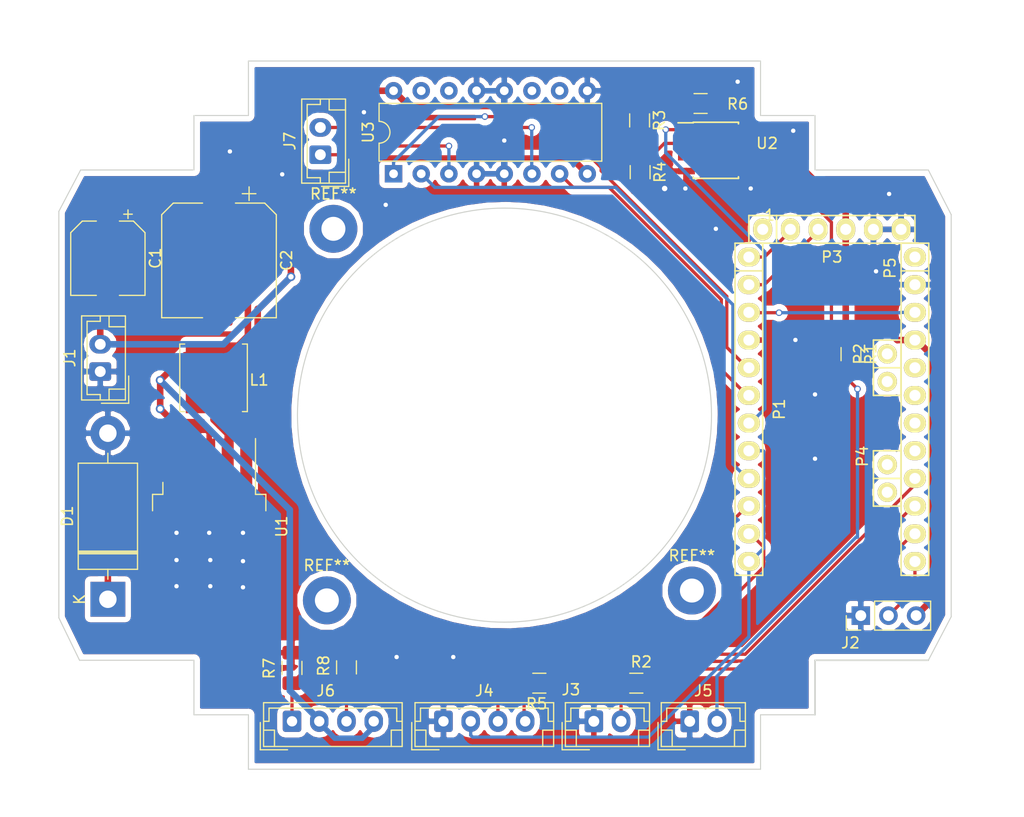
<source format=kicad_pcb>
(kicad_pcb (version 20171130) (host pcbnew 5.0.2-bee76a0~70~ubuntu18.04.1)

  (general
    (thickness 1.6)
    (drawings 61)
    (tracks 274)
    (zones 0)
    (modules 30)
    (nets 25)
  )

  (page A4)
  (title_block
    (date "jeu. 02 avril 2015")
  )

  (layers
    (0 F.Cu signal)
    (31 B.Cu signal hide)
    (32 B.Adhes user)
    (33 F.Adhes user)
    (34 B.Paste user)
    (35 F.Paste user)
    (36 B.SilkS user)
    (37 F.SilkS user)
    (38 B.Mask user)
    (39 F.Mask user)
    (40 Dwgs.User user)
    (41 Cmts.User user)
    (42 Eco1.User user)
    (43 Eco2.User user)
    (44 Edge.Cuts user)
    (45 Margin user)
    (46 B.CrtYd user)
    (47 F.CrtYd user)
    (48 B.Fab user)
    (49 F.Fab user)
  )

  (setup
    (last_trace_width 0.3)
    (trace_clearance 0.2)
    (zone_clearance 0.508)
    (zone_45_only no)
    (trace_min 0.2)
    (segment_width 0.1)
    (edge_width 0.1)
    (via_size 0.6)
    (via_drill 0.4)
    (via_min_size 0.4)
    (via_min_drill 0.3)
    (uvia_size 0.3)
    (uvia_drill 0.1)
    (uvias_allowed no)
    (uvia_min_size 0.2)
    (uvia_min_drill 0.1)
    (pcb_text_width 0.3)
    (pcb_text_size 1.5 1.5)
    (mod_edge_width 0.15)
    (mod_text_size 1 1)
    (mod_text_width 0.15)
    (pad_size 1.5 1.5)
    (pad_drill 0.6)
    (pad_to_mask_clearance 0)
    (solder_mask_min_width 0.25)
    (aux_axis_origin 138.176 110.617)
    (visible_elements FFFFFF1F)
    (pcbplotparams
      (layerselection 0x010fc_ffffffff)
      (usegerberextensions true)
      (usegerberattributes false)
      (usegerberadvancedattributes false)
      (creategerberjobfile false)
      (excludeedgelayer true)
      (linewidth 0.100000)
      (plotframeref false)
      (viasonmask false)
      (mode 1)
      (useauxorigin false)
      (hpglpennumber 1)
      (hpglpenspeed 20)
      (hpglpendiameter 15.000000)
      (psnegative false)
      (psa4output false)
      (plotreference true)
      (plotvalue true)
      (plotinvisibletext false)
      (padsonsilk false)
      (subtractmaskfromsilk false)
      (outputformat 1)
      (mirror false)
      (drillshape 0)
      (scaleselection 1)
      (outputdirectory "Gerber/"))
  )

  (net 0 "")
  (net 1 "/1(Tx)")
  (net 2 "/0(Rx)")
  (net 3 /Reset)
  (net 4 GND)
  (net 5 /2)
  (net 6 /4)
  (net 7 /7)
  (net 8 /8)
  (net 9 +5V)
  (net 10 +12V)
  (net 11 "Net-(D1-Pad1)")
  (net 12 "Net-(J3-Pad2)")
  (net 13 "Net-(J4-Pad4)")
  (net 14 /13)
  (net 15 "Net-(J5-Pad2)")
  (net 16 /6)
  (net 17 /3)
  (net 18 "Net-(J7-Pad2)")
  (net 19 "Net-(J7-Pad1)")
  (net 20 /10)
  (net 21 /11)
  (net 22 /12)
  (net 23 "Net-(R3-Pad2)")
  (net 24 /5)

  (net_class Default "This is the default net class."
    (clearance 0.2)
    (trace_width 0.3)
    (via_dia 0.6)
    (via_drill 0.4)
    (uvia_dia 0.3)
    (uvia_drill 0.1)
    (add_net "/0(Rx)")
    (add_net "/1(Tx)")
    (add_net /10)
    (add_net /11)
    (add_net /12)
    (add_net /13)
    (add_net /2)
    (add_net /3)
    (add_net /4)
    (add_net /5)
    (add_net /6)
    (add_net /7)
    (add_net /8)
    (add_net /Reset)
    (add_net "Net-(J3-Pad2)")
    (add_net "Net-(J4-Pad4)")
    (add_net "Net-(J5-Pad2)")
    (add_net "Net-(J7-Pad1)")
    (add_net "Net-(J7-Pad2)")
    (add_net "Net-(R3-Pad2)")
  )

  (net_class 12V ""
    (clearance 0.3)
    (trace_width 0.6)
    (via_dia 0.8)
    (via_drill 0.5)
    (uvia_dia 0.3)
    (uvia_drill 0.1)
    (add_net +12V)
  )

  (net_class 5V ""
    (clearance 0.3)
    (trace_width 0.6)
    (via_dia 0.8)
    (via_drill 0.5)
    (uvia_dia 0.3)
    (uvia_drill 0.1)
    (add_net +5V)
    (add_net "Net-(D1-Pad1)")
  )

  (net_class GND ""
    (clearance 0.3)
    (trace_width 0.6)
    (via_dia 0.8)
    (via_drill 0.5)
    (uvia_dia 0.3)
    (uvia_drill 0.1)
    (add_net GND)
  )

  (module Package_DIP:DIP-16_W7.62mm (layer F.Cu) (tedit 5A02E8C5) (tstamp 5CC6C448)
    (at 128.72 43.25 90)
    (descr "16-lead though-hole mounted DIP package, row spacing 7.62 mm (300 mils)")
    (tags "THT DIP DIL PDIP 2.54mm 7.62mm 300mil")
    (path /5CC2F2F8)
    (fp_text reference U3 (at 3.81 -2.33 90) (layer F.SilkS)
      (effects (font (size 1 1) (thickness 0.15)))
    )
    (fp_text value L293D (at 3.81 20.11 90) (layer F.Fab)
      (effects (font (size 1 1) (thickness 0.15)))
    )
    (fp_arc (start 3.81 -1.33) (end 2.81 -1.33) (angle -180) (layer F.SilkS) (width 0.12))
    (fp_line (start 1.635 -1.27) (end 6.985 -1.27) (layer F.Fab) (width 0.1))
    (fp_line (start 6.985 -1.27) (end 6.985 19.05) (layer F.Fab) (width 0.1))
    (fp_line (start 6.985 19.05) (end 0.635 19.05) (layer F.Fab) (width 0.1))
    (fp_line (start 0.635 19.05) (end 0.635 -0.27) (layer F.Fab) (width 0.1))
    (fp_line (start 0.635 -0.27) (end 1.635 -1.27) (layer F.Fab) (width 0.1))
    (fp_line (start 2.81 -1.33) (end 1.16 -1.33) (layer F.SilkS) (width 0.12))
    (fp_line (start 1.16 -1.33) (end 1.16 19.11) (layer F.SilkS) (width 0.12))
    (fp_line (start 1.16 19.11) (end 6.46 19.11) (layer F.SilkS) (width 0.12))
    (fp_line (start 6.46 19.11) (end 6.46 -1.33) (layer F.SilkS) (width 0.12))
    (fp_line (start 6.46 -1.33) (end 4.81 -1.33) (layer F.SilkS) (width 0.12))
    (fp_line (start -1.1 -1.55) (end -1.1 19.3) (layer F.CrtYd) (width 0.05))
    (fp_line (start -1.1 19.3) (end 8.7 19.3) (layer F.CrtYd) (width 0.05))
    (fp_line (start 8.7 19.3) (end 8.7 -1.55) (layer F.CrtYd) (width 0.05))
    (fp_line (start 8.7 -1.55) (end -1.1 -1.55) (layer F.CrtYd) (width 0.05))
    (fp_text user %R (at 3.81 8.89 90) (layer F.Fab)
      (effects (font (size 1 1) (thickness 0.15)))
    )
    (pad 1 thru_hole rect (at 0 0 90) (size 1.6 1.6) (drill 0.8) (layers *.Cu *.Mask)
      (net 5 /2))
    (pad 9 thru_hole oval (at 7.62 17.78 90) (size 1.6 1.6) (drill 0.8) (layers *.Cu *.Mask)
      (net 4 GND))
    (pad 2 thru_hole oval (at 0 2.54 90) (size 1.6 1.6) (drill 0.8) (layers *.Cu *.Mask)
      (net 16 /6))
    (pad 10 thru_hole oval (at 7.62 15.24 90) (size 1.6 1.6) (drill 0.8) (layers *.Cu *.Mask))
    (pad 3 thru_hole oval (at 0 5.08 90) (size 1.6 1.6) (drill 0.8) (layers *.Cu *.Mask)
      (net 19 "Net-(J7-Pad1)"))
    (pad 11 thru_hole oval (at 7.62 12.7 90) (size 1.6 1.6) (drill 0.8) (layers *.Cu *.Mask))
    (pad 4 thru_hole oval (at 0 7.62 90) (size 1.6 1.6) (drill 0.8) (layers *.Cu *.Mask)
      (net 4 GND))
    (pad 12 thru_hole oval (at 7.62 10.16 90) (size 1.6 1.6) (drill 0.8) (layers *.Cu *.Mask)
      (net 4 GND))
    (pad 5 thru_hole oval (at 0 10.16 90) (size 1.6 1.6) (drill 0.8) (layers *.Cu *.Mask)
      (net 4 GND))
    (pad 13 thru_hole oval (at 7.62 7.62 90) (size 1.6 1.6) (drill 0.8) (layers *.Cu *.Mask)
      (net 4 GND))
    (pad 6 thru_hole oval (at 0 12.7 90) (size 1.6 1.6) (drill 0.8) (layers *.Cu *.Mask)
      (net 18 "Net-(J7-Pad2)"))
    (pad 14 thru_hole oval (at 7.62 5.08 90) (size 1.6 1.6) (drill 0.8) (layers *.Cu *.Mask))
    (pad 7 thru_hole oval (at 0 15.24 90) (size 1.6 1.6) (drill 0.8) (layers *.Cu *.Mask)
      (net 17 /3))
    (pad 15 thru_hole oval (at 7.62 2.54 90) (size 1.6 1.6) (drill 0.8) (layers *.Cu *.Mask))
    (pad 8 thru_hole oval (at 0 17.78 90) (size 1.6 1.6) (drill 0.8) (layers *.Cu *.Mask)
      (net 10 +12V))
    (pad 16 thru_hole oval (at 7.62 0 90) (size 1.6 1.6) (drill 0.8) (layers *.Cu *.Mask)
      (net 9 +5V))
    (model ${KISYS3DMOD}/Package_DIP.3dshapes/DIP-16_W7.62mm.wrl
      (at (xyz 0 0 0))
      (scale (xyz 1 1 1))
      (rotate (xyz 0 0 0))
    )
  )

  (module Socket_Arduino_Pro_Mini:Socket_Strip_Arduino_1x12 locked (layer F.Cu) (tedit 55216A20) (tstamp 5CD01284)
    (at 161.33 50.89 270)
    (descr "Through hole socket strip")
    (tags "socket strip")
    (path /56D754D1)
    (fp_text reference P1 (at 13.97 -2.794 270) (layer F.SilkS)
      (effects (font (size 1 1) (thickness 0.15)))
    )
    (fp_text value Digital (at 18.034 -2.794 270) (layer F.Fab)
      (effects (font (size 1 1) (thickness 0.15)))
    )
    (fp_line (start 1.27 -1.27) (end -1.27 -1.27) (layer F.SilkS) (width 0.15))
    (fp_line (start -1.27 -1.27) (end -1.27 1.27) (layer F.SilkS) (width 0.15))
    (fp_line (start -1.27 1.27) (end 1.27 1.27) (layer F.SilkS) (width 0.15))
    (fp_line (start -1.75 -1.75) (end -1.75 1.75) (layer F.CrtYd) (width 0.05))
    (fp_line (start 29.7 -1.75) (end 29.7 1.75) (layer F.CrtYd) (width 0.05))
    (fp_line (start -1.75 -1.75) (end 29.7 -1.75) (layer F.CrtYd) (width 0.05))
    (fp_line (start -1.75 1.75) (end 29.7 1.75) (layer F.CrtYd) (width 0.05))
    (fp_line (start 1.27 1.27) (end 29.21 1.27) (layer F.SilkS) (width 0.15))
    (fp_line (start 29.21 1.27) (end 29.21 -1.27) (layer F.SilkS) (width 0.15))
    (fp_line (start 29.21 -1.27) (end 1.27 -1.27) (layer F.SilkS) (width 0.15))
    (fp_line (start 1.27 1.27) (end 1.27 -1.27) (layer F.SilkS) (width 0.15))
    (pad 1 thru_hole oval (at 0 0 270) (size 1.7272 2.032) (drill 1.016) (layers *.Cu *.Mask F.SilkS)
      (net 1 "/1(Tx)"))
    (pad 2 thru_hole oval (at 2.54 0 270) (size 1.7272 2.032) (drill 1.016) (layers *.Cu *.Mask F.SilkS)
      (net 2 "/0(Rx)"))
    (pad 3 thru_hole oval (at 5.08 0 270) (size 1.7272 2.032) (drill 1.016) (layers *.Cu *.Mask F.SilkS)
      (net 3 /Reset))
    (pad 4 thru_hole oval (at 7.62 0 270) (size 1.7272 2.032) (drill 1.016) (layers *.Cu *.Mask F.SilkS)
      (net 4 GND))
    (pad 5 thru_hole oval (at 10.16 0 270) (size 1.7272 2.032) (drill 1.016) (layers *.Cu *.Mask F.SilkS)
      (net 5 /2))
    (pad 6 thru_hole oval (at 12.7 0 270) (size 1.7272 2.032) (drill 1.016) (layers *.Cu *.Mask F.SilkS)
      (net 17 /3))
    (pad 7 thru_hole oval (at 15.24 0 270) (size 1.7272 2.032) (drill 1.016) (layers *.Cu *.Mask F.SilkS)
      (net 6 /4))
    (pad 8 thru_hole oval (at 17.78 0 270) (size 1.7272 2.032) (drill 1.016) (layers *.Cu *.Mask F.SilkS)
      (net 24 /5))
    (pad 9 thru_hole oval (at 20.32 0 270) (size 1.7272 2.032) (drill 1.016) (layers *.Cu *.Mask F.SilkS)
      (net 16 /6))
    (pad 10 thru_hole oval (at 22.86 0 270) (size 1.7272 2.032) (drill 1.016) (layers *.Cu *.Mask F.SilkS)
      (net 7 /7))
    (pad 11 thru_hole oval (at 25.4 0 270) (size 1.7272 2.032) (drill 1.016) (layers *.Cu *.Mask F.SilkS)
      (net 8 /8))
    (pad 12 thru_hole oval (at 27.94 0 270) (size 1.7272 2.032) (drill 1.016) (layers *.Cu *.Mask F.SilkS)
      (net 24 /5))
    (model ${KIPRJMOD}/Socket_Arduino_Pro_Mini.3dshapes/Socket_header_Arduino_1x12.wrl
      (offset (xyz 13.96999979019165 0 0))
      (scale (xyz 1 1 1))
      (rotate (xyz 0 0 180))
    )
  )

  (module Socket_Arduino_Pro_Mini:Socket_Strip_Arduino_1x06 locked (layer F.Cu) (tedit 55211244) (tstamp 5CD012FC)
    (at 162.6 48.35)
    (descr "Through hole socket strip")
    (tags "socket strip")
    (path /56D75238)
    (fp_text reference P3 (at 6.35 2.54) (layer F.SilkS)
      (effects (font (size 1 1) (thickness 0.15)))
    )
    (fp_text value COM (at 6.35 3.81) (layer F.Fab)
      (effects (font (size 1 1) (thickness 0.15)))
    )
    (fp_line (start 1.27 -1.27) (end -1.27 -1.27) (layer F.SilkS) (width 0.15))
    (fp_line (start -1.27 -1.27) (end -1.27 1.27) (layer F.SilkS) (width 0.15))
    (fp_line (start -1.27 1.27) (end 1.27 1.27) (layer F.SilkS) (width 0.15))
    (fp_line (start -1.75 -1.75) (end -1.75 1.75) (layer F.CrtYd) (width 0.05))
    (fp_line (start 14.45 -1.75) (end 14.45 1.75) (layer F.CrtYd) (width 0.05))
    (fp_line (start -1.75 -1.75) (end 14.45 -1.75) (layer F.CrtYd) (width 0.05))
    (fp_line (start -1.75 1.75) (end 14.45 1.75) (layer F.CrtYd) (width 0.05))
    (fp_line (start 1.27 1.27) (end 13.97 1.27) (layer F.SilkS) (width 0.15))
    (fp_line (start 13.97 1.27) (end 13.97 -1.27) (layer F.SilkS) (width 0.15))
    (fp_line (start 13.97 -1.27) (end 1.27 -1.27) (layer F.SilkS) (width 0.15))
    (fp_line (start 1.27 1.27) (end 1.27 -1.27) (layer F.SilkS) (width 0.15))
    (pad 1 thru_hole oval (at 0 0) (size 1.7272 2.032) (drill 1.016) (layers *.Cu *.Mask F.SilkS))
    (pad 2 thru_hole oval (at 2.54 0) (size 1.7272 2.032) (drill 1.016) (layers *.Cu *.Mask F.SilkS)
      (net 1 "/1(Tx)"))
    (pad 3 thru_hole oval (at 5.08 0) (size 1.7272 2.032) (drill 1.016) (layers *.Cu *.Mask F.SilkS)
      (net 2 "/0(Rx)"))
    (pad 4 thru_hole oval (at 7.62 0) (size 1.7272 2.032) (drill 1.016) (layers *.Cu *.Mask F.SilkS)
      (net 9 +5V))
    (pad 5 thru_hole oval (at 10.16 0) (size 1.7272 2.032) (drill 1.016) (layers *.Cu *.Mask F.SilkS)
      (net 4 GND))
    (pad 6 thru_hole oval (at 12.7 0) (size 1.7272 2.032) (drill 1.016) (layers *.Cu *.Mask F.SilkS)
      (net 4 GND))
  )

  (module Socket_Arduino_Pro_Mini:Socket_Strip_Arduino_1x02 locked (layer F.Cu) (tedit 55211235) (tstamp 5CD01334)
    (at 174.03 59.78 270)
    (descr "Through hole socket strip")
    (tags "socket strip")
    (path /56D74FB3)
    (fp_text reference P2 (at 0 2.54 270) (layer F.SilkS)
      (effects (font (size 1 1) (thickness 0.15)))
    )
    (fp_text value ADC (at 2.54 2.54 270) (layer F.Fab)
      (effects (font (size 1 1) (thickness 0.15)))
    )
    (fp_line (start 1.27 -1.27) (end -1.27 -1.27) (layer F.SilkS) (width 0.15))
    (fp_line (start -1.27 -1.27) (end -1.27 1.27) (layer F.SilkS) (width 0.15))
    (fp_line (start -1.27 1.27) (end 1.27 1.27) (layer F.SilkS) (width 0.15))
    (fp_line (start 3.81 1.27) (end 1.27 1.27) (layer F.SilkS) (width 0.15))
    (fp_line (start -1.75 -1.75) (end -1.75 1.75) (layer F.CrtYd) (width 0.05))
    (fp_line (start 4.3 -1.75) (end 4.3 1.75) (layer F.CrtYd) (width 0.05))
    (fp_line (start -1.75 -1.75) (end 4.3 -1.75) (layer F.CrtYd) (width 0.05))
    (fp_line (start -1.75 1.75) (end 4.3 1.75) (layer F.CrtYd) (width 0.05))
    (fp_line (start 1.27 1.27) (end 1.27 -1.27) (layer F.SilkS) (width 0.15))
    (fp_line (start 1.27 -1.27) (end 3.81 -1.27) (layer F.SilkS) (width 0.15))
    (fp_line (start 3.81 -1.27) (end 3.81 1.27) (layer F.SilkS) (width 0.15))
    (pad 1 thru_hole circle (at 0 0 270) (size 1.778 1.778) (drill 1.016) (layers *.Cu *.Mask F.SilkS))
    (pad 2 thru_hole circle (at 2.54 0 270) (size 1.778 1.778) (drill 1.016) (layers *.Cu *.Mask F.SilkS))
  )

  (module Socket_Arduino_Pro_Mini:Socket_Strip_Arduino_1x12 locked (layer F.Cu) (tedit 5521133F) (tstamp 5CD014A0)
    (at 176.57 50.89 270)
    (descr "Through hole socket strip")
    (tags "socket strip")
    (path /56D755F3)
    (fp_text reference P5 (at 1.016 2.286 270) (layer F.SilkS)
      (effects (font (size 1 1) (thickness 0.15)))
    )
    (fp_text value Analog (at 4.826 2.54 270) (layer F.Fab)
      (effects (font (size 1 1) (thickness 0.15)))
    )
    (fp_line (start 1.27 -1.27) (end -1.27 -1.27) (layer F.SilkS) (width 0.15))
    (fp_line (start -1.27 -1.27) (end -1.27 1.27) (layer F.SilkS) (width 0.15))
    (fp_line (start -1.27 1.27) (end 1.27 1.27) (layer F.SilkS) (width 0.15))
    (fp_line (start -1.75 -1.75) (end -1.75 1.75) (layer F.CrtYd) (width 0.05))
    (fp_line (start 29.7 -1.75) (end 29.7 1.75) (layer F.CrtYd) (width 0.05))
    (fp_line (start -1.75 -1.75) (end 29.7 -1.75) (layer F.CrtYd) (width 0.05))
    (fp_line (start -1.75 1.75) (end 29.7 1.75) (layer F.CrtYd) (width 0.05))
    (fp_line (start 1.27 1.27) (end 29.21 1.27) (layer F.SilkS) (width 0.15))
    (fp_line (start 29.21 1.27) (end 29.21 -1.27) (layer F.SilkS) (width 0.15))
    (fp_line (start 29.21 -1.27) (end 1.27 -1.27) (layer F.SilkS) (width 0.15))
    (fp_line (start 1.27 1.27) (end 1.27 -1.27) (layer F.SilkS) (width 0.15))
    (pad 1 thru_hole oval (at 0 0 270) (size 1.7272 2.032) (drill 1.016) (layers *.Cu *.Mask F.SilkS))
    (pad 2 thru_hole oval (at 2.54 0 270) (size 1.7272 2.032) (drill 1.016) (layers *.Cu *.Mask F.SilkS)
      (net 4 GND))
    (pad 3 thru_hole oval (at 5.08 0 270) (size 1.7272 2.032) (drill 1.016) (layers *.Cu *.Mask F.SilkS)
      (net 3 /Reset))
    (pad 4 thru_hole oval (at 7.62 0 270) (size 1.7272 2.032) (drill 1.016) (layers *.Cu *.Mask F.SilkS)
      (net 9 +5V))
    (pad 5 thru_hole oval (at 10.16 0 270) (size 1.7272 2.032) (drill 1.016) (layers *.Cu *.Mask F.SilkS))
    (pad 6 thru_hole oval (at 12.7 0 270) (size 1.7272 2.032) (drill 1.016) (layers *.Cu *.Mask F.SilkS))
    (pad 7 thru_hole oval (at 15.24 0 270) (size 1.7272 2.032) (drill 1.016) (layers *.Cu *.Mask F.SilkS))
    (pad 8 thru_hole oval (at 17.78 0 270) (size 1.7272 2.032) (drill 1.016) (layers *.Cu *.Mask F.SilkS))
    (pad 9 thru_hole oval (at 20.32 0 270) (size 1.7272 2.032) (drill 1.016) (layers *.Cu *.Mask F.SilkS)
      (net 14 /13))
    (pad 10 thru_hole oval (at 22.86 0 270) (size 1.7272 2.032) (drill 1.016) (layers *.Cu *.Mask F.SilkS)
      (net 22 /12))
    (pad 11 thru_hole oval (at 25.4 0 270) (size 1.7272 2.032) (drill 1.016) (layers *.Cu *.Mask F.SilkS)
      (net 21 /11))
    (pad 12 thru_hole oval (at 27.94 0 270) (size 1.7272 2.032) (drill 1.016) (layers *.Cu *.Mask F.SilkS)
      (net 20 /10))
    (model ${KIPRJMOD}/Socket_Arduino_Pro_Mini.3dshapes/Socket_header_Arduino_1x12.wrl
      (offset (xyz 13.96999979019165 0 0))
      (scale (xyz 1 1 1))
      (rotate (xyz 0 0 180))
    )
  )

  (module Socket_Arduino_Pro_Mini:Socket_Strip_Arduino_1x02 locked (layer F.Cu) (tedit 55211334) (tstamp 5CD014E4)
    (at 174.03 69.94 270)
    (descr "Through hole socket strip")
    (tags "socket strip")
    (path /56D7505C)
    (fp_text reference P4 (at -0.762 2.286 270) (layer F.SilkS)
      (effects (font (size 1 1) (thickness 0.15)))
    )
    (fp_text value ADC (at 2.032 2.286 270) (layer F.Fab)
      (effects (font (size 1 1) (thickness 0.15)))
    )
    (fp_line (start 1.27 -1.27) (end -1.27 -1.27) (layer F.SilkS) (width 0.15))
    (fp_line (start -1.27 -1.27) (end -1.27 1.27) (layer F.SilkS) (width 0.15))
    (fp_line (start -1.27 1.27) (end 1.27 1.27) (layer F.SilkS) (width 0.15))
    (fp_line (start 3.81 1.27) (end 1.27 1.27) (layer F.SilkS) (width 0.15))
    (fp_line (start -1.75 -1.75) (end -1.75 1.75) (layer F.CrtYd) (width 0.05))
    (fp_line (start 4.3 -1.75) (end 4.3 1.75) (layer F.CrtYd) (width 0.05))
    (fp_line (start -1.75 -1.75) (end 4.3 -1.75) (layer F.CrtYd) (width 0.05))
    (fp_line (start -1.75 1.75) (end 4.3 1.75) (layer F.CrtYd) (width 0.05))
    (fp_line (start 1.27 1.27) (end 1.27 -1.27) (layer F.SilkS) (width 0.15))
    (fp_line (start 1.27 -1.27) (end 3.81 -1.27) (layer F.SilkS) (width 0.15))
    (fp_line (start 3.81 -1.27) (end 3.81 1.27) (layer F.SilkS) (width 0.15))
    (pad 1 thru_hole circle (at 0 0 270) (size 1.778 1.778) (drill 1.016) (layers *.Cu *.Mask F.SilkS))
    (pad 2 thru_hole circle (at 2.54 0 270) (size 1.778 1.778) (drill 1.016) (layers *.Cu *.Mask F.SilkS))
  )

  (module Package_SO:SOIC-8_3.9x4.9mm_P1.27mm (layer F.Cu) (tedit 5A02F2D3) (tstamp 5CC6B5F4)
    (at 158.3 41.095)
    (descr "8-Lead Plastic Small Outline (SN) - Narrow, 3.90 mm Body [SOIC] (see Microchip Packaging Specification http://ww1.microchip.com/downloads/en/PackagingSpec/00000049BQ.pdf)")
    (tags "SOIC 1.27")
    (path /5CC2F3CB)
    (attr smd)
    (fp_text reference U2 (at 4.7 -0.645) (layer F.SilkS)
      (effects (font (size 1 1) (thickness 0.15)))
    )
    (fp_text value LM393 (at 0 3.5) (layer F.Fab)
      (effects (font (size 1 1) (thickness 0.15)))
    )
    (fp_text user %R (at 0.05 0.15) (layer F.Fab)
      (effects (font (size 1 1) (thickness 0.15)))
    )
    (fp_line (start -0.95 -2.45) (end 1.95 -2.45) (layer F.Fab) (width 0.1))
    (fp_line (start 1.95 -2.45) (end 1.95 2.45) (layer F.Fab) (width 0.1))
    (fp_line (start 1.95 2.45) (end -1.95 2.45) (layer F.Fab) (width 0.1))
    (fp_line (start -1.95 2.45) (end -1.95 -1.45) (layer F.Fab) (width 0.1))
    (fp_line (start -1.95 -1.45) (end -0.95 -2.45) (layer F.Fab) (width 0.1))
    (fp_line (start -3.73 -2.7) (end -3.73 2.7) (layer F.CrtYd) (width 0.05))
    (fp_line (start 3.73 -2.7) (end 3.73 2.7) (layer F.CrtYd) (width 0.05))
    (fp_line (start -3.73 -2.7) (end 3.73 -2.7) (layer F.CrtYd) (width 0.05))
    (fp_line (start -3.73 2.7) (end 3.73 2.7) (layer F.CrtYd) (width 0.05))
    (fp_line (start -2.075 -2.575) (end -2.075 -2.525) (layer F.SilkS) (width 0.15))
    (fp_line (start 2.075 -2.575) (end 2.075 -2.43) (layer F.SilkS) (width 0.15))
    (fp_line (start 2.075 2.575) (end 2.075 2.43) (layer F.SilkS) (width 0.15))
    (fp_line (start -2.075 2.575) (end -2.075 2.43) (layer F.SilkS) (width 0.15))
    (fp_line (start -2.075 -2.575) (end 2.075 -2.575) (layer F.SilkS) (width 0.15))
    (fp_line (start -2.075 2.575) (end 2.075 2.575) (layer F.SilkS) (width 0.15))
    (fp_line (start -2.075 -2.525) (end -3.475 -2.525) (layer F.SilkS) (width 0.15))
    (pad 1 smd rect (at -2.7 -1.905) (size 1.55 0.6) (layers F.Cu F.Paste F.Mask)
      (net 6 /4))
    (pad 2 smd rect (at -2.7 -0.635) (size 1.55 0.6) (layers F.Cu F.Paste F.Mask)
      (net 23 "Net-(R3-Pad2)"))
    (pad 3 smd rect (at -2.7 0.635) (size 1.55 0.6) (layers F.Cu F.Paste F.Mask)
      (net 15 "Net-(J5-Pad2)"))
    (pad 4 smd rect (at -2.7 1.905) (size 1.55 0.6) (layers F.Cu F.Paste F.Mask)
      (net 4 GND))
    (pad 5 smd rect (at 2.7 1.905) (size 1.55 0.6) (layers F.Cu F.Paste F.Mask)
      (net 4 GND))
    (pad 6 smd rect (at 2.7 0.635) (size 1.55 0.6) (layers F.Cu F.Paste F.Mask)
      (net 4 GND))
    (pad 7 smd rect (at 2.7 -0.635) (size 1.55 0.6) (layers F.Cu F.Paste F.Mask))
    (pad 8 smd rect (at 2.7 -1.905) (size 1.55 0.6) (layers F.Cu F.Paste F.Mask)
      (net 9 +5V))
    (model ${KISYS3DMOD}/Package_SO.3dshapes/SOIC-8_3.9x4.9mm_P1.27mm.wrl
      (at (xyz 0 0 0))
      (scale (xyz 1 1 1))
      (rotate (xyz 0 0 0))
    )
  )

  (module Connector_JST:JST_EH_B02B-EH-A_1x02_P2.50mm_Vertical (layer F.Cu) (tedit 5B772AC7) (tstamp 5CC7011B)
    (at 155.9 93.5)
    (descr "JST EH series connector, B02B-EH-A (http://www.jst-mfg.com/product/pdf/eng/eEH.pdf), generated with kicad-footprint-generator")
    (tags "connector JST EH side entry")
    (path /5CC2F2EA)
    (fp_text reference J5 (at 1.25 -2.8) (layer F.SilkS)
      (effects (font (size 1 1) (thickness 0.15)))
    )
    (fp_text value "OBS IR RX" (at 1.25 3.4) (layer F.Fab)
      (effects (font (size 1 1) (thickness 0.15)))
    )
    (fp_text user %R (at 1.25 1.5) (layer F.Fab)
      (effects (font (size 1 1) (thickness 0.15)))
    )
    (fp_line (start -2.91 2.61) (end -0.41 2.61) (layer F.Fab) (width 0.1))
    (fp_line (start -2.91 0.11) (end -2.91 2.61) (layer F.Fab) (width 0.1))
    (fp_line (start -2.91 2.61) (end -0.41 2.61) (layer F.SilkS) (width 0.12))
    (fp_line (start -2.91 0.11) (end -2.91 2.61) (layer F.SilkS) (width 0.12))
    (fp_line (start 4.11 0.81) (end 4.11 2.31) (layer F.SilkS) (width 0.12))
    (fp_line (start 5.11 0.81) (end 4.11 0.81) (layer F.SilkS) (width 0.12))
    (fp_line (start -1.61 0.81) (end -1.61 2.31) (layer F.SilkS) (width 0.12))
    (fp_line (start -2.61 0.81) (end -1.61 0.81) (layer F.SilkS) (width 0.12))
    (fp_line (start 4.61 0) (end 5.11 0) (layer F.SilkS) (width 0.12))
    (fp_line (start 4.61 -1.21) (end 4.61 0) (layer F.SilkS) (width 0.12))
    (fp_line (start -2.11 -1.21) (end 4.61 -1.21) (layer F.SilkS) (width 0.12))
    (fp_line (start -2.11 0) (end -2.11 -1.21) (layer F.SilkS) (width 0.12))
    (fp_line (start -2.61 0) (end -2.11 0) (layer F.SilkS) (width 0.12))
    (fp_line (start 5.11 -1.71) (end -2.61 -1.71) (layer F.SilkS) (width 0.12))
    (fp_line (start 5.11 2.31) (end 5.11 -1.71) (layer F.SilkS) (width 0.12))
    (fp_line (start -2.61 2.31) (end 5.11 2.31) (layer F.SilkS) (width 0.12))
    (fp_line (start -2.61 -1.71) (end -2.61 2.31) (layer F.SilkS) (width 0.12))
    (fp_line (start 5.5 -2.1) (end -3 -2.1) (layer F.CrtYd) (width 0.05))
    (fp_line (start 5.5 2.7) (end 5.5 -2.1) (layer F.CrtYd) (width 0.05))
    (fp_line (start -3 2.7) (end 5.5 2.7) (layer F.CrtYd) (width 0.05))
    (fp_line (start -3 -2.1) (end -3 2.7) (layer F.CrtYd) (width 0.05))
    (fp_line (start 5 -1.6) (end -2.5 -1.6) (layer F.Fab) (width 0.1))
    (fp_line (start 5 2.2) (end 5 -1.6) (layer F.Fab) (width 0.1))
    (fp_line (start -2.5 2.2) (end 5 2.2) (layer F.Fab) (width 0.1))
    (fp_line (start -2.5 -1.6) (end -2.5 2.2) (layer F.Fab) (width 0.1))
    (pad 2 thru_hole oval (at 2.5 0) (size 1.7 2) (drill 1) (layers *.Cu *.Mask)
      (net 15 "Net-(J5-Pad2)"))
    (pad 1 thru_hole roundrect (at 0 0) (size 1.7 2) (drill 1) (layers *.Cu *.Mask) (roundrect_rratio 0.147059)
      (net 4 GND))
    (model ${KISYS3DMOD}/Connector_JST.3dshapes/JST_EH_B02B-EH-A_1x02_P2.50mm_Vertical.wrl
      (at (xyz 0 0 0))
      (scale (xyz 1 1 1))
      (rotate (xyz 0 0 0))
    )
  )

  (module Package_TO_SOT_SMD:TO-263-5_TabPin3 (layer F.Cu) (tedit 5A70FBB6) (tstamp 5CC6B0B5)
    (at 111.8 75.625 270)
    (descr "TO-263 / D2PAK / DDPAK SMD package, http://www.infineon.com/cms/en/product/packages/PG-TO263/PG-TO263-5-1/")
    (tags "D2PAK DDPAK TO-263 D2PAK-5 TO-263-5 SOT-426")
    (path /5CC2F329)
    (attr smd)
    (fp_text reference U1 (at 0 -6.65 270) (layer F.SilkS)
      (effects (font (size 1 1) (thickness 0.15)))
    )
    (fp_text value LM2575-5.0BU (at 8.975 0.1) (layer F.Fab)
      (effects (font (size 1 1) (thickness 0.15)))
    )
    (fp_line (start 6.5 -5) (end 7.5 -5) (layer F.Fab) (width 0.1))
    (fp_line (start 7.5 -5) (end 7.5 5) (layer F.Fab) (width 0.1))
    (fp_line (start 7.5 5) (end 6.5 5) (layer F.Fab) (width 0.1))
    (fp_line (start 6.5 -5) (end 6.5 5) (layer F.Fab) (width 0.1))
    (fp_line (start 6.5 5) (end -2.75 5) (layer F.Fab) (width 0.1))
    (fp_line (start -2.75 5) (end -2.75 -4) (layer F.Fab) (width 0.1))
    (fp_line (start -2.75 -4) (end -1.75 -5) (layer F.Fab) (width 0.1))
    (fp_line (start -1.75 -5) (end 6.5 -5) (layer F.Fab) (width 0.1))
    (fp_line (start -2.75 -3.8) (end -7.45 -3.8) (layer F.Fab) (width 0.1))
    (fp_line (start -7.45 -3.8) (end -7.45 -3) (layer F.Fab) (width 0.1))
    (fp_line (start -7.45 -3) (end -2.75 -3) (layer F.Fab) (width 0.1))
    (fp_line (start -2.75 -2.1) (end -7.45 -2.1) (layer F.Fab) (width 0.1))
    (fp_line (start -7.45 -2.1) (end -7.45 -1.3) (layer F.Fab) (width 0.1))
    (fp_line (start -7.45 -1.3) (end -2.75 -1.3) (layer F.Fab) (width 0.1))
    (fp_line (start -2.75 -0.4) (end -7.45 -0.4) (layer F.Fab) (width 0.1))
    (fp_line (start -7.45 -0.4) (end -7.45 0.4) (layer F.Fab) (width 0.1))
    (fp_line (start -7.45 0.4) (end -2.75 0.4) (layer F.Fab) (width 0.1))
    (fp_line (start -2.75 1.3) (end -7.45 1.3) (layer F.Fab) (width 0.1))
    (fp_line (start -7.45 1.3) (end -7.45 2.1) (layer F.Fab) (width 0.1))
    (fp_line (start -7.45 2.1) (end -2.75 2.1) (layer F.Fab) (width 0.1))
    (fp_line (start -2.75 3) (end -7.45 3) (layer F.Fab) (width 0.1))
    (fp_line (start -7.45 3) (end -7.45 3.8) (layer F.Fab) (width 0.1))
    (fp_line (start -7.45 3.8) (end -2.75 3.8) (layer F.Fab) (width 0.1))
    (fp_line (start -1.45 -5.2) (end -2.95 -5.2) (layer F.SilkS) (width 0.12))
    (fp_line (start -2.95 -5.2) (end -2.95 -4.25) (layer F.SilkS) (width 0.12))
    (fp_line (start -2.95 -4.25) (end -8.075 -4.25) (layer F.SilkS) (width 0.12))
    (fp_line (start -1.45 5.2) (end -2.95 5.2) (layer F.SilkS) (width 0.12))
    (fp_line (start -2.95 5.2) (end -2.95 4.25) (layer F.SilkS) (width 0.12))
    (fp_line (start -2.95 4.25) (end -4.05 4.25) (layer F.SilkS) (width 0.12))
    (fp_line (start -8.32 -5.65) (end -8.32 5.65) (layer F.CrtYd) (width 0.05))
    (fp_line (start -8.32 5.65) (end 8.32 5.65) (layer F.CrtYd) (width 0.05))
    (fp_line (start 8.32 5.65) (end 8.32 -5.65) (layer F.CrtYd) (width 0.05))
    (fp_line (start 8.32 -5.65) (end -8.32 -5.65) (layer F.CrtYd) (width 0.05))
    (fp_text user %R (at 0 0 270) (layer F.Fab)
      (effects (font (size 1 1) (thickness 0.15)))
    )
    (pad 1 smd rect (at -5.775 -3.4 270) (size 4.6 1.1) (layers F.Cu F.Paste F.Mask)
      (net 10 +12V))
    (pad 2 smd rect (at -5.775 -1.7 270) (size 4.6 1.1) (layers F.Cu F.Paste F.Mask)
      (net 11 "Net-(D1-Pad1)"))
    (pad 3 smd rect (at -5.775 0 270) (size 4.6 1.1) (layers F.Cu F.Paste F.Mask)
      (net 4 GND))
    (pad 4 smd rect (at -5.775 1.7 270) (size 4.6 1.1) (layers F.Cu F.Paste F.Mask)
      (net 9 +5V))
    (pad 5 smd rect (at -5.775 3.4 270) (size 4.6 1.1) (layers F.Cu F.Paste F.Mask)
      (net 4 GND))
    (pad 3 smd rect (at 3.375 0 270) (size 9.4 10.8) (layers F.Cu F.Mask)
      (net 4 GND))
    (pad "" smd rect (at 5.8 2.775 270) (size 4.55 5.25) (layers F.Paste))
    (pad "" smd rect (at 0.95 -2.775 270) (size 4.55 5.25) (layers F.Paste))
    (pad "" smd rect (at 5.8 -2.775 270) (size 4.55 5.25) (layers F.Paste))
    (pad "" smd rect (at 0.95 2.775 270) (size 4.55 5.25) (layers F.Paste))
    (model ${KISYS3DMOD}/Package_TO_SOT_SMD.3dshapes/TO-263-5_TabPin3.wrl
      (at (xyz 0 0 0))
      (scale (xyz 1 1 1))
      (rotate (xyz 0 0 0))
    )
  )

  (module Capacitor_SMD:CP_Elec_10x10 (layer F.Cu) (tedit 5BCA39D1) (tstamp 5CC6AEEE)
    (at 112.7 51.2 270)
    (descr "SMD capacitor, aluminum electrolytic, Nichicon, 10.0x10.0mm")
    (tags "capacitor electrolytic")
    (path /5CC2F31B)
    (attr smd)
    (fp_text reference C2 (at 0 -6.2 270) (layer F.SilkS)
      (effects (font (size 1 1) (thickness 0.15)))
    )
    (fp_text value 1000uF (at 0.15 -3.4 270) (layer F.Fab)
      (effects (font (size 1 1) (thickness 0.15)))
    )
    (fp_circle (center 0 0) (end 5 0) (layer F.Fab) (width 0.1))
    (fp_line (start 5.15 -5.15) (end 5.15 5.15) (layer F.Fab) (width 0.1))
    (fp_line (start -4.15 -5.15) (end 5.15 -5.15) (layer F.Fab) (width 0.1))
    (fp_line (start -4.15 5.15) (end 5.15 5.15) (layer F.Fab) (width 0.1))
    (fp_line (start -5.15 -4.15) (end -5.15 4.15) (layer F.Fab) (width 0.1))
    (fp_line (start -5.15 -4.15) (end -4.15 -5.15) (layer F.Fab) (width 0.1))
    (fp_line (start -5.15 4.15) (end -4.15 5.15) (layer F.Fab) (width 0.1))
    (fp_line (start -4.558325 -1.7) (end -3.558325 -1.7) (layer F.Fab) (width 0.1))
    (fp_line (start -4.058325 -2.2) (end -4.058325 -1.2) (layer F.Fab) (width 0.1))
    (fp_line (start 5.26 5.26) (end 5.26 1.51) (layer F.SilkS) (width 0.12))
    (fp_line (start 5.26 -5.26) (end 5.26 -1.51) (layer F.SilkS) (width 0.12))
    (fp_line (start -4.195563 -5.26) (end 5.26 -5.26) (layer F.SilkS) (width 0.12))
    (fp_line (start -4.195563 5.26) (end 5.26 5.26) (layer F.SilkS) (width 0.12))
    (fp_line (start -5.26 4.195563) (end -5.26 1.51) (layer F.SilkS) (width 0.12))
    (fp_line (start -5.26 -4.195563) (end -5.26 -1.51) (layer F.SilkS) (width 0.12))
    (fp_line (start -5.26 -4.195563) (end -4.195563 -5.26) (layer F.SilkS) (width 0.12))
    (fp_line (start -5.26 4.195563) (end -4.195563 5.26) (layer F.SilkS) (width 0.12))
    (fp_line (start -6.75 -2.76) (end -5.5 -2.76) (layer F.SilkS) (width 0.12))
    (fp_line (start -6.125 -3.385) (end -6.125 -2.135) (layer F.SilkS) (width 0.12))
    (fp_line (start 5.4 -5.4) (end 5.4 -1.5) (layer F.CrtYd) (width 0.05))
    (fp_line (start 5.4 -1.5) (end 6.25 -1.5) (layer F.CrtYd) (width 0.05))
    (fp_line (start 6.25 -1.5) (end 6.25 1.5) (layer F.CrtYd) (width 0.05))
    (fp_line (start 6.25 1.5) (end 5.4 1.5) (layer F.CrtYd) (width 0.05))
    (fp_line (start 5.4 1.5) (end 5.4 5.4) (layer F.CrtYd) (width 0.05))
    (fp_line (start -4.25 5.4) (end 5.4 5.4) (layer F.CrtYd) (width 0.05))
    (fp_line (start -4.25 -5.4) (end 5.4 -5.4) (layer F.CrtYd) (width 0.05))
    (fp_line (start -5.4 4.25) (end -4.25 5.4) (layer F.CrtYd) (width 0.05))
    (fp_line (start -5.4 -4.25) (end -4.25 -5.4) (layer F.CrtYd) (width 0.05))
    (fp_line (start -5.4 -4.25) (end -5.4 -1.5) (layer F.CrtYd) (width 0.05))
    (fp_line (start -5.4 1.5) (end -5.4 4.25) (layer F.CrtYd) (width 0.05))
    (fp_line (start -5.4 -1.5) (end -6.25 -1.5) (layer F.CrtYd) (width 0.05))
    (fp_line (start -6.25 -1.5) (end -6.25 1.5) (layer F.CrtYd) (width 0.05))
    (fp_line (start -6.25 1.5) (end -5.4 1.5) (layer F.CrtYd) (width 0.05))
    (fp_text user %R (at 0 0 270) (layer F.Fab)
      (effects (font (size 1 1) (thickness 0.15)))
    )
    (pad 1 smd roundrect (at -4 0 270) (size 4 2.5) (layers F.Cu F.Paste F.Mask) (roundrect_rratio 0.1)
      (net 9 +5V))
    (pad 2 smd roundrect (at 4 0 270) (size 4 2.5) (layers F.Cu F.Paste F.Mask) (roundrect_rratio 0.1)
      (net 4 GND))
    (model ${KISYS3DMOD}/Capacitor_SMD.3dshapes/CP_Elec_10x10.wrl
      (at (xyz 0 0 0))
      (scale (xyz 1 1 1))
      (rotate (xyz 0 0 0))
    )
  )

  (module Capacitor_SMD:CP_Elec_6.3x7.7 (layer F.Cu) (tedit 5BCA39D0) (tstamp 5CC6CA71)
    (at 102.5 51 270)
    (descr "SMD capacitor, aluminum electrolytic, Nichicon, 6.3x7.7mm")
    (tags "capacitor electrolytic")
    (path /5CC2F314)
    (attr smd)
    (fp_text reference C1 (at 0 -4.35 270) (layer F.SilkS)
      (effects (font (size 1 1) (thickness 0.15)))
    )
    (fp_text value 100uF (at 0 4.35 270) (layer F.Fab)
      (effects (font (size 1 1) (thickness 0.15)))
    )
    (fp_circle (center 0 0) (end 3.15 0) (layer F.Fab) (width 0.1))
    (fp_line (start 3.3 -3.3) (end 3.3 3.3) (layer F.Fab) (width 0.1))
    (fp_line (start -2.3 -3.3) (end 3.3 -3.3) (layer F.Fab) (width 0.1))
    (fp_line (start -2.3 3.3) (end 3.3 3.3) (layer F.Fab) (width 0.1))
    (fp_line (start -3.3 -2.3) (end -3.3 2.3) (layer F.Fab) (width 0.1))
    (fp_line (start -3.3 -2.3) (end -2.3 -3.3) (layer F.Fab) (width 0.1))
    (fp_line (start -3.3 2.3) (end -2.3 3.3) (layer F.Fab) (width 0.1))
    (fp_line (start -2.704838 -1.33) (end -2.074838 -1.33) (layer F.Fab) (width 0.1))
    (fp_line (start -2.389838 -1.645) (end -2.389838 -1.015) (layer F.Fab) (width 0.1))
    (fp_line (start 3.41 3.41) (end 3.41 1.06) (layer F.SilkS) (width 0.12))
    (fp_line (start 3.41 -3.41) (end 3.41 -1.06) (layer F.SilkS) (width 0.12))
    (fp_line (start -2.345563 -3.41) (end 3.41 -3.41) (layer F.SilkS) (width 0.12))
    (fp_line (start -2.345563 3.41) (end 3.41 3.41) (layer F.SilkS) (width 0.12))
    (fp_line (start -3.41 2.345563) (end -3.41 1.06) (layer F.SilkS) (width 0.12))
    (fp_line (start -3.41 -2.345563) (end -3.41 -1.06) (layer F.SilkS) (width 0.12))
    (fp_line (start -3.41 -2.345563) (end -2.345563 -3.41) (layer F.SilkS) (width 0.12))
    (fp_line (start -3.41 2.345563) (end -2.345563 3.41) (layer F.SilkS) (width 0.12))
    (fp_line (start -4.4375 -1.8475) (end -3.65 -1.8475) (layer F.SilkS) (width 0.12))
    (fp_line (start -4.04375 -2.24125) (end -4.04375 -1.45375) (layer F.SilkS) (width 0.12))
    (fp_line (start 3.55 -3.55) (end 3.55 -1.05) (layer F.CrtYd) (width 0.05))
    (fp_line (start 3.55 -1.05) (end 4.7 -1.05) (layer F.CrtYd) (width 0.05))
    (fp_line (start 4.7 -1.05) (end 4.7 1.05) (layer F.CrtYd) (width 0.05))
    (fp_line (start 4.7 1.05) (end 3.55 1.05) (layer F.CrtYd) (width 0.05))
    (fp_line (start 3.55 1.05) (end 3.55 3.55) (layer F.CrtYd) (width 0.05))
    (fp_line (start -2.4 3.55) (end 3.55 3.55) (layer F.CrtYd) (width 0.05))
    (fp_line (start -2.4 -3.55) (end 3.55 -3.55) (layer F.CrtYd) (width 0.05))
    (fp_line (start -3.55 2.4) (end -2.4 3.55) (layer F.CrtYd) (width 0.05))
    (fp_line (start -3.55 -2.4) (end -2.4 -3.55) (layer F.CrtYd) (width 0.05))
    (fp_line (start -3.55 -2.4) (end -3.55 -1.05) (layer F.CrtYd) (width 0.05))
    (fp_line (start -3.55 1.05) (end -3.55 2.4) (layer F.CrtYd) (width 0.05))
    (fp_line (start -3.55 -1.05) (end -4.7 -1.05) (layer F.CrtYd) (width 0.05))
    (fp_line (start -4.7 -1.05) (end -4.7 1.05) (layer F.CrtYd) (width 0.05))
    (fp_line (start -4.7 1.05) (end -3.55 1.05) (layer F.CrtYd) (width 0.05))
    (fp_text user %R (at 0 0 270) (layer F.Fab)
      (effects (font (size 1 1) (thickness 0.15)))
    )
    (pad 1 smd roundrect (at -2.7 0 270) (size 3.5 1.6) (layers F.Cu F.Paste F.Mask) (roundrect_rratio 0.15625)
      (net 10 +12V))
    (pad 2 smd roundrect (at 2.7 0 270) (size 3.5 1.6) (layers F.Cu F.Paste F.Mask) (roundrect_rratio 0.15625)
      (net 4 GND))
    (model ${KISYS3DMOD}/Capacitor_SMD.3dshapes/CP_Elec_6.3x7.7.wrl
      (at (xyz 0 0 0))
      (scale (xyz 1 1 1))
      (rotate (xyz 0 0 0))
    )
  )

  (module Diode_THT:D_DO-201AD_P15.24mm_Horizontal (layer F.Cu) (tedit 5AE50CD5) (tstamp 5CC6AF0D)
    (at 102.5 82.3 90)
    (descr "Diode, DO-201AD series, Axial, Horizontal, pin pitch=15.24mm, , length*diameter=9.5*5.2mm^2, , http://www.diodes.com/_files/packages/DO-201AD.pdf")
    (tags "Diode DO-201AD series Axial Horizontal pin pitch 15.24mm  length 9.5mm diameter 5.2mm")
    (path /5CC2F330)
    (fp_text reference D1 (at 7.62 -3.72 90) (layer F.SilkS)
      (effects (font (size 1 1) (thickness 0.15)))
    )
    (fp_text value 1N5822 (at 12.05 -3.65 90) (layer F.Fab)
      (effects (font (size 1 1) (thickness 0.15)))
    )
    (fp_line (start 2.87 -2.6) (end 2.87 2.6) (layer F.Fab) (width 0.1))
    (fp_line (start 2.87 2.6) (end 12.37 2.6) (layer F.Fab) (width 0.1))
    (fp_line (start 12.37 2.6) (end 12.37 -2.6) (layer F.Fab) (width 0.1))
    (fp_line (start 12.37 -2.6) (end 2.87 -2.6) (layer F.Fab) (width 0.1))
    (fp_line (start 0 0) (end 2.87 0) (layer F.Fab) (width 0.1))
    (fp_line (start 15.24 0) (end 12.37 0) (layer F.Fab) (width 0.1))
    (fp_line (start 4.295 -2.6) (end 4.295 2.6) (layer F.Fab) (width 0.1))
    (fp_line (start 4.395 -2.6) (end 4.395 2.6) (layer F.Fab) (width 0.1))
    (fp_line (start 4.195 -2.6) (end 4.195 2.6) (layer F.Fab) (width 0.1))
    (fp_line (start 2.75 -2.72) (end 2.75 2.72) (layer F.SilkS) (width 0.12))
    (fp_line (start 2.75 2.72) (end 12.49 2.72) (layer F.SilkS) (width 0.12))
    (fp_line (start 12.49 2.72) (end 12.49 -2.72) (layer F.SilkS) (width 0.12))
    (fp_line (start 12.49 -2.72) (end 2.75 -2.72) (layer F.SilkS) (width 0.12))
    (fp_line (start 1.84 0) (end 2.75 0) (layer F.SilkS) (width 0.12))
    (fp_line (start 13.4 0) (end 12.49 0) (layer F.SilkS) (width 0.12))
    (fp_line (start 4.295 -2.72) (end 4.295 2.72) (layer F.SilkS) (width 0.12))
    (fp_line (start 4.415 -2.72) (end 4.415 2.72) (layer F.SilkS) (width 0.12))
    (fp_line (start 4.175 -2.72) (end 4.175 2.72) (layer F.SilkS) (width 0.12))
    (fp_line (start -1.85 -2.85) (end -1.85 2.85) (layer F.CrtYd) (width 0.05))
    (fp_line (start -1.85 2.85) (end 17.09 2.85) (layer F.CrtYd) (width 0.05))
    (fp_line (start 17.09 2.85) (end 17.09 -2.85) (layer F.CrtYd) (width 0.05))
    (fp_line (start 17.09 -2.85) (end -1.85 -2.85) (layer F.CrtYd) (width 0.05))
    (fp_text user %R (at 8.3325 0 90) (layer F.Fab)
      (effects (font (size 1 1) (thickness 0.15)))
    )
    (fp_text user K (at 0 -2.6 90) (layer F.Fab)
      (effects (font (size 1 1) (thickness 0.15)))
    )
    (fp_text user K (at 0 -2.6 90) (layer F.SilkS)
      (effects (font (size 1 1) (thickness 0.15)))
    )
    (pad 1 thru_hole rect (at 0 0 90) (size 3.2 3.2) (drill 1.6) (layers *.Cu *.Mask)
      (net 11 "Net-(D1-Pad1)"))
    (pad 2 thru_hole oval (at 15.24 0 90) (size 3.2 3.2) (drill 1.6) (layers *.Cu *.Mask)
      (net 4 GND))
    (model ${KISYS3DMOD}/Diode_THT.3dshapes/D_DO-201AD_P15.24mm_Horizontal.wrl
      (at (xyz 0 0 0))
      (scale (xyz 1 1 1))
      (rotate (xyz 0 0 0))
    )
  )

  (module Connector_JST:JST_EH_B02B-EH-A_1x02_P2.50mm_Vertical (layer F.Cu) (tedit 5B772AC7) (tstamp 5CC6AF2D)
    (at 101.8 61.4 90)
    (descr "JST EH series connector, B02B-EH-A (http://www.jst-mfg.com/product/pdf/eng/eEH.pdf), generated with kicad-footprint-generator")
    (tags "connector JST EH side entry")
    (path /5CC2F337)
    (fp_text reference J1 (at 1.25 -2.8 90) (layer F.SilkS)
      (effects (font (size 1 1) (thickness 0.15)))
    )
    (fp_text value "12V IN" (at 1.25 3.4 90) (layer F.Fab)
      (effects (font (size 1 1) (thickness 0.15)))
    )
    (fp_line (start -2.5 -1.6) (end -2.5 2.2) (layer F.Fab) (width 0.1))
    (fp_line (start -2.5 2.2) (end 5 2.2) (layer F.Fab) (width 0.1))
    (fp_line (start 5 2.2) (end 5 -1.6) (layer F.Fab) (width 0.1))
    (fp_line (start 5 -1.6) (end -2.5 -1.6) (layer F.Fab) (width 0.1))
    (fp_line (start -3 -2.1) (end -3 2.7) (layer F.CrtYd) (width 0.05))
    (fp_line (start -3 2.7) (end 5.5 2.7) (layer F.CrtYd) (width 0.05))
    (fp_line (start 5.5 2.7) (end 5.5 -2.1) (layer F.CrtYd) (width 0.05))
    (fp_line (start 5.5 -2.1) (end -3 -2.1) (layer F.CrtYd) (width 0.05))
    (fp_line (start -2.61 -1.71) (end -2.61 2.31) (layer F.SilkS) (width 0.12))
    (fp_line (start -2.61 2.31) (end 5.11 2.31) (layer F.SilkS) (width 0.12))
    (fp_line (start 5.11 2.31) (end 5.11 -1.71) (layer F.SilkS) (width 0.12))
    (fp_line (start 5.11 -1.71) (end -2.61 -1.71) (layer F.SilkS) (width 0.12))
    (fp_line (start -2.61 0) (end -2.11 0) (layer F.SilkS) (width 0.12))
    (fp_line (start -2.11 0) (end -2.11 -1.21) (layer F.SilkS) (width 0.12))
    (fp_line (start -2.11 -1.21) (end 4.61 -1.21) (layer F.SilkS) (width 0.12))
    (fp_line (start 4.61 -1.21) (end 4.61 0) (layer F.SilkS) (width 0.12))
    (fp_line (start 4.61 0) (end 5.11 0) (layer F.SilkS) (width 0.12))
    (fp_line (start -2.61 0.81) (end -1.61 0.81) (layer F.SilkS) (width 0.12))
    (fp_line (start -1.61 0.81) (end -1.61 2.31) (layer F.SilkS) (width 0.12))
    (fp_line (start 5.11 0.81) (end 4.11 0.81) (layer F.SilkS) (width 0.12))
    (fp_line (start 4.11 0.81) (end 4.11 2.31) (layer F.SilkS) (width 0.12))
    (fp_line (start -2.91 0.11) (end -2.91 2.61) (layer F.SilkS) (width 0.12))
    (fp_line (start -2.91 2.61) (end -0.41 2.61) (layer F.SilkS) (width 0.12))
    (fp_line (start -2.91 0.11) (end -2.91 2.61) (layer F.Fab) (width 0.1))
    (fp_line (start -2.91 2.61) (end -0.41 2.61) (layer F.Fab) (width 0.1))
    (fp_text user %R (at 1.25 1.5 90) (layer F.Fab)
      (effects (font (size 1 1) (thickness 0.15)))
    )
    (pad 1 thru_hole roundrect (at 0 0 90) (size 1.7 2) (drill 1) (layers *.Cu *.Mask) (roundrect_rratio 0.147059)
      (net 4 GND))
    (pad 2 thru_hole oval (at 2.5 0 90) (size 1.7 2) (drill 1) (layers *.Cu *.Mask)
      (net 10 +12V))
    (model ${KISYS3DMOD}/Connector_JST.3dshapes/JST_EH_B02B-EH-A_1x02_P2.50mm_Vertical.wrl
      (at (xyz 0 0 0))
      (scale (xyz 1 1 1))
      (rotate (xyz 0 0 0))
    )
  )

  (module Connector_PinHeader_2.54mm:PinHeader_1x03_P2.54mm_Vertical (layer F.Cu) (tedit 59FED5CC) (tstamp 5CC700D0)
    (at 171.6 83.8 90)
    (descr "Through hole straight pin header, 1x03, 2.54mm pitch, single row")
    (tags "Through hole pin header THT 1x03 2.54mm single row")
    (path /5CC2F3B4)
    (fp_text reference J2 (at -2.5 -0.95 -180) (layer F.SilkS)
      (effects (font (size 1 1) (thickness 0.15)))
    )
    (fp_text value "Manual EN" (at 2.85 2.75 -180) (layer F.Fab)
      (effects (font (size 1 1) (thickness 0.15)))
    )
    (fp_line (start -0.635 -1.27) (end 1.27 -1.27) (layer F.Fab) (width 0.1))
    (fp_line (start 1.27 -1.27) (end 1.27 6.35) (layer F.Fab) (width 0.1))
    (fp_line (start 1.27 6.35) (end -1.27 6.35) (layer F.Fab) (width 0.1))
    (fp_line (start -1.27 6.35) (end -1.27 -0.635) (layer F.Fab) (width 0.1))
    (fp_line (start -1.27 -0.635) (end -0.635 -1.27) (layer F.Fab) (width 0.1))
    (fp_line (start -1.33 6.41) (end 1.33 6.41) (layer F.SilkS) (width 0.12))
    (fp_line (start -1.33 1.27) (end -1.33 6.41) (layer F.SilkS) (width 0.12))
    (fp_line (start 1.33 1.27) (end 1.33 6.41) (layer F.SilkS) (width 0.12))
    (fp_line (start -1.33 1.27) (end 1.33 1.27) (layer F.SilkS) (width 0.12))
    (fp_line (start -1.33 0) (end -1.33 -1.33) (layer F.SilkS) (width 0.12))
    (fp_line (start -1.33 -1.33) (end 0 -1.33) (layer F.SilkS) (width 0.12))
    (fp_line (start -1.8 -1.8) (end -1.8 6.85) (layer F.CrtYd) (width 0.05))
    (fp_line (start -1.8 6.85) (end 1.8 6.85) (layer F.CrtYd) (width 0.05))
    (fp_line (start 1.8 6.85) (end 1.8 -1.8) (layer F.CrtYd) (width 0.05))
    (fp_line (start 1.8 -1.8) (end -1.8 -1.8) (layer F.CrtYd) (width 0.05))
    (fp_text user %R (at 0 2.54 -180) (layer F.Fab)
      (effects (font (size 1 1) (thickness 0.15)))
    )
    (pad 1 thru_hole rect (at 0 0 90) (size 1.7 1.7) (drill 1) (layers *.Cu *.Mask)
      (net 4 GND))
    (pad 2 thru_hole oval (at 0 2.54 90) (size 1.7 1.7) (drill 1) (layers *.Cu *.Mask)
      (net 20 /10))
    (pad 3 thru_hole oval (at 0 5.08 90) (size 1.7 1.7) (drill 1) (layers *.Cu *.Mask)
      (net 9 +5V))
    (model ${KISYS3DMOD}/Connector_PinHeader_2.54mm.3dshapes/PinHeader_1x03_P2.54mm_Vertical.wrl
      (at (xyz 0 0 0))
      (scale (xyz 1 1 1))
      (rotate (xyz 0 0 0))
    )
  )

  (module Connector_JST:JST_EH_B02B-EH-A_1x02_P2.50mm_Vertical (layer F.Cu) (tedit 5B772AC7) (tstamp 5CC7007C)
    (at 147.1 93.5)
    (descr "JST EH series connector, B02B-EH-A (http://www.jst-mfg.com/product/pdf/eng/eEH.pdf), generated with kicad-footprint-generator")
    (tags "connector JST EH side entry")
    (path /5CC0A08A)
    (fp_text reference J3 (at -2.1 -2.9) (layer F.SilkS)
      (effects (font (size 1 1) (thickness 0.15)))
    )
    (fp_text value OBS_IR_TX (at 1.25 4.75) (layer F.Fab)
      (effects (font (size 1 1) (thickness 0.15)))
    )
    (fp_line (start -2.5 -1.6) (end -2.5 2.2) (layer F.Fab) (width 0.1))
    (fp_line (start -2.5 2.2) (end 5 2.2) (layer F.Fab) (width 0.1))
    (fp_line (start 5 2.2) (end 5 -1.6) (layer F.Fab) (width 0.1))
    (fp_line (start 5 -1.6) (end -2.5 -1.6) (layer F.Fab) (width 0.1))
    (fp_line (start -3 -2.1) (end -3 2.7) (layer F.CrtYd) (width 0.05))
    (fp_line (start -3 2.7) (end 5.5 2.7) (layer F.CrtYd) (width 0.05))
    (fp_line (start 5.5 2.7) (end 5.5 -2.1) (layer F.CrtYd) (width 0.05))
    (fp_line (start 5.5 -2.1) (end -3 -2.1) (layer F.CrtYd) (width 0.05))
    (fp_line (start -2.61 -1.71) (end -2.61 2.31) (layer F.SilkS) (width 0.12))
    (fp_line (start -2.61 2.31) (end 5.11 2.31) (layer F.SilkS) (width 0.12))
    (fp_line (start 5.11 2.31) (end 5.11 -1.71) (layer F.SilkS) (width 0.12))
    (fp_line (start 5.11 -1.71) (end -2.61 -1.71) (layer F.SilkS) (width 0.12))
    (fp_line (start -2.61 0) (end -2.11 0) (layer F.SilkS) (width 0.12))
    (fp_line (start -2.11 0) (end -2.11 -1.21) (layer F.SilkS) (width 0.12))
    (fp_line (start -2.11 -1.21) (end 4.61 -1.21) (layer F.SilkS) (width 0.12))
    (fp_line (start 4.61 -1.21) (end 4.61 0) (layer F.SilkS) (width 0.12))
    (fp_line (start 4.61 0) (end 5.11 0) (layer F.SilkS) (width 0.12))
    (fp_line (start -2.61 0.81) (end -1.61 0.81) (layer F.SilkS) (width 0.12))
    (fp_line (start -1.61 0.81) (end -1.61 2.31) (layer F.SilkS) (width 0.12))
    (fp_line (start 5.11 0.81) (end 4.11 0.81) (layer F.SilkS) (width 0.12))
    (fp_line (start 4.11 0.81) (end 4.11 2.31) (layer F.SilkS) (width 0.12))
    (fp_line (start -2.91 0.11) (end -2.91 2.61) (layer F.SilkS) (width 0.12))
    (fp_line (start -2.91 2.61) (end -0.41 2.61) (layer F.SilkS) (width 0.12))
    (fp_line (start -2.91 0.11) (end -2.91 2.61) (layer F.Fab) (width 0.1))
    (fp_line (start -2.91 2.61) (end -0.41 2.61) (layer F.Fab) (width 0.1))
    (fp_text user %R (at 1.25 1.5) (layer F.Fab)
      (effects (font (size 1 1) (thickness 0.15)))
    )
    (pad 1 thru_hole roundrect (at 0 0) (size 1.7 2) (drill 1) (layers *.Cu *.Mask) (roundrect_rratio 0.147059)
      (net 4 GND))
    (pad 2 thru_hole oval (at 2.5 0) (size 1.7 2) (drill 1) (layers *.Cu *.Mask)
      (net 12 "Net-(J3-Pad2)"))
    (model ${KISYS3DMOD}/Connector_JST.3dshapes/JST_EH_B02B-EH-A_1x02_P2.50mm_Vertical.wrl
      (at (xyz 0 0 0))
      (scale (xyz 1 1 1))
      (rotate (xyz 0 0 0))
    )
  )

  (module Connector_JST:JST_EH_B04B-EH-A_1x04_P2.50mm_Vertical (layer F.Cu) (tedit 5B772AC7) (tstamp 5CC7001B)
    (at 133.3 93.5)
    (descr "JST EH series connector, B04B-EH-A (http://www.jst-mfg.com/product/pdf/eng/eEH.pdf), generated with kicad-footprint-generator")
    (tags "connector JST EH side entry")
    (path /5CC122C9)
    (fp_text reference J4 (at 3.75 -2.8) (layer F.SilkS)
      (effects (font (size 1 1) (thickness 0.15)))
    )
    (fp_text value OP_CL_OBS_DET_LED (at 3.85 4.7) (layer F.Fab)
      (effects (font (size 1 1) (thickness 0.15)))
    )
    (fp_text user %R (at 3.75 1.5) (layer F.Fab)
      (effects (font (size 1 1) (thickness 0.15)))
    )
    (fp_line (start -2.91 2.61) (end -0.41 2.61) (layer F.Fab) (width 0.1))
    (fp_line (start -2.91 0.11) (end -2.91 2.61) (layer F.Fab) (width 0.1))
    (fp_line (start -2.91 2.61) (end -0.41 2.61) (layer F.SilkS) (width 0.12))
    (fp_line (start -2.91 0.11) (end -2.91 2.61) (layer F.SilkS) (width 0.12))
    (fp_line (start 9.11 0.81) (end 9.11 2.31) (layer F.SilkS) (width 0.12))
    (fp_line (start 10.11 0.81) (end 9.11 0.81) (layer F.SilkS) (width 0.12))
    (fp_line (start -1.61 0.81) (end -1.61 2.31) (layer F.SilkS) (width 0.12))
    (fp_line (start -2.61 0.81) (end -1.61 0.81) (layer F.SilkS) (width 0.12))
    (fp_line (start 9.61 0) (end 10.11 0) (layer F.SilkS) (width 0.12))
    (fp_line (start 9.61 -1.21) (end 9.61 0) (layer F.SilkS) (width 0.12))
    (fp_line (start -2.11 -1.21) (end 9.61 -1.21) (layer F.SilkS) (width 0.12))
    (fp_line (start -2.11 0) (end -2.11 -1.21) (layer F.SilkS) (width 0.12))
    (fp_line (start -2.61 0) (end -2.11 0) (layer F.SilkS) (width 0.12))
    (fp_line (start 10.11 -1.71) (end -2.61 -1.71) (layer F.SilkS) (width 0.12))
    (fp_line (start 10.11 2.31) (end 10.11 -1.71) (layer F.SilkS) (width 0.12))
    (fp_line (start -2.61 2.31) (end 10.11 2.31) (layer F.SilkS) (width 0.12))
    (fp_line (start -2.61 -1.71) (end -2.61 2.31) (layer F.SilkS) (width 0.12))
    (fp_line (start 10.5 -2.1) (end -3 -2.1) (layer F.CrtYd) (width 0.05))
    (fp_line (start 10.5 2.7) (end 10.5 -2.1) (layer F.CrtYd) (width 0.05))
    (fp_line (start -3 2.7) (end 10.5 2.7) (layer F.CrtYd) (width 0.05))
    (fp_line (start -3 -2.1) (end -3 2.7) (layer F.CrtYd) (width 0.05))
    (fp_line (start 10 -1.6) (end -2.5 -1.6) (layer F.Fab) (width 0.1))
    (fp_line (start 10 2.2) (end 10 -1.6) (layer F.Fab) (width 0.1))
    (fp_line (start -2.5 2.2) (end 10 2.2) (layer F.Fab) (width 0.1))
    (fp_line (start -2.5 -1.6) (end -2.5 2.2) (layer F.Fab) (width 0.1))
    (pad 4 thru_hole oval (at 7.5 0) (size 1.7 1.95) (drill 0.95) (layers *.Cu *.Mask)
      (net 13 "Net-(J4-Pad4)"))
    (pad 3 thru_hole oval (at 5 0) (size 1.7 1.95) (drill 0.95) (layers *.Cu *.Mask)
      (net 14 /13))
    (pad 2 thru_hole oval (at 2.5 0) (size 1.7 1.95) (drill 0.95) (layers *.Cu *.Mask)
      (net 24 /5))
    (pad 1 thru_hole roundrect (at 0 0) (size 1.7 1.95) (drill 0.95) (layers *.Cu *.Mask) (roundrect_rratio 0.147059)
      (net 4 GND))
    (model ${KISYS3DMOD}/Connector_JST.3dshapes/JST_EH_B04B-EH-A_1x04_P2.50mm_Vertical.wrl
      (at (xyz 0 0 0))
      (scale (xyz 1 1 1))
      (rotate (xyz 0 0 0))
    )
  )

  (module Connector_JST:JST_EH_B04B-EH-A_1x04_P2.50mm_Vertical (layer F.Cu) (tedit 5B772AC7) (tstamp 5CC6FFB8)
    (at 119.4 93.5)
    (descr "JST EH series connector, B04B-EH-A (http://www.jst-mfg.com/product/pdf/eng/eEH.pdf), generated with kicad-footprint-generator")
    (tags "connector JST EH side entry")
    (path /5CC2F306)
    (fp_text reference J6 (at 3.1 -2.8) (layer F.SilkS)
      (effects (font (size 1 1) (thickness 0.15)))
    )
    (fp_text value "Open Close Done" (at 3.75 3.4) (layer F.Fab)
      (effects (font (size 1 1) (thickness 0.15)))
    )
    (fp_text user %R (at 3.75 1.5) (layer F.Fab)
      (effects (font (size 1 1) (thickness 0.15)))
    )
    (fp_line (start -2.91 2.61) (end -0.41 2.61) (layer F.Fab) (width 0.1))
    (fp_line (start -2.91 0.11) (end -2.91 2.61) (layer F.Fab) (width 0.1))
    (fp_line (start -2.91 2.61) (end -0.41 2.61) (layer F.SilkS) (width 0.12))
    (fp_line (start -2.91 0.11) (end -2.91 2.61) (layer F.SilkS) (width 0.12))
    (fp_line (start 9.11 0.81) (end 9.11 2.31) (layer F.SilkS) (width 0.12))
    (fp_line (start 10.11 0.81) (end 9.11 0.81) (layer F.SilkS) (width 0.12))
    (fp_line (start -1.61 0.81) (end -1.61 2.31) (layer F.SilkS) (width 0.12))
    (fp_line (start -2.61 0.81) (end -1.61 0.81) (layer F.SilkS) (width 0.12))
    (fp_line (start 9.61 0) (end 10.11 0) (layer F.SilkS) (width 0.12))
    (fp_line (start 9.61 -1.21) (end 9.61 0) (layer F.SilkS) (width 0.12))
    (fp_line (start -2.11 -1.21) (end 9.61 -1.21) (layer F.SilkS) (width 0.12))
    (fp_line (start -2.11 0) (end -2.11 -1.21) (layer F.SilkS) (width 0.12))
    (fp_line (start -2.61 0) (end -2.11 0) (layer F.SilkS) (width 0.12))
    (fp_line (start 10.11 -1.71) (end -2.61 -1.71) (layer F.SilkS) (width 0.12))
    (fp_line (start 10.11 2.31) (end 10.11 -1.71) (layer F.SilkS) (width 0.12))
    (fp_line (start -2.61 2.31) (end 10.11 2.31) (layer F.SilkS) (width 0.12))
    (fp_line (start -2.61 -1.71) (end -2.61 2.31) (layer F.SilkS) (width 0.12))
    (fp_line (start 10.5 -2.1) (end -3 -2.1) (layer F.CrtYd) (width 0.05))
    (fp_line (start 10.5 2.7) (end 10.5 -2.1) (layer F.CrtYd) (width 0.05))
    (fp_line (start -3 2.7) (end 10.5 2.7) (layer F.CrtYd) (width 0.05))
    (fp_line (start -3 -2.1) (end -3 2.7) (layer F.CrtYd) (width 0.05))
    (fp_line (start 10 -1.6) (end -2.5 -1.6) (layer F.Fab) (width 0.1))
    (fp_line (start 10 2.2) (end 10 -1.6) (layer F.Fab) (width 0.1))
    (fp_line (start -2.5 2.2) (end 10 2.2) (layer F.Fab) (width 0.1))
    (fp_line (start -2.5 -1.6) (end -2.5 2.2) (layer F.Fab) (width 0.1))
    (pad 4 thru_hole oval (at 7.5 0) (size 1.7 1.95) (drill 0.95) (layers *.Cu *.Mask)
      (net 9 +5V))
    (pad 3 thru_hole oval (at 5 0) (size 1.7 1.95) (drill 0.95) (layers *.Cu *.Mask)
      (net 8 /8))
    (pad 2 thru_hole oval (at 2.5 0) (size 1.7 1.95) (drill 0.95) (layers *.Cu *.Mask)
      (net 9 +5V))
    (pad 1 thru_hole roundrect (at 0 0) (size 1.7 1.95) (drill 0.95) (layers *.Cu *.Mask) (roundrect_rratio 0.147059)
      (net 7 /7))
    (model ${KISYS3DMOD}/Connector_JST.3dshapes/JST_EH_B04B-EH-A_1x04_P2.50mm_Vertical.wrl
      (at (xyz 0 0 0))
      (scale (xyz 1 1 1))
      (rotate (xyz 0 0 0))
    )
  )

  (module Connector_JST:JST_EH_B02B-EH-A_1x02_P2.50mm_Vertical (layer F.Cu) (tedit 5B772AC7) (tstamp 5CCFA73B)
    (at 122 41.5 90)
    (descr "JST EH series connector, B02B-EH-A (http://www.jst-mfg.com/product/pdf/eng/eEH.pdf), generated with kicad-footprint-generator")
    (tags "connector JST EH side entry")
    (path /5CC2F2FF)
    (fp_text reference J7 (at 1.25 -2.8 90) (layer F.SilkS)
      (effects (font (size 1 1) (thickness 0.15)))
    )
    (fp_text value Motor (at 1.25 3.4 90) (layer F.Fab)
      (effects (font (size 1 1) (thickness 0.15)))
    )
    (fp_text user %R (at 1.25 1.5 90) (layer F.Fab)
      (effects (font (size 1 1) (thickness 0.15)))
    )
    (fp_line (start -2.91 2.61) (end -0.41 2.61) (layer F.Fab) (width 0.1))
    (fp_line (start -2.91 0.11) (end -2.91 2.61) (layer F.Fab) (width 0.1))
    (fp_line (start -2.91 2.61) (end -0.41 2.61) (layer F.SilkS) (width 0.12))
    (fp_line (start -2.91 0.11) (end -2.91 2.61) (layer F.SilkS) (width 0.12))
    (fp_line (start 4.11 0.81) (end 4.11 2.31) (layer F.SilkS) (width 0.12))
    (fp_line (start 5.11 0.81) (end 4.11 0.81) (layer F.SilkS) (width 0.12))
    (fp_line (start -1.61 0.81) (end -1.61 2.31) (layer F.SilkS) (width 0.12))
    (fp_line (start -2.61 0.81) (end -1.61 0.81) (layer F.SilkS) (width 0.12))
    (fp_line (start 4.61 0) (end 5.11 0) (layer F.SilkS) (width 0.12))
    (fp_line (start 4.61 -1.21) (end 4.61 0) (layer F.SilkS) (width 0.12))
    (fp_line (start -2.11 -1.21) (end 4.61 -1.21) (layer F.SilkS) (width 0.12))
    (fp_line (start -2.11 0) (end -2.11 -1.21) (layer F.SilkS) (width 0.12))
    (fp_line (start -2.61 0) (end -2.11 0) (layer F.SilkS) (width 0.12))
    (fp_line (start 5.11 -1.71) (end -2.61 -1.71) (layer F.SilkS) (width 0.12))
    (fp_line (start 5.11 2.31) (end 5.11 -1.71) (layer F.SilkS) (width 0.12))
    (fp_line (start -2.61 2.31) (end 5.11 2.31) (layer F.SilkS) (width 0.12))
    (fp_line (start -2.61 -1.71) (end -2.61 2.31) (layer F.SilkS) (width 0.12))
    (fp_line (start 5.5 -2.1) (end -3 -2.1) (layer F.CrtYd) (width 0.05))
    (fp_line (start 5.5 2.7) (end 5.5 -2.1) (layer F.CrtYd) (width 0.05))
    (fp_line (start -3 2.7) (end 5.5 2.7) (layer F.CrtYd) (width 0.05))
    (fp_line (start -3 -2.1) (end -3 2.7) (layer F.CrtYd) (width 0.05))
    (fp_line (start 5 -1.6) (end -2.5 -1.6) (layer F.Fab) (width 0.1))
    (fp_line (start 5 2.2) (end 5 -1.6) (layer F.Fab) (width 0.1))
    (fp_line (start -2.5 2.2) (end 5 2.2) (layer F.Fab) (width 0.1))
    (fp_line (start -2.5 -1.6) (end -2.5 2.2) (layer F.Fab) (width 0.1))
    (pad 2 thru_hole oval (at 2.5 0 90) (size 1.7 2) (drill 1) (layers *.Cu *.Mask)
      (net 18 "Net-(J7-Pad2)"))
    (pad 1 thru_hole roundrect (at 0 0 90) (size 1.7 2) (drill 1) (layers *.Cu *.Mask) (roundrect_rratio 0.147059)
      (net 19 "Net-(J7-Pad1)"))
    (model ${KISYS3DMOD}/Connector_JST.3dshapes/JST_EH_B02B-EH-A_1x02_P2.50mm_Vertical.wrl
      (at (xyz 0 0 0))
      (scale (xyz 1 1 1))
      (rotate (xyz 0 0 0))
    )
  )

  (module Inductor_SMD:L_Bourns_SRN6045TA (layer F.Cu) (tedit 5B61DEEA) (tstamp 5CC6DE1B)
    (at 112.2 61.975 90)
    (descr http://www.bourns.com/docs/product-datasheets/srn6045ta.pdf)
    (tags "Semi-shielded Power Inductor")
    (path /5CC2F322)
    (attr smd)
    (fp_text reference L1 (at -0.2 4.175 180) (layer F.SilkS)
      (effects (font (size 1 1) (thickness 0.15)))
    )
    (fp_text value 100UH (at 0 -3.625 180) (layer F.Fab)
      (effects (font (size 1 1) (thickness 0.15)))
    )
    (fp_line (start -3 -3) (end 3 -3) (layer F.Fab) (width 0.1))
    (fp_line (start -3 -3) (end -3 3) (layer F.Fab) (width 0.1))
    (fp_line (start -3 3) (end 3 3) (layer F.Fab) (width 0.1))
    (fp_line (start 3 3) (end 3 -3) (layer F.Fab) (width 0.1))
    (fp_line (start -3.1 -3.1) (end 3.1 -3.1) (layer F.SilkS) (width 0.12))
    (fp_line (start 3.1 -3.1) (end 3.1 -2.65) (layer F.SilkS) (width 0.12))
    (fp_line (start 3.1 3.1) (end -3.1 3.1) (layer F.SilkS) (width 0.12))
    (fp_line (start 3.1 3.1) (end 3.1 2.65) (layer F.SilkS) (width 0.12))
    (fp_line (start -3.1 3.1) (end -3.1 2.65) (layer F.SilkS) (width 0.12))
    (fp_line (start 3.5 3.25) (end 3.5 -3.25) (layer F.CrtYd) (width 0.05))
    (fp_line (start -3.5 -3.25) (end -3.5 3.25) (layer F.CrtYd) (width 0.05))
    (fp_line (start -3.5 3.25) (end 3.5 3.25) (layer F.CrtYd) (width 0.05))
    (fp_line (start 3.5 -3.25) (end -3.5 -3.25) (layer F.CrtYd) (width 0.05))
    (fp_text user %R (at 0 0 180) (layer F.Fab)
      (effects (font (size 1 1) (thickness 0.15)))
    )
    (fp_line (start -3.1 -3.1) (end -3.1 -2.65) (layer F.SilkS) (width 0.12))
    (pad 1 smd rect (at -2.075 0 90) (size 2.35 5.1) (layers F.Cu F.Paste F.Mask)
      (net 11 "Net-(D1-Pad1)"))
    (pad 2 smd rect (at 2.075 0 90) (size 2.35 5.1) (layers F.Cu F.Paste F.Mask)
      (net 9 +5V))
    (model ${KISYS3DMOD}/Inductor_SMD.3dshapes/L_Bourns_SRN6045TA.wrl
      (at (xyz 0 0 0))
      (scale (xyz 1 1 1))
      (rotate (xyz 0 0 0))
    )
  )

  (module Resistor_SMD:R_1206_3216Metric (layer F.Cu) (tedit 5B301BBD) (tstamp 5CD012C8)
    (at 170.7 59.8 270)
    (descr "Resistor SMD 1206 (3216 Metric), square (rectangular) end terminal, IPC_7351 nominal, (Body size source: http://www.tortai-tech.com/upload/download/2011102023233369053.pdf), generated with kicad-footprint-generator")
    (tags resistor)
    (path /5CC2F42A)
    (attr smd)
    (fp_text reference R1 (at 0 -1.82 270) (layer F.SilkS)
      (effects (font (size 1 1) (thickness 0.15)))
    )
    (fp_text value TBD (at 0 1.82 270) (layer F.Fab)
      (effects (font (size 1 1) (thickness 0.15)))
    )
    (fp_line (start -1.6 0.8) (end -1.6 -0.8) (layer F.Fab) (width 0.1))
    (fp_line (start -1.6 -0.8) (end 1.6 -0.8) (layer F.Fab) (width 0.1))
    (fp_line (start 1.6 -0.8) (end 1.6 0.8) (layer F.Fab) (width 0.1))
    (fp_line (start 1.6 0.8) (end -1.6 0.8) (layer F.Fab) (width 0.1))
    (fp_line (start -0.602064 -0.91) (end 0.602064 -0.91) (layer F.SilkS) (width 0.12))
    (fp_line (start -0.602064 0.91) (end 0.602064 0.91) (layer F.SilkS) (width 0.12))
    (fp_line (start -2.28 1.12) (end -2.28 -1.12) (layer F.CrtYd) (width 0.05))
    (fp_line (start -2.28 -1.12) (end 2.28 -1.12) (layer F.CrtYd) (width 0.05))
    (fp_line (start 2.28 -1.12) (end 2.28 1.12) (layer F.CrtYd) (width 0.05))
    (fp_line (start 2.28 1.12) (end -2.28 1.12) (layer F.CrtYd) (width 0.05))
    (fp_text user %R (at 0 0 270) (layer F.Fab)
      (effects (font (size 0.8 0.8) (thickness 0.12)))
    )
    (pad 1 smd roundrect (at -1.4 0 270) (size 1.25 1.75) (layers F.Cu F.Paste F.Mask) (roundrect_rratio 0.2)
      (net 9 +5V))
    (pad 2 smd roundrect (at 1.4 0 270) (size 1.25 1.75) (layers F.Cu F.Paste F.Mask) (roundrect_rratio 0.2)
      (net 15 "Net-(J5-Pad2)"))
    (model ${KISYS3DMOD}/Resistor_SMD.3dshapes/R_1206_3216Metric.wrl
      (at (xyz 0 0 0))
      (scale (xyz 1 1 1))
      (rotate (xyz 0 0 0))
    )
  )

  (module Resistor_SMD:R_1206_3216Metric (layer F.Cu) (tedit 5B301BBD) (tstamp 5CC6FF77)
    (at 151 90 180)
    (descr "Resistor SMD 1206 (3216 Metric), square (rectangular) end terminal, IPC_7351 nominal, (Body size source: http://www.tortai-tech.com/upload/download/2011102023233369053.pdf), generated with kicad-footprint-generator")
    (tags resistor)
    (path /5CC2F398)
    (attr smd)
    (fp_text reference R2 (at -0.45 1.95 180) (layer F.SilkS)
      (effects (font (size 1 1) (thickness 0.15)))
    )
    (fp_text value 150 (at 3.95 0.05 180) (layer F.Fab)
      (effects (font (size 1 1) (thickness 0.15)))
    )
    (fp_text user %R (at 0 0 180) (layer F.Fab)
      (effects (font (size 0.8 0.8) (thickness 0.12)))
    )
    (fp_line (start 2.28 1.12) (end -2.28 1.12) (layer F.CrtYd) (width 0.05))
    (fp_line (start 2.28 -1.12) (end 2.28 1.12) (layer F.CrtYd) (width 0.05))
    (fp_line (start -2.28 -1.12) (end 2.28 -1.12) (layer F.CrtYd) (width 0.05))
    (fp_line (start -2.28 1.12) (end -2.28 -1.12) (layer F.CrtYd) (width 0.05))
    (fp_line (start -0.602064 0.91) (end 0.602064 0.91) (layer F.SilkS) (width 0.12))
    (fp_line (start -0.602064 -0.91) (end 0.602064 -0.91) (layer F.SilkS) (width 0.12))
    (fp_line (start 1.6 0.8) (end -1.6 0.8) (layer F.Fab) (width 0.1))
    (fp_line (start 1.6 -0.8) (end 1.6 0.8) (layer F.Fab) (width 0.1))
    (fp_line (start -1.6 -0.8) (end 1.6 -0.8) (layer F.Fab) (width 0.1))
    (fp_line (start -1.6 0.8) (end -1.6 -0.8) (layer F.Fab) (width 0.1))
    (pad 2 smd roundrect (at 1.4 0 180) (size 1.25 1.75) (layers F.Cu F.Paste F.Mask) (roundrect_rratio 0.2)
      (net 12 "Net-(J3-Pad2)"))
    (pad 1 smd roundrect (at -1.4 0 180) (size 1.25 1.75) (layers F.Cu F.Paste F.Mask) (roundrect_rratio 0.2)
      (net 21 /11))
    (model ${KISYS3DMOD}/Resistor_SMD.3dshapes/R_1206_3216Metric.wrl
      (at (xyz 0 0 0))
      (scale (xyz 1 1 1))
      (rotate (xyz 0 0 0))
    )
  )

  (module Resistor_SMD:R_1206_3216Metric (layer F.Cu) (tedit 5B301BBD) (tstamp 5CC6CD56)
    (at 151.3 38.35 270)
    (descr "Resistor SMD 1206 (3216 Metric), square (rectangular) end terminal, IPC_7351 nominal, (Body size source: http://www.tortai-tech.com/upload/download/2011102023233369053.pdf), generated with kicad-footprint-generator")
    (tags resistor)
    (path /5CC2F3E0)
    (attr smd)
    (fp_text reference R3 (at 0 -1.82 270) (layer F.SilkS)
      (effects (font (size 1 1) (thickness 0.15)))
    )
    (fp_text value 100K (at 0 1.82 270) (layer F.Fab)
      (effects (font (size 1 1) (thickness 0.15)))
    )
    (fp_text user %R (at 0 0 270) (layer F.Fab)
      (effects (font (size 0.8 0.8) (thickness 0.12)))
    )
    (fp_line (start 2.28 1.12) (end -2.28 1.12) (layer F.CrtYd) (width 0.05))
    (fp_line (start 2.28 -1.12) (end 2.28 1.12) (layer F.CrtYd) (width 0.05))
    (fp_line (start -2.28 -1.12) (end 2.28 -1.12) (layer F.CrtYd) (width 0.05))
    (fp_line (start -2.28 1.12) (end -2.28 -1.12) (layer F.CrtYd) (width 0.05))
    (fp_line (start -0.602064 0.91) (end 0.602064 0.91) (layer F.SilkS) (width 0.12))
    (fp_line (start -0.602064 -0.91) (end 0.602064 -0.91) (layer F.SilkS) (width 0.12))
    (fp_line (start 1.6 0.8) (end -1.6 0.8) (layer F.Fab) (width 0.1))
    (fp_line (start 1.6 -0.8) (end 1.6 0.8) (layer F.Fab) (width 0.1))
    (fp_line (start -1.6 -0.8) (end 1.6 -0.8) (layer F.Fab) (width 0.1))
    (fp_line (start -1.6 0.8) (end -1.6 -0.8) (layer F.Fab) (width 0.1))
    (pad 2 smd roundrect (at 1.4 0 270) (size 1.25 1.75) (layers F.Cu F.Paste F.Mask) (roundrect_rratio 0.2)
      (net 23 "Net-(R3-Pad2)"))
    (pad 1 smd roundrect (at -1.4 0 270) (size 1.25 1.75) (layers F.Cu F.Paste F.Mask) (roundrect_rratio 0.2)
      (net 9 +5V))
    (model ${KISYS3DMOD}/Resistor_SMD.3dshapes/R_1206_3216Metric.wrl
      (at (xyz 0 0 0))
      (scale (xyz 1 1 1))
      (rotate (xyz 0 0 0))
    )
  )

  (module Resistor_SMD:R_1206_3216Metric (layer F.Cu) (tedit 5B301BBD) (tstamp 5CC6B041)
    (at 151.35 43.1 270)
    (descr "Resistor SMD 1206 (3216 Metric), square (rectangular) end terminal, IPC_7351 nominal, (Body size source: http://www.tortai-tech.com/upload/download/2011102023233369053.pdf), generated with kicad-footprint-generator")
    (tags resistor)
    (path /5CC2F3E7)
    (attr smd)
    (fp_text reference R4 (at 0 -1.82 270) (layer F.SilkS)
      (effects (font (size 1 1) (thickness 0.15)))
    )
    (fp_text value 100K (at 0 1.82 270) (layer F.Fab)
      (effects (font (size 1 1) (thickness 0.15)))
    )
    (fp_line (start -1.6 0.8) (end -1.6 -0.8) (layer F.Fab) (width 0.1))
    (fp_line (start -1.6 -0.8) (end 1.6 -0.8) (layer F.Fab) (width 0.1))
    (fp_line (start 1.6 -0.8) (end 1.6 0.8) (layer F.Fab) (width 0.1))
    (fp_line (start 1.6 0.8) (end -1.6 0.8) (layer F.Fab) (width 0.1))
    (fp_line (start -0.602064 -0.91) (end 0.602064 -0.91) (layer F.SilkS) (width 0.12))
    (fp_line (start -0.602064 0.91) (end 0.602064 0.91) (layer F.SilkS) (width 0.12))
    (fp_line (start -2.28 1.12) (end -2.28 -1.12) (layer F.CrtYd) (width 0.05))
    (fp_line (start -2.28 -1.12) (end 2.28 -1.12) (layer F.CrtYd) (width 0.05))
    (fp_line (start 2.28 -1.12) (end 2.28 1.12) (layer F.CrtYd) (width 0.05))
    (fp_line (start 2.28 1.12) (end -2.28 1.12) (layer F.CrtYd) (width 0.05))
    (fp_text user %R (at 0 0 270) (layer F.Fab)
      (effects (font (size 0.8 0.8) (thickness 0.12)))
    )
    (pad 1 smd roundrect (at -1.4 0 270) (size 1.25 1.75) (layers F.Cu F.Paste F.Mask) (roundrect_rratio 0.2)
      (net 23 "Net-(R3-Pad2)"))
    (pad 2 smd roundrect (at 1.4 0 270) (size 1.25 1.75) (layers F.Cu F.Paste F.Mask) (roundrect_rratio 0.2)
      (net 4 GND))
    (model ${KISYS3DMOD}/Resistor_SMD.3dshapes/R_1206_3216Metric.wrl
      (at (xyz 0 0 0))
      (scale (xyz 1 1 1))
      (rotate (xyz 0 0 0))
    )
  )

  (module Resistor_SMD:R_1206_3216Metric (layer F.Cu) (tedit 5B301BBD) (tstamp 5CC6FF47)
    (at 142.1 90 180)
    (descr "Resistor SMD 1206 (3216 Metric), square (rectangular) end terminal, IPC_7351 nominal, (Body size source: http://www.tortai-tech.com/upload/download/2011102023233369053.pdf), generated with kicad-footprint-generator")
    (tags resistor)
    (path /5CC16176)
    (attr smd)
    (fp_text reference R5 (at 0.25 -1.9 180) (layer F.SilkS)
      (effects (font (size 1 1) (thickness 0.15)))
    )
    (fp_text value 150 (at -3.3 -2 180) (layer F.Fab)
      (effects (font (size 1 1) (thickness 0.15)))
    )
    (fp_text user %R (at 0 0 180) (layer F.Fab)
      (effects (font (size 0.8 0.8) (thickness 0.12)))
    )
    (fp_line (start 2.28 1.12) (end -2.28 1.12) (layer F.CrtYd) (width 0.05))
    (fp_line (start 2.28 -1.12) (end 2.28 1.12) (layer F.CrtYd) (width 0.05))
    (fp_line (start -2.28 -1.12) (end 2.28 -1.12) (layer F.CrtYd) (width 0.05))
    (fp_line (start -2.28 1.12) (end -2.28 -1.12) (layer F.CrtYd) (width 0.05))
    (fp_line (start -0.602064 0.91) (end 0.602064 0.91) (layer F.SilkS) (width 0.12))
    (fp_line (start -0.602064 -0.91) (end 0.602064 -0.91) (layer F.SilkS) (width 0.12))
    (fp_line (start 1.6 0.8) (end -1.6 0.8) (layer F.Fab) (width 0.1))
    (fp_line (start 1.6 -0.8) (end 1.6 0.8) (layer F.Fab) (width 0.1))
    (fp_line (start -1.6 -0.8) (end 1.6 -0.8) (layer F.Fab) (width 0.1))
    (fp_line (start -1.6 0.8) (end -1.6 -0.8) (layer F.Fab) (width 0.1))
    (pad 2 smd roundrect (at 1.4 0 180) (size 1.25 1.75) (layers F.Cu F.Paste F.Mask) (roundrect_rratio 0.2)
      (net 13 "Net-(J4-Pad4)"))
    (pad 1 smd roundrect (at -1.4 0 180) (size 1.25 1.75) (layers F.Cu F.Paste F.Mask) (roundrect_rratio 0.2)
      (net 22 /12))
    (model ${KISYS3DMOD}/Resistor_SMD.3dshapes/R_1206_3216Metric.wrl
      (at (xyz 0 0 0))
      (scale (xyz 1 1 1))
      (rotate (xyz 0 0 0))
    )
  )

  (module Resistor_SMD:R_1206_3216Metric (layer F.Cu) (tedit 5B301BBD) (tstamp 5CC6E4CB)
    (at 156.9 36.8 180)
    (descr "Resistor SMD 1206 (3216 Metric), square (rectangular) end terminal, IPC_7351 nominal, (Body size source: http://www.tortai-tech.com/upload/download/2011102023233369053.pdf), generated with kicad-footprint-generator")
    (tags resistor)
    (path /5CC2F3EE)
    (attr smd)
    (fp_text reference R6 (at -3.4 -0.05 180) (layer F.SilkS)
      (effects (font (size 1 1) (thickness 0.15)))
    )
    (fp_text value 10K (at -6.1 0.1 180) (layer F.Fab)
      (effects (font (size 1 1) (thickness 0.15)))
    )
    (fp_text user %R (at 0 0 180) (layer F.Fab)
      (effects (font (size 0.8 0.8) (thickness 0.12)))
    )
    (fp_line (start 2.28 1.12) (end -2.28 1.12) (layer F.CrtYd) (width 0.05))
    (fp_line (start 2.28 -1.12) (end 2.28 1.12) (layer F.CrtYd) (width 0.05))
    (fp_line (start -2.28 -1.12) (end 2.28 -1.12) (layer F.CrtYd) (width 0.05))
    (fp_line (start -2.28 1.12) (end -2.28 -1.12) (layer F.CrtYd) (width 0.05))
    (fp_line (start -0.602064 0.91) (end 0.602064 0.91) (layer F.SilkS) (width 0.12))
    (fp_line (start -0.602064 -0.91) (end 0.602064 -0.91) (layer F.SilkS) (width 0.12))
    (fp_line (start 1.6 0.8) (end -1.6 0.8) (layer F.Fab) (width 0.1))
    (fp_line (start 1.6 -0.8) (end 1.6 0.8) (layer F.Fab) (width 0.1))
    (fp_line (start -1.6 -0.8) (end 1.6 -0.8) (layer F.Fab) (width 0.1))
    (fp_line (start -1.6 0.8) (end -1.6 -0.8) (layer F.Fab) (width 0.1))
    (pad 2 smd roundrect (at 1.4 0 180) (size 1.25 1.75) (layers F.Cu F.Paste F.Mask) (roundrect_rratio 0.2)
      (net 6 /4))
    (pad 1 smd roundrect (at -1.4 0 180) (size 1.25 1.75) (layers F.Cu F.Paste F.Mask) (roundrect_rratio 0.2)
      (net 9 +5V))
    (model ${KISYS3DMOD}/Resistor_SMD.3dshapes/R_1206_3216Metric.wrl
      (at (xyz 0 0 0))
      (scale (xyz 1 1 1))
      (rotate (xyz 0 0 0))
    )
  )

  (module Resistor_SMD:R_1206_3216Metric (layer F.Cu) (tedit 5B301BBD) (tstamp 5CC6FF17)
    (at 119.4 88.6 90)
    (descr "Resistor SMD 1206 (3216 Metric), square (rectangular) end terminal, IPC_7351 nominal, (Body size source: http://www.tortai-tech.com/upload/download/2011102023233369053.pdf), generated with kicad-footprint-generator")
    (tags resistor)
    (path /5CC2F445)
    (attr smd)
    (fp_text reference R7 (at -0.05 -2.1 90) (layer F.SilkS)
      (effects (font (size 1 1) (thickness 0.15)))
    )
    (fp_text value 100K (at 4.45 0 90) (layer F.Fab)
      (effects (font (size 1 1) (thickness 0.15)))
    )
    (fp_line (start -1.6 0.8) (end -1.6 -0.8) (layer F.Fab) (width 0.1))
    (fp_line (start -1.6 -0.8) (end 1.6 -0.8) (layer F.Fab) (width 0.1))
    (fp_line (start 1.6 -0.8) (end 1.6 0.8) (layer F.Fab) (width 0.1))
    (fp_line (start 1.6 0.8) (end -1.6 0.8) (layer F.Fab) (width 0.1))
    (fp_line (start -0.602064 -0.91) (end 0.602064 -0.91) (layer F.SilkS) (width 0.12))
    (fp_line (start -0.602064 0.91) (end 0.602064 0.91) (layer F.SilkS) (width 0.12))
    (fp_line (start -2.28 1.12) (end -2.28 -1.12) (layer F.CrtYd) (width 0.05))
    (fp_line (start -2.28 -1.12) (end 2.28 -1.12) (layer F.CrtYd) (width 0.05))
    (fp_line (start 2.28 -1.12) (end 2.28 1.12) (layer F.CrtYd) (width 0.05))
    (fp_line (start 2.28 1.12) (end -2.28 1.12) (layer F.CrtYd) (width 0.05))
    (fp_text user %R (at 0 0 90) (layer F.Fab)
      (effects (font (size 0.8 0.8) (thickness 0.12)))
    )
    (pad 1 smd roundrect (at -1.4 0 90) (size 1.25 1.75) (layers F.Cu F.Paste F.Mask) (roundrect_rratio 0.2)
      (net 7 /7))
    (pad 2 smd roundrect (at 1.4 0 90) (size 1.25 1.75) (layers F.Cu F.Paste F.Mask) (roundrect_rratio 0.2)
      (net 4 GND))
    (model ${KISYS3DMOD}/Resistor_SMD.3dshapes/R_1206_3216Metric.wrl
      (at (xyz 0 0 0))
      (scale (xyz 1 1 1))
      (rotate (xyz 0 0 0))
    )
  )

  (module Resistor_SMD:R_1206_3216Metric (layer F.Cu) (tedit 5B301BBD) (tstamp 5CC6FEE7)
    (at 124.4 88.55 90)
    (descr "Resistor SMD 1206 (3216 Metric), square (rectangular) end terminal, IPC_7351 nominal, (Body size source: http://www.tortai-tech.com/upload/download/2011102023233369053.pdf), generated with kicad-footprint-generator")
    (tags resistor)
    (path /5CC2F43E)
    (attr smd)
    (fp_text reference R8 (at 0.15 -2.1 90) (layer F.SilkS)
      (effects (font (size 1 1) (thickness 0.15)))
    )
    (fp_text value 100K (at 4.3 -0.3 90) (layer F.Fab)
      (effects (font (size 1 1) (thickness 0.15)))
    )
    (fp_line (start -1.6 0.8) (end -1.6 -0.8) (layer F.Fab) (width 0.1))
    (fp_line (start -1.6 -0.8) (end 1.6 -0.8) (layer F.Fab) (width 0.1))
    (fp_line (start 1.6 -0.8) (end 1.6 0.8) (layer F.Fab) (width 0.1))
    (fp_line (start 1.6 0.8) (end -1.6 0.8) (layer F.Fab) (width 0.1))
    (fp_line (start -0.602064 -0.91) (end 0.602064 -0.91) (layer F.SilkS) (width 0.12))
    (fp_line (start -0.602064 0.91) (end 0.602064 0.91) (layer F.SilkS) (width 0.12))
    (fp_line (start -2.28 1.12) (end -2.28 -1.12) (layer F.CrtYd) (width 0.05))
    (fp_line (start -2.28 -1.12) (end 2.28 -1.12) (layer F.CrtYd) (width 0.05))
    (fp_line (start 2.28 -1.12) (end 2.28 1.12) (layer F.CrtYd) (width 0.05))
    (fp_line (start 2.28 1.12) (end -2.28 1.12) (layer F.CrtYd) (width 0.05))
    (fp_text user %R (at 0 0 90) (layer F.Fab)
      (effects (font (size 0.8 0.8) (thickness 0.12)))
    )
    (pad 1 smd roundrect (at -1.4 0 90) (size 1.25 1.75) (layers F.Cu F.Paste F.Mask) (roundrect_rratio 0.2)
      (net 8 /8))
    (pad 2 smd roundrect (at 1.4 0 90) (size 1.25 1.75) (layers F.Cu F.Paste F.Mask) (roundrect_rratio 0.2)
      (net 4 GND))
    (model ${KISYS3DMOD}/Resistor_SMD.3dshapes/R_1206_3216Metric.wrl
      (at (xyz 0 0 0))
      (scale (xyz 1 1 1))
      (rotate (xyz 0 0 0))
    )
  )

  (module MountingHole:MountingHole_2.2mm_M2_Pad (layer F.Cu) (tedit 56D1B4CB) (tstamp 5CD8BA0A)
    (at 123.2 48.3)
    (descr "Mounting Hole 2.2mm, M2")
    (tags "mounting hole 2.2mm m2")
    (attr virtual)
    (fp_text reference REF** (at 0 -3.2) (layer F.SilkS)
      (effects (font (size 1 1) (thickness 0.15)))
    )
    (fp_text value MountingHole_2.2mm_M2_Pad (at 0 3.2) (layer F.Fab)
      (effects (font (size 1 1) (thickness 0.15)))
    )
    (fp_circle (center 0 0) (end 2.45 0) (layer F.CrtYd) (width 0.05))
    (fp_circle (center 0 0) (end 2.2 0) (layer Cmts.User) (width 0.15))
    (fp_text user %R (at 0.3 0) (layer F.Fab)
      (effects (font (size 1 1) (thickness 0.15)))
    )
    (pad 1 thru_hole circle (at 0 0) (size 4.4 4.4) (drill 2.2) (layers *.Cu *.Mask))
  )

  (module MountingHole:MountingHole_2.2mm_M2_Pad (layer F.Cu) (tedit 56D1B4CB) (tstamp 5CD8BA20)
    (at 122.6 82.4)
    (descr "Mounting Hole 2.2mm, M2")
    (tags "mounting hole 2.2mm m2")
    (attr virtual)
    (fp_text reference REF** (at 0 -3.2) (layer F.SilkS)
      (effects (font (size 1 1) (thickness 0.15)))
    )
    (fp_text value MountingHole_2.2mm_M2_Pad (at 0 3.2) (layer F.Fab)
      (effects (font (size 1 1) (thickness 0.15)))
    )
    (fp_circle (center 0 0) (end 2.45 0) (layer F.CrtYd) (width 0.05))
    (fp_circle (center 0 0) (end 2.2 0) (layer Cmts.User) (width 0.15))
    (fp_text user %R (at 0.3 0) (layer F.Fab)
      (effects (font (size 1 1) (thickness 0.15)))
    )
    (pad 1 thru_hole circle (at 0 0) (size 4.4 4.4) (drill 2.2) (layers *.Cu *.Mask))
  )

  (module MountingHole:MountingHole_2.2mm_M2_Pad (layer F.Cu) (tedit 56D1B4CB) (tstamp 5CD013AF)
    (at 156.1 81.5)
    (descr "Mounting Hole 2.2mm, M2")
    (tags "mounting hole 2.2mm m2")
    (attr virtual)
    (fp_text reference REF** (at 0 -3.2) (layer F.SilkS)
      (effects (font (size 1 1) (thickness 0.15)))
    )
    (fp_text value MountingHole_2.2mm_M2_Pad (at 0 3.2) (layer F.Fab)
      (effects (font (size 1 1) (thickness 0.15)))
    )
    (fp_circle (center 0 0) (end 2.45 0) (layer F.CrtYd) (width 0.05))
    (fp_circle (center 0 0) (end 2.2 0) (layer Cmts.User) (width 0.15))
    (fp_text user %R (at 0.3 0) (layer F.Fab)
      (effects (font (size 1 1) (thickness 0.15)))
    )
    (pad 1 thru_hole circle (at 0 0) (size 4.4 4.4) (drill 2.2) (layers *.Cu *.Mask))
  )

  (gr_line (start 105.4 92.9) (end 172.4 37.9) (layer Dwgs.User) (width 0.1))
  (gr_line (start 105.4 37.9) (end 172.4 92.9) (layer Dwgs.User) (width 0.1))
  (gr_arc (start 138.9 65.4) (end 111.400001 29.800001) (angle -104.6298435) (layer Dwgs.User) (width 0.1))
  (gr_arc (start 138.9 65.4) (end 166.399999 100.999999) (angle -104.6298435) (layer Dwgs.User) (width 0.1))
  (gr_line (start 111.4 29.8) (end 166.4 29.8) (layer Dwgs.User) (width 0.1) (tstamp 5CD110D6))
  (gr_line (start 179.9 83.9) (end 177.8 87.9) (layer Edge.Cuts) (width 0.1))
  (gr_line (start 98 84) (end 99.9 87.9) (layer Edge.Cuts) (width 0.1))
  (gr_line (start 100 42.9) (end 98 46.7) (layer Edge.Cuts) (width 0.1))
  (gr_line (start 177.8 42.9) (end 179.9 47) (layer Edge.Cuts) (width 0.1))
  (gr_line (start 115.4 92.9) (end 115.4 97.9) (layer Edge.Cuts) (width 0.1))
  (gr_line (start 110.4 92.9) (end 115.4 92.9) (layer Edge.Cuts) (width 0.1))
  (gr_line (start 110.4 87.9) (end 110.4 92.9) (layer Edge.Cuts) (width 0.1))
  (gr_line (start 99.9 87.9) (end 110.4 87.9) (layer Edge.Cuts) (width 0.1))
  (gr_line (start 162.4 97.9) (end 115.4 97.9) (layer Edge.Cuts) (width 0.1))
  (gr_line (start 162.4 92.9) (end 162.4 97.9) (layer Edge.Cuts) (width 0.1))
  (gr_line (start 167.4 92.9) (end 162.4 92.9) (layer Edge.Cuts) (width 0.1))
  (gr_line (start 167.4 87.9) (end 167.4 92.9) (layer Edge.Cuts) (width 0.15))
  (gr_line (start 167.4 87.9) (end 177.8 87.9) (layer Edge.Cuts) (width 0.15))
  (gr_line (start 179.9 71.1) (end 183.5 71.1) (layer Dwgs.User) (width 0.15))
  (gr_line (start 179.9 66.1) (end 179.9 71.1) (layer Dwgs.User) (width 0.15))
  (gr_line (start 98 65.9) (end 98 70.9) (layer Dwgs.User) (width 0.15))
  (gr_line (start 179.9 66.1) (end 183.8 66.1) (layer Dwgs.User) (width 0.15))
  (gr_line (start 94.3 70.9) (end 98 70.9) (layer Dwgs.User) (width 0.15))
  (gr_line (start 94 65.9) (end 98 65.9) (layer Dwgs.User) (width 0.15))
  (gr_line (start 167.4 42.9) (end 177.8 42.9) (layer Edge.Cuts) (width 0.1))
  (gr_line (start 167.4 42.6) (end 167.4 42.9) (layer Edge.Cuts) (width 0.1))
  (gr_line (start 167.4 41.8) (end 167.4 42.6) (layer Edge.Cuts) (width 0.1))
  (gr_line (start 167.4 37.9) (end 167.4 41.8) (layer Edge.Cuts) (width 0.1))
  (gr_line (start 110.4 42.9) (end 100 42.9) (layer Edge.Cuts) (width 0.1) (tstamp 5CD0FCC2))
  (gr_line (start 110.4 37.9) (end 110.4 42.9) (layer Edge.Cuts) (width 0.1) (tstamp 5CD0FD23))
  (gr_line (start 179.9 83.9) (end 179.9 47) (layer Edge.Cuts) (width 0.1))
  (gr_line (start 98 84) (end 98 46.7) (layer Edge.Cuts) (width 0.1))
  (gr_line (start 162.4 37.9) (end 167.4 37.9) (layer Edge.Cuts) (width 0.1))
  (gr_line (start 162.4 32.9) (end 162.4 37.9) (layer Edge.Cuts) (width 0.1))
  (gr_line (start 115.4 32.9) (end 162.4 32.9) (layer Edge.Cuts) (width 0.1))
  (gr_line (start 115.4 33) (end 115.4 32.9) (layer Edge.Cuts) (width 0.1))
  (gr_line (start 115.4 37.9) (end 115.4 33) (layer Edge.Cuts) (width 0.1))
  (gr_line (start 110.4 37.9) (end 115.4 37.9) (layer Edge.Cuts) (width 0.1))
  (gr_circle (center 172.4 37.9) (end 172.4 37.8) (layer Dwgs.User) (width 0.15))
  (gr_circle (center 105.4 37.9) (end 105.4 37.8) (layer Dwgs.User) (width 0.15))
  (gr_circle (center 172.4 92.9) (end 172.4 92.8) (layer Dwgs.User) (width 0.15))
  (gr_circle (center 105.4 92.9) (end 105.4 92.8) (layer Dwgs.User) (width 0.15))
  (gr_circle (center 138.9 65.4) (end 138.9 65.3) (layer Dwgs.User) (width 0.15))
  (gr_text 1 (at 159.425 51.017) (layer Dwgs.User) (tstamp 5CD01418)
    (effects (font (size 1.5 1.5) (thickness 0.3)))
  )
  (gr_line (start 166.41 78.83) (end 166.41 73.75) (angle 90) (layer Dwgs.User) (width 0.15) (tstamp 5CD0139A))
  (gr_line (start 171.49 78.83) (end 166.41 78.83) (angle 90) (layer Dwgs.User) (width 0.15) (tstamp 5CD01397))
  (gr_line (start 171.49 73.75) (end 171.49 78.83) (angle 90) (layer Dwgs.User) (width 0.15) (tstamp 5CD01394))
  (gr_line (start 166.41 73.75) (end 171.49 73.75) (angle 90) (layer Dwgs.User) (width 0.15) (tstamp 5CD01391))
  (gr_circle (center 168.95 76.29) (end 167.68 76.29) (layer Dwgs.User) (width 0.15) (tstamp 5CD0138E))
  (gr_line (start 162.6 80.1) (end 160.06 80.1) (angle 90) (layer Dwgs.User) (width 0.2) (tstamp 5CD0138B))
  (gr_circle (center 172.4 37.9) (end 175.461046 37.9) (layer Dwgs.User) (width 0.15) (tstamp 5CD59DAD))
  (gr_circle (center 105.4 92.9) (end 108.461046 92.9) (layer Dwgs.User) (width 0.15) (tstamp 5CD59DDB))
  (gr_circle (center 105.4 37.9) (end 108.461046 37.9) (layer Dwgs.User) (width 0.15) (tstamp 5CD59DD7))
  (gr_circle (center 105.4 92.9) (end 110.4 93) (layer Dwgs.User) (width 0.15) (tstamp 5CD59DCB))
  (gr_circle (center 105.4 37.9) (end 110.4 37.9) (layer Dwgs.User) (width 0.15) (tstamp 5CD59DC6))
  (gr_circle (center 172.4 92.9) (end 175.461046 92.9) (layer Dwgs.User) (width 0.15))
  (gr_circle (center 172.4 92.9) (end 176.9 95.1) (layer Dwgs.User) (width 0.15) (tstamp 5CD59DB8))
  (gr_circle (center 172.4 37.9) (end 177.4 37.8) (layer Dwgs.User) (width 0.15) (tstamp 5CD59D9D))
  (gr_line (start 111.4 101) (end 166.4 101) (layer Dwgs.User) (width 0.1) (tstamp 5CD110D3))
  (gr_circle (center 138.9 65.4) (end 157.9 65.5) (layer Edge.Cuts) (width 0.1) (tstamp 5CD01376))
  (gr_text 1 (at 163.232 47.047) (layer F.SilkS) (tstamp 5CD01421)
    (effects (font (size 1 1) (thickness 0.15)))
  )

  (segment (start 165.14 48.5024) (end 165.14 48.35) (width 0.3) (layer F.Cu) (net 1) (tstamp 5CD01259))
  (segment (start 162.7524 50.89) (end 165.14 48.5024) (width 0.3) (layer F.Cu) (net 1) (tstamp 5CD01262))
  (segment (start 161.33 50.89) (end 162.7524 50.89) (width 0.3) (layer F.Cu) (net 1) (tstamp 5CD01355))
  (segment (start 162.7524 53.43) (end 167.68 48.5024) (width 0.3) (layer F.Cu) (net 2) (tstamp 5CD01265))
  (segment (start 167.68 48.5024) (end 167.68 48.35) (width 0.3) (layer F.Cu) (net 2) (tstamp 5CD01358))
  (segment (start 161.33 53.43) (end 162.7524 53.43) (width 0.3) (layer F.Cu) (net 2) (tstamp 5CD0141B))
  (segment (start 175.254 55.97) (end 175.224 56) (width 0.3) (layer B.Cu) (net 3) (tstamp 5CD01268))
  (segment (start 176.57 55.97) (end 175.254 55.97) (width 0.3) (layer B.Cu) (net 3) (tstamp 5CD01373))
  (via (at 164.1 56) (size 0.6) (drill 0.4) (layers F.Cu B.Cu) (net 3) (tstamp 5CD0141E))
  (segment (start 175.224 56) (end 164.1 56) (width 0.3) (layer B.Cu) (net 3) (tstamp 5CD013C4))
  (segment (start 161.36 56) (end 161.33 55.97) (width 0.3) (layer F.Cu) (net 3) (tstamp 5CD013C1))
  (segment (start 164.1 56) (end 161.36 56) (width 0.3) (layer F.Cu) (net 3) (tstamp 5CD013BE))
  (via (at 114.9 81.2) (size 0.6) (drill 0.4) (layers F.Cu B.Cu) (net 4))
  (via (at 111.9 81.1) (size 0.6) (drill 0.4) (layers F.Cu B.Cu) (net 4))
  (via (at 108.8 81.1) (size 0.6) (drill 0.4) (layers F.Cu B.Cu) (net 4))
  (via (at 114.9 78.8) (size 0.6) (drill 0.4) (layers F.Cu B.Cu) (net 4))
  (via (at 111.9 78.7) (size 0.6) (drill 0.4) (layers F.Cu B.Cu) (net 4))
  (via (at 108.8 78.7) (size 0.6) (drill 0.4) (layers F.Cu B.Cu) (net 4))
  (via (at 114.9 76.2) (size 0.6) (drill 0.4) (layers F.Cu B.Cu) (net 4))
  (via (at 111.8 76.2) (size 0.6) (drill 0.4) (layers F.Cu B.Cu) (net 4))
  (via (at 108.8 76.2) (size 0.6) (drill 0.4) (layers F.Cu B.Cu) (net 4))
  (via (at 128 46.1) (size 0.6) (drill 0.4) (layers F.Cu B.Cu) (net 4))
  (via (at 118.5 43.3) (size 0.6) (drill 0.4) (layers F.Cu B.Cu) (net 4))
  (segment (start 108.4 72.75) (end 108.4 69.85) (width 0.6) (layer F.Cu) (net 4))
  (segment (start 111.799999 72.750001) (end 108.4 72.75) (width 0.6) (layer F.Cu) (net 4))
  (segment (start 111.8 69.85) (end 111.799999 72.750001) (width 0.6) (layer F.Cu) (net 4))
  (segment (start 138.88 43.25) (end 138.88 40.2) (width 0.6) (layer B.Cu) (net 4))
  (via (at 155.5 44.6) (size 0.6) (drill 0.4) (layers F.Cu B.Cu) (net 4))
  (via (at 161.5 44.6) (size 0.6) (drill 0.4) (layers F.Cu B.Cu) (net 4))
  (segment (start 155.6 44.5) (end 155.5 44.6) (width 0.6) (layer F.Cu) (net 4))
  (segment (start 155.6 43) (end 155.6 44.5) (width 0.6) (layer F.Cu) (net 4) (tstamp 5CCFA45A))
  (segment (start 161 44.1) (end 161.5 44.6) (width 0.6) (layer F.Cu) (net 4))
  (segment (start 161 43) (end 161 44.1) (width 0.6) (layer F.Cu) (net 4))
  (via (at 160.3 34.8) (size 0.6) (drill 0.4) (layers F.Cu B.Cu) (net 4))
  (via (at 153.6 44.6) (size 0.8) (drill 0.5) (layers F.Cu B.Cu) (net 4))
  (via (at 165.6 58.5) (size 0.6) (drill 0.4) (layers F.Cu B.Cu) (net 4) (tstamp 5CD01385))
  (via (at 129 87.6) (size 0.6) (drill 0.4) (layers F.Cu B.Cu) (net 4))
  (via (at 134.2 87.6) (size 0.6) (drill 0.4) (layers F.Cu B.Cu) (net 4))
  (via (at 167.4 63.5) (size 0.6) (drill 0.4) (layers F.Cu B.Cu) (net 4) (tstamp 5CD01382))
  (via (at 167.4 69.4) (size 0.6) (drill 0.4) (layers F.Cu B.Cu) (net 4) (tstamp 5CD0137F))
  (via (at 113.7 41.2) (size 0.6) (drill 0.4) (layers F.Cu B.Cu) (net 4))
  (via (at 158.3 48.3) (size 0.6) (drill 0.4) (layers F.Cu B.Cu) (net 4) (tstamp 5CD0137C))
  (via (at 165.4 39.3) (size 0.6) (drill 0.4) (layers F.Cu B.Cu) (net 4))
  (segment (start 138.88 40.2) (end 138.88 35.63) (width 0.6) (layer B.Cu) (net 4) (tstamp 5CD04287))
  (via (at 138.88 40.2) (size 0.6) (drill 0.4) (layers F.Cu B.Cu) (net 4))
  (via (at 126 37.6) (size 0.6) (drill 0.4) (layers F.Cu B.Cu) (net 4))
  (via (at 174.2 45.1) (size 0.6) (drill 0.4) (layers F.Cu B.Cu) (net 4))
  (via (at 173 52.2) (size 0.6) (drill 0.4) (layers F.Cu B.Cu) (net 4))
  (via (at 137.1 38) (size 0.6) (drill 0.4) (layers F.Cu B.Cu) (net 5))
  (segment (start 136.675736 38) (end 137.1 38) (width 0.3) (layer B.Cu) (net 5))
  (segment (start 128.72 43.25) (end 128.72 42.15) (width 0.3) (layer B.Cu) (net 5))
  (segment (start 132.87 38) (end 136.675736 38) (width 0.3) (layer B.Cu) (net 5))
  (segment (start 128.72 42.15) (end 132.87 38) (width 0.3) (layer B.Cu) (net 5))
  (segment (start 161.33 61.05) (end 161.1776 61.05) (width 0.3) (layer F.Cu) (net 5) (tstamp 5CD01364))
  (segment (start 161.1776 61.05) (end 159.3 59.1724) (width 0.3) (layer F.Cu) (net 5) (tstamp 5CD0125F))
  (segment (start 147.775012 42.975012) (end 159.3 54.5) (width 0.3) (layer F.Cu) (net 5))
  (segment (start 147.775012 42.67501) (end 147.775012 42.975012) (width 0.3) (layer F.Cu) (net 5))
  (segment (start 143.100002 38) (end 147.775012 42.67501) (width 0.3) (layer F.Cu) (net 5))
  (segment (start 137.1 38) (end 143.100002 38) (width 0.3) (layer F.Cu) (net 5))
  (segment (start 159.3 59.1724) (end 159.3 54.5) (width 0.3) (layer F.Cu) (net 5))
  (segment (start 155.5 39.09) (end 155.6 39.19) (width 0.3) (layer F.Cu) (net 6))
  (segment (start 155.6 39.19) (end 156.075 39.19) (width 0.3) (layer F.Cu) (net 6))
  (segment (start 155.5 36.8) (end 155.5 39.09) (width 0.3) (layer F.Cu) (net 6))
  (via (at 153.7 39.2) (size 0.6) (drill 0.4) (layers F.Cu B.Cu) (net 6))
  (segment (start 155.59 39.2) (end 155.6 39.19) (width 0.3) (layer F.Cu) (net 6))
  (segment (start 153.7 39.2) (end 155.59 39.2) (width 0.3) (layer F.Cu) (net 6))
  (segment (start 162.79601 64.81639) (end 161.4824 66.13) (width 0.3) (layer B.Cu) (net 6))
  (segment (start 162.79601 50.414713) (end 162.79601 64.81639) (width 0.3) (layer B.Cu) (net 6))
  (segment (start 161.4824 66.13) (end 161.33 66.13) (width 0.3) (layer B.Cu) (net 6))
  (segment (start 153.7 41.318703) (end 162.79601 50.414713) (width 0.3) (layer B.Cu) (net 6))
  (segment (start 153.7 39.2) (end 153.7 41.318703) (width 0.3) (layer B.Cu) (net 6))
  (segment (start 119.4 90.725) (end 119.4 93.5) (width 0.3) (layer F.Cu) (net 7))
  (segment (start 119.4 90) (end 119.4 90.725) (width 0.3) (layer F.Cu) (net 7))
  (segment (start 119.4 90) (end 123.6 85.8) (width 0.3) (layer F.Cu) (net 7))
  (segment (start 123.6 85.8) (end 123.620129 85.779871) (width 0.3) (layer F.Cu) (net 7))
  (segment (start 161.33 73.75) (end 161.1776 73.75) (width 0.3) (layer F.Cu) (net 7))
  (segment (start 159.3 81.966882) (end 155.066882 86.2) (width 0.3) (layer F.Cu) (net 7))
  (segment (start 161.1776 73.75) (end 159.3 75.6276) (width 0.3) (layer F.Cu) (net 7))
  (segment (start 127.04288 85.8) (end 123.6 85.8) (width 0.3) (layer F.Cu) (net 7))
  (segment (start 159.3 75.6276) (end 159.3 81.966882) (width 0.3) (layer F.Cu) (net 7))
  (segment (start 127.44288 86.2) (end 127.04288 85.8) (width 0.3) (layer F.Cu) (net 7))
  (segment (start 127.44288 86.2) (end 155.066882 86.2) (width 0.3) (layer F.Cu) (net 7))
  (segment (start 124.4 90.675) (end 124.4 93.5) (width 0.3) (layer F.Cu) (net 8))
  (segment (start 124.4 89.95) (end 124.4 90.675) (width 0.3) (layer F.Cu) (net 8))
  (segment (start 161.1776 76.29) (end 161.33 76.29) (width 0.3) (layer F.Cu) (net 8) (tstamp 5CD01436))
  (segment (start 125.09571 89.25429) (end 124.4 89.95) (width 0.3) (layer F.Cu) (net 8))
  (segment (start 161.33 76.29) (end 161.4824 76.29) (width 0.3) (layer F.Cu) (net 8))
  (segment (start 137.84571 89.25429) (end 125.09571 89.25429) (width 0.3) (layer F.Cu) (net 8))
  (segment (start 162.69601 77.50361) (end 162.69601 79.332693) (width 0.3) (layer F.Cu) (net 8))
  (segment (start 162.69601 79.332693) (end 155.3 86.728703) (width 0.3) (layer F.Cu) (net 8))
  (segment (start 161.4824 76.29) (end 162.69601 77.50361) (width 0.3) (layer F.Cu) (net 8))
  (segment (start 140.371297 86.728703) (end 137.84571 89.25429) (width 0.3) (layer F.Cu) (net 8))
  (segment (start 140.371297 86.728703) (end 155.3 86.728703) (width 0.3) (layer F.Cu) (net 8))
  (segment (start 110.1 71.810002) (end 110.1 69.85) (width 0.5) (layer F.Cu) (net 9))
  (segment (start 110.1 67.889998) (end 110.1 69.85) (width 0.5) (layer F.Cu) (net 9))
  (segment (start 112.2 59.9) (end 110.825 59.9) (width 0.6) (layer F.Cu) (net 9))
  (segment (start 126.9 93.625) (end 126.9 93.5) (width 0.5) (layer F.Cu) (net 9))
  (segment (start 121.9 93.5) (end 121.9 93.625) (width 0.5) (layer F.Cu) (net 9))
  (segment (start 113.575 59.9) (end 112.2 59.9) (width 0.6) (layer F.Cu) (net 9))
  (segment (start 115.35 48.5) (end 115.35 58.125) (width 0.6) (layer F.Cu) (net 9))
  (segment (start 115.35 58.125) (end 113.575 59.9) (width 0.6) (layer F.Cu) (net 9))
  (segment (start 114.05 47.2) (end 115.35 48.5) (width 0.6) (layer F.Cu) (net 9))
  (segment (start 112.7 47.2) (end 114.05 47.2) (width 0.6) (layer F.Cu) (net 9))
  (segment (start 114.02071 45.87929) (end 114.02071 44.078667) (width 0.6) (layer F.Cu) (net 9))
  (segment (start 112.7 47.2) (end 114.02071 45.87929) (width 0.6) (layer F.Cu) (net 9))
  (segment (start 150.95 37.3) (end 151.3 36.95) (width 0.6) (layer F.Cu) (net 9))
  (via (at 107.3 62.2) (size 0.8) (drill 0.5) (layers F.Cu B.Cu) (net 9))
  (segment (start 112.2 59.9) (end 109.6 59.9) (width 0.6) (layer F.Cu) (net 9))
  (segment (start 109.6 59.9) (end 107.3 62.2) (width 0.6) (layer F.Cu) (net 9))
  (segment (start 107.3 62.2) (end 119.2 74.1) (width 0.6) (layer B.Cu) (net 9))
  (segment (start 110.1 67.619998) (end 110.1 69.85) (width 0.6) (layer F.Cu) (net 9))
  (segment (start 107.3 64.819998) (end 107.3 64.819998) (width 0.6) (layer F.Cu) (net 9))
  (segment (start 107.3 62.2) (end 107.3 64.819998) (width 0.6) (layer F.Cu) (net 9))
  (segment (start 121.9 93.625) (end 123.32501 95.05001) (width 0.5) (layer B.Cu) (net 9))
  (segment (start 121.9 93.5) (end 121.9 93.625) (width 0.5) (layer B.Cu) (net 9))
  (segment (start 126.9 93.5) (end 126.9 94) (width 0.5) (layer B.Cu) (net 9))
  (segment (start 125.84999 95.05001) (end 125.5 95.05001) (width 0.5) (layer B.Cu) (net 9))
  (segment (start 123.32501 95.05001) (end 125.5 95.05001) (width 0.5) (layer B.Cu) (net 9))
  (segment (start 126.9 94) (end 125.84999 95.05001) (width 0.5) (layer B.Cu) (net 9))
  (segment (start 107.3 64.819998) (end 110.1 67.619998) (width 0.6) (layer F.Cu) (net 9) (tstamp 5CC7EDFC))
  (via (at 107.3 64.819998) (size 0.8) (drill 0.5) (layers F.Cu B.Cu) (net 9))
  (segment (start 158.9 37.4) (end 158.3 36.8) (width 0.6) (layer F.Cu) (net 9))
  (segment (start 158.61 36.8) (end 161 39.19) (width 0.6) (layer F.Cu) (net 9))
  (segment (start 158.3 36.8) (end 158.61 36.8) (width 0.6) (layer F.Cu) (net 9))
  (segment (start 170.22 47.735) (end 170.22 48.35) (width 0.6) (layer F.Cu) (net 9) (tstamp 5CD013F1))
  (segment (start 174.734999 58.290999) (end 174.954 58.51) (width 0.6) (layer F.Cu) (net 9) (tstamp 5CD01415))
  (segment (start 170.22 48.35) (end 170.22 48.5024) (width 0.6) (layer F.Cu) (net 9) (tstamp 5CD01412))
  (segment (start 170.22 57.32) (end 171.3 58.4) (width 0.6) (layer F.Cu) (net 9) (tstamp 5CD0140F))
  (segment (start 170.22 48.35) (end 170.22 57.32) (width 0.6) (layer F.Cu) (net 9) (tstamp 5CD0140C))
  (segment (start 174.954 58.51) (end 176.57 58.51) (width 0.6) (layer F.Cu) (net 9) (tstamp 5CD01409))
  (segment (start 174.14829 57.70429) (end 174.954 58.51) (width 0.6) (layer F.Cu) (net 9) (tstamp 5CD01406))
  (segment (start 171.39571 57.70429) (end 174.14829 57.70429) (width 0.6) (layer F.Cu) (net 9) (tstamp 5CD013A0))
  (segment (start 170.7 58.4) (end 171.39571 57.70429) (width 0.6) (layer F.Cu) (net 9) (tstamp 5CD0139D))
  (segment (start 122.469377 35.63) (end 128.72 35.63) (width 0.6) (layer F.Cu) (net 9))
  (segment (start 114.02071 44.078667) (end 122.469377 35.63) (width 0.6) (layer F.Cu) (net 9))
  (segment (start 150.325 36.95) (end 151.3 36.95) (width 0.6) (layer F.Cu) (net 9))
  (segment (start 150.244999 37.030001) (end 150.325 36.95) (width 0.6) (layer F.Cu) (net 9))
  (segment (start 130.120001 37.030001) (end 150.244999 37.030001) (width 0.6) (layer F.Cu) (net 9))
  (segment (start 128.72 35.63) (end 130.120001 37.030001) (width 0.6) (layer F.Cu) (net 9))
  (segment (start 156.82499 35.32499) (end 157.60429 36.10429) (width 0.6) (layer F.Cu) (net 9))
  (segment (start 152.92501 35.32499) (end 156.82499 35.32499) (width 0.6) (layer F.Cu) (net 9))
  (segment (start 157.60429 36.10429) (end 158.3 36.8) (width 0.6) (layer F.Cu) (net 9))
  (segment (start 151.3 36.95) (end 152.92501 35.32499) (width 0.6) (layer F.Cu) (net 9))
  (segment (start 162.676 39.19) (end 161 39.19) (width 0.6) (layer F.Cu) (net 9))
  (segment (start 170.22 48.35) (end 170.22 46.734) (width 0.6) (layer F.Cu) (net 9))
  (segment (start 170.22 46.734) (end 162.676 39.19) (width 0.6) (layer F.Cu) (net 9))
  (segment (start 176.57 58.51) (end 176.7224 58.51) (width 0.6) (layer F.Cu) (net 9))
  (segment (start 176.7224 58.51) (end 178.186 59.9736) (width 0.6) (layer F.Cu) (net 9))
  (segment (start 177.529999 82.950001) (end 176.68 83.8) (width 0.6) (layer F.Cu) (net 9))
  (segment (start 178.18601 82.29399) (end 177.529999 82.950001) (width 0.6) (layer F.Cu) (net 9))
  (segment (start 178.18601 73.143753) (end 178.18601 82.29399) (width 0.6) (layer F.Cu) (net 9))
  (segment (start 178.186 73.143743) (end 178.18601 73.143753) (width 0.6) (layer F.Cu) (net 9))
  (segment (start 178.186 59.9736) (end 178.186 73.143743) (width 0.6) (layer F.Cu) (net 9))
  (segment (start 121.9 93.375) (end 121.9 93.5) (width 0.6) (layer B.Cu) (net 9))
  (segment (start 119.2 90.675) (end 121.9 93.375) (width 0.6) (layer B.Cu) (net 9))
  (segment (start 119.2 74.1) (end 119.2 90.675) (width 0.6) (layer B.Cu) (net 9))
  (segment (start 146.5 43.25) (end 146.032002 43.25) (width 0.6) (layer F.Cu) (net 10))
  (segment (start 115.2 68.1) (end 115.2 69.85) (width 0.6) (layer F.Cu) (net 10))
  (via (at 119.3 52.7) (size 0.8) (drill 0.5) (layers F.Cu B.Cu) (net 10))
  (segment (start 115.2 66.95) (end 115.2 69.85) (width 0.6) (layer F.Cu) (net 10))
  (segment (start 116.25001 65.89999) (end 115.2 66.95) (width 0.6) (layer F.Cu) (net 10))
  (segment (start 116.25001 55.64999) (end 116.25001 65.89999) (width 0.6) (layer F.Cu) (net 10))
  (segment (start 116.35001 55.64999) (end 119.3 52.7) (width 0.6) (layer F.Cu) (net 10))
  (segment (start 116.25001 55.64999) (end 116.35001 55.64999) (width 0.6) (layer F.Cu) (net 10))
  (segment (start 119.15 52.85) (end 119.3 52.7) (width 0.6) (layer B.Cu) (net 10))
  (segment (start 113.1 58.9) (end 119.3 52.7) (width 0.6) (layer B.Cu) (net 10))
  (segment (start 101.8 58.9) (end 113.1 58.9) (width 0.6) (layer B.Cu) (net 10))
  (segment (start 101.8 57.45) (end 101.8 58.9) (width 0.6) (layer F.Cu) (net 10))
  (segment (start 100.2 55.85) (end 101.8 57.45) (width 0.6) (layer F.Cu) (net 10))
  (segment (start 100.2 50.6) (end 100.2 55.85) (width 0.6) (layer F.Cu) (net 10))
  (segment (start 102.5 48.3) (end 100.2 50.6) (width 0.6) (layer F.Cu) (net 10))
  (segment (start 146.5 43.25) (end 145.099999 41.849999) (width 0.6) (layer F.Cu) (net 10))
  (segment (start 145.099999 41.849999) (end 127.439999 41.849999) (width 0.6) (layer F.Cu) (net 10))
  (segment (start 126.339988 42.95001) (end 123.54999 42.95001) (width 0.6) (layer F.Cu) (net 10))
  (segment (start 127.439999 41.849999) (end 126.339988 42.95001) (width 0.6) (layer F.Cu) (net 10))
  (segment (start 119.3 47.2) (end 119.3 52.7) (width 0.6) (layer F.Cu) (net 10))
  (segment (start 123.54999 42.95001) (end 119.3 47.2) (width 0.6) (layer F.Cu) (net 10))
  (segment (start 113.5 67.125) (end 113.5 69.85) (width 0.6) (layer F.Cu) (net 11))
  (segment (start 112.2 65.825) (end 112.775 66.4) (width 0.6) (layer F.Cu) (net 11))
  (segment (start 112.2 64.05) (end 112.2 65.825) (width 0.6) (layer F.Cu) (net 11))
  (segment (start 112.775 66.4) (end 113.5 67.125) (width 0.6) (layer F.Cu) (net 11) (tstamp 5CC7DB40))
  (segment (start 112.550001 73.699999) (end 104.950001 73.699999) (width 0.6) (layer F.Cu) (net 11))
  (segment (start 113.5 72.75) (end 112.550001 73.699999) (width 0.6) (layer F.Cu) (net 11))
  (segment (start 113.5 69.85) (end 113.5 72.75) (width 0.6) (layer F.Cu) (net 11))
  (segment (start 102.5 76.15) (end 102.5 82.3) (width 0.6) (layer F.Cu) (net 11))
  (segment (start 104.950001 73.699999) (end 102.5 76.15) (width 0.6) (layer F.Cu) (net 11))
  (segment (start 149.7 93.4) (end 149.6 93.5) (width 0.3) (layer F.Cu) (net 12))
  (segment (start 149.6 90.975) (end 149.6 93.5) (width 0.3) (layer F.Cu) (net 12))
  (segment (start 149.6 90) (end 149.6 90.975) (width 0.3) (layer F.Cu) (net 12))
  (segment (start 140.7 93.4) (end 140.8 93.5) (width 0.3) (layer F.Cu) (net 13))
  (segment (start 140.7 90) (end 140.7 93.4) (width 0.3) (layer F.Cu) (net 13))
  (segment (start 138.3 90.551454) (end 138.3 93.5) (width 0.3) (layer F.Cu) (net 14))
  (segment (start 141.507732 87.343722) (end 138.3 90.551454) (width 0.3) (layer F.Cu) (net 14))
  (segment (start 161 87.343722) (end 141.507732 87.343722) (width 0.3) (layer F.Cu) (net 14))
  (segment (start 176.57 71.21) (end 176.57 71.773722) (width 0.3) (layer F.Cu) (net 14))
  (segment (start 176.57 71.773722) (end 161 87.343722) (width 0.3) (layer F.Cu) (net 14))
  (segment (start 158.4 93.35) (end 158.4 93.5) (width 0.3) (layer B.Cu) (net 15))
  (via (at 171.3 63) (size 0.6) (drill 0.4) (layers F.Cu B.Cu) (net 15) (tstamp 5CD01475))
  (segment (start 171.3 63.424264) (end 171.3 63) (width 0.3) (layer B.Cu) (net 15) (tstamp 5CD01472))
  (segment (start 168.90639 59.40639) (end 170.7 61.2) (width 0.3) (layer F.Cu) (net 15) (tstamp 5CD01469))
  (segment (start 168.90639 47.707687) (end 168.90639 59.40639) (width 0.3) (layer F.Cu) (net 15) (tstamp 5CD01466))
  (segment (start 170.7 62.4) (end 171.3 63) (width 0.3) (layer F.Cu) (net 15) (tstamp 5CD01370))
  (segment (start 170.7 61.2) (end 170.7 62.4) (width 0.3) (layer F.Cu) (net 15) (tstamp 5CD0136D))
  (segment (start 156.075 41.73) (end 155.6 41.73) (width 0.3) (layer F.Cu) (net 15))
  (segment (start 168.90639 47.707687) (end 166.748704 45.550001) (width 0.3) (layer F.Cu) (net 15) (tstamp 5CD0125C))
  (segment (start 160.495001 45.550001) (end 166.748704 45.550001) (width 0.3) (layer F.Cu) (net 15))
  (segment (start 156.675 41.73) (end 160.495001 45.550001) (width 0.3) (layer F.Cu) (net 15))
  (segment (start 155.6 41.73) (end 156.675 41.73) (width 0.3) (layer F.Cu) (net 15))
  (segment (start 171.3 76.6) (end 171.3 75.3) (width 0.3) (layer B.Cu) (net 15))
  (segment (start 171.3 75.6) (end 171.3 75.3) (width 0.3) (layer B.Cu) (net 15))
  (segment (start 171.3 75.3) (end 171.3 63.424264) (width 0.3) (layer B.Cu) (net 15))
  (segment (start 158.4 89.367154) (end 158.4 92.2) (width 0.3) (layer B.Cu) (net 15))
  (segment (start 158.4 92.2) (end 158.4 93.5) (width 0.3) (layer B.Cu) (net 15))
  (segment (start 171.167154 76.6) (end 158.4 89.367154) (width 0.3) (layer B.Cu) (net 15))
  (segment (start 171.3 76.6) (end 171.167154 76.6) (width 0.3) (layer B.Cu) (net 15))
  (segment (start 161.1776 71.21) (end 161.33 71.21) (width 0.3) (layer B.Cu) (net 16))
  (segment (start 159.86399 69.89639) (end 161.1776 71.21) (width 0.3) (layer B.Cu) (net 16))
  (segment (start 149.100001 44.500001) (end 159.86399 55.26399) (width 0.3) (layer B.Cu) (net 16))
  (segment (start 159.86399 55.26399) (end 159.86399 69.89639) (width 0.3) (layer B.Cu) (net 16))
  (segment (start 132.510001 44.500001) (end 149.100001 44.500001) (width 0.3) (layer B.Cu) (net 16))
  (segment (start 131.26 43.25) (end 132.510001 44.500001) (width 0.3) (layer B.Cu) (net 16))
  (segment (start 145.21 44.5) (end 148.5 44.5) (width 0.3) (layer F.Cu) (net 17))
  (segment (start 143.96 43.25) (end 145.21 44.5) (width 0.3) (layer F.Cu) (net 17))
  (segment (start 158.8 61.2124) (end 158.8 54.8) (width 0.3) (layer F.Cu) (net 17))
  (segment (start 161.1776 63.59) (end 158.8 61.2124) (width 0.3) (layer F.Cu) (net 17))
  (segment (start 161.33 63.59) (end 161.1776 63.59) (width 0.3) (layer F.Cu) (net 17))
  (segment (start 158.8 54.8) (end 158.7 54.7) (width 0.3) (layer F.Cu) (net 17))
  (segment (start 158.7 54.7) (end 148.5 44.5) (width 0.3) (layer F.Cu) (net 17))
  (via (at 141.4 39) (size 0.6) (drill 0.4) (layers F.Cu B.Cu) (net 18))
  (segment (start 141.4 39) (end 122 39) (width 0.3) (layer F.Cu) (net 18))
  (segment (start 141.4 43.23) (end 141.42 43.25) (width 0.3) (layer B.Cu) (net 18))
  (segment (start 141.4 39) (end 141.4 43.23) (width 0.3) (layer B.Cu) (net 18))
  (via (at 133.8 40.7) (size 0.6) (drill 0.4) (layers F.Cu B.Cu) (net 19))
  (segment (start 126.207324 40.7) (end 133.8 40.7) (width 0.3) (layer F.Cu) (net 19))
  (segment (start 133.8 40.7) (end 133.8 43.25) (width 0.3) (layer B.Cu) (net 19))
  (segment (start 125.407324 41.5) (end 122 41.5) (width 0.3) (layer F.Cu) (net 19))
  (segment (start 126.207324 40.7) (end 125.407324 41.5) (width 0.3) (layer F.Cu) (net 19))
  (segment (start 176.4176 78.83) (end 176.57 78.83) (width 0.3) (layer B.Cu) (net 20) (tstamp 5CD013D0))
  (segment (start 176.57 78.83) (end 176.41 78.83) (width 0.3) (layer B.Cu) (net 20))
  (segment (start 176.57 81.37) (end 174.14 83.8) (width 0.3) (layer F.Cu) (net 20))
  (segment (start 176.57 78.83) (end 176.57 81.37) (width 0.3) (layer F.Cu) (net 20))
  (segment (start 175.254 77.4536) (end 176.4176 76.29) (width 0.3) (layer F.Cu) (net 21))
  (segment (start 152.5 90.3) (end 154.1 88.7) (width 0.3) (layer F.Cu) (net 21))
  (segment (start 176.4176 76.29) (end 176.57 76.29) (width 0.3) (layer F.Cu) (net 21))
  (segment (start 160.35085 88.700008) (end 163.141399 88.700008) (width 0.3) (layer F.Cu) (net 21))
  (segment (start 160.250842 88.7) (end 160.25085 88.700008) (width 0.3) (layer F.Cu) (net 21))
  (segment (start 163.141399 88.700008) (end 174.387807 77.4536) (width 0.3) (layer F.Cu) (net 21))
  (segment (start 154.1 88.7) (end 163.050842 88.7) (width 0.3) (layer F.Cu) (net 21))
  (segment (start 174.387807 77.4536) (end 175.254 77.4536) (width 0.3) (layer F.Cu) (net 21))
  (segment (start 176.4176 73.75) (end 176.57 73.75) (width 0.3) (layer F.Cu) (net 22) (tstamp 5CD0147E))
  (segment (start 143.6 90.3) (end 145.9 88) (width 0.3) (layer F.Cu) (net 22))
  (segment (start 162.1676 88) (end 162.2 87.9676) (width 0.3) (layer F.Cu) (net 22))
  (segment (start 162.2 87.9676) (end 176.4176 73.75) (width 0.3) (layer F.Cu) (net 22))
  (segment (start 160.2352 88) (end 145.9 88) (width 0.3) (layer F.Cu) (net 22))
  (segment (start 160.2676 87.9676) (end 160.2352 88) (width 0.3) (layer F.Cu) (net 22))
  (segment (start 162.2 87.9676) (end 160.2676 87.9676) (width 0.3) (layer F.Cu) (net 22))
  (segment (start 151.3 41.65) (end 151.35 41.7) (width 0.3) (layer F.Cu) (net 23))
  (segment (start 151.3 39.75) (end 151.3 41.65) (width 0.3) (layer F.Cu) (net 23))
  (segment (start 154.525 40.46) (end 155.6 40.46) (width 0.3) (layer F.Cu) (net 23))
  (segment (start 153.565 40.46) (end 154.525 40.46) (width 0.3) (layer F.Cu) (net 23))
  (segment (start 152.325 41.7) (end 153.565 40.46) (width 0.3) (layer F.Cu) (net 23))
  (segment (start 151.35 41.7) (end 152.325 41.7) (width 0.3) (layer F.Cu) (net 23))
  (segment (start 135.8 93.375) (end 135.8 93.5) (width 0.3) (layer B.Cu) (net 24))
  (segment (start 161.1776 78.83) (end 161.33 78.83) (width 0.3) (layer F.Cu) (net 24) (tstamp 5CD013EB))
  (segment (start 161.4824 78.83) (end 161.33 78.83) (width 0.3) (layer B.Cu) (net 24) (tstamp 5CD013E8))
  (segment (start 162.69601 68.72001) (end 162.69601 77.61639) (width 0.3) (layer B.Cu) (net 24) (tstamp 5CD013E5))
  (segment (start 162.646 68.67) (end 162.69601 68.72001) (width 0.3) (layer B.Cu) (net 24) (tstamp 5CD013E2))
  (segment (start 161.33 68.67) (end 162.646 68.67) (width 0.3) (layer B.Cu) (net 24) (tstamp 5CD013DC))
  (segment (start 135.8 94.775) (end 135.8 93.5) (width 0.3) (layer B.Cu) (net 24))
  (segment (start 152.110024 94.95001) (end 135.97501 94.95001) (width 0.3) (layer B.Cu) (net 24))
  (segment (start 135.97501 94.95001) (end 135.8 94.775) (width 0.3) (layer B.Cu) (net 24))
  (segment (start 162.69601 77.61639) (end 161.4824 78.83) (width 0.3) (layer B.Cu) (net 24) (tstamp 5CD013DF))
  (segment (start 161.33 85.730034) (end 161.33 78.83) (width 0.3) (layer B.Cu) (net 24))
  (segment (start 152.110024 94.95001) (end 161.33 85.730034) (width 0.3) (layer B.Cu) (net 24))

  (zone (net 4) (net_name GND) (layer F.Cu) (tstamp 5CD180B1) (hatch edge 0.508)
    (connect_pads (clearance 0.508))
    (min_thickness 0.254)
    (fill yes (arc_segments 16) (thermal_gap 0.508) (thermal_bridge_width 0.508))
    (polygon
      (pts
        (xy 92.6 27.3) (xy 186.6 27.3) (xy 186.6 102.1) (xy 92.6 102.3)
      )
    )
    (filled_polygon
      (pts
        (xy 161.715001 37.832533) (xy 161.701581 37.9) (xy 161.754745 38.167273) (xy 161.809656 38.249453) (xy 161.775 38.24256)
        (xy 161.37485 38.24256) (xy 159.57244 36.440151) (xy 159.57244 36.175) (xy 159.504126 35.831565) (xy 159.309586 35.540414)
        (xy 159.018435 35.345874) (xy 158.675 35.27756) (xy 158.099849 35.27756) (xy 157.551251 34.728962) (xy 157.499087 34.650893)
        (xy 157.189809 34.44424) (xy 156.917076 34.38999) (xy 156.82499 34.371673) (xy 156.732904 34.38999) (xy 153.017091 34.38999)
        (xy 152.925009 34.371674) (xy 152.832927 34.38999) (xy 152.832924 34.38999) (xy 152.560191 34.44424) (xy 152.250913 34.650893)
        (xy 152.198751 34.728959) (xy 151.250151 35.67756) (xy 150.675 35.67756) (xy 150.331565 35.745874) (xy 150.040414 35.940414)
        (xy 149.949609 36.076314) (xy 149.921642 36.095001) (xy 147.837032 36.095001) (xy 147.891914 35.979041) (xy 147.770629 35.757)
        (xy 146.627 35.757) (xy 146.627 35.777) (xy 146.373 35.777) (xy 146.373 35.757) (xy 146.353 35.757)
        (xy 146.353 35.503) (xy 146.373 35.503) (xy 146.373 34.360085) (xy 146.627 34.360085) (xy 146.627 35.503)
        (xy 147.770629 35.503) (xy 147.891914 35.280959) (xy 147.652389 34.774866) (xy 147.237423 34.398959) (xy 146.849039 34.238096)
        (xy 146.627 34.360085) (xy 146.373 34.360085) (xy 146.150961 34.238096) (xy 145.762577 34.398959) (xy 145.347611 34.774866)
        (xy 145.250947 34.979108) (xy 144.994577 34.595423) (xy 144.519909 34.27826) (xy 144.101333 34.195) (xy 143.818667 34.195)
        (xy 143.400091 34.27826) (xy 142.925423 34.595423) (xy 142.69 34.947758) (xy 142.454577 34.595423) (xy 141.979909 34.27826)
        (xy 141.561333 34.195) (xy 141.278667 34.195) (xy 140.860091 34.27826) (xy 140.385423 34.595423) (xy 140.129053 34.979108)
        (xy 140.032389 34.774866) (xy 139.617423 34.398959) (xy 139.229039 34.238096) (xy 139.007 34.360085) (xy 139.007 35.503)
        (xy 139.027 35.503) (xy 139.027 35.757) (xy 139.007 35.757) (xy 139.007 35.777) (xy 138.753 35.777)
        (xy 138.753 35.757) (xy 136.467 35.757) (xy 136.467 35.777) (xy 136.213 35.777) (xy 136.213 35.757)
        (xy 136.193 35.757) (xy 136.193 35.503) (xy 136.213 35.503) (xy 136.213 34.360085) (xy 136.467 34.360085)
        (xy 136.467 35.503) (xy 138.753 35.503) (xy 138.753 34.360085) (xy 138.530961 34.238096) (xy 138.142577 34.398959)
        (xy 137.727611 34.774866) (xy 137.61 35.023367) (xy 137.492389 34.774866) (xy 137.077423 34.398959) (xy 136.689039 34.238096)
        (xy 136.467 34.360085) (xy 136.213 34.360085) (xy 135.990961 34.238096) (xy 135.602577 34.398959) (xy 135.187611 34.774866)
        (xy 135.090947 34.979108) (xy 134.834577 34.595423) (xy 134.359909 34.27826) (xy 133.941333 34.195) (xy 133.658667 34.195)
        (xy 133.240091 34.27826) (xy 132.765423 34.595423) (xy 132.53 34.947758) (xy 132.294577 34.595423) (xy 131.819909 34.27826)
        (xy 131.401333 34.195) (xy 131.118667 34.195) (xy 130.700091 34.27826) (xy 130.225423 34.595423) (xy 129.99 34.947758)
        (xy 129.754577 34.595423) (xy 129.279909 34.27826) (xy 128.861333 34.195) (xy 128.578667 34.195) (xy 128.160091 34.27826)
        (xy 127.685423 34.595423) (xy 127.618888 34.695) (xy 122.561457 34.695) (xy 122.469376 34.676684) (xy 122.377295 34.695)
        (xy 122.377291 34.695) (xy 122.104558 34.74925) (xy 121.79528 34.955903) (xy 121.743118 35.033969) (xy 113.42468 43.352408)
        (xy 113.346614 43.40457) (xy 113.294452 43.482636) (xy 113.294451 43.482637) (xy 113.13996 43.713849) (xy 113.067393 44.078667)
        (xy 113.085711 44.170757) (xy 113.085711 44.55256) (xy 111.7 44.55256) (xy 111.356565 44.620874) (xy 111.065414 44.815414)
        (xy 110.870874 45.106565) (xy 110.80256 45.45) (xy 110.80256 48.95) (xy 110.870874 49.293435) (xy 111.065414 49.584586)
        (xy 111.356565 49.779126) (xy 111.7 49.84744) (xy 113.7 49.84744) (xy 114.043435 49.779126) (xy 114.334586 49.584586)
        (xy 114.415 49.464237) (xy 114.415 52.766975) (xy 114.309699 52.661673) (xy 114.07631 52.565) (xy 112.98575 52.565)
        (xy 112.827 52.72375) (xy 112.827 55.073) (xy 112.847 55.073) (xy 112.847 55.327) (xy 112.827 55.327)
        (xy 112.827 57.67625) (xy 112.98575 57.835) (xy 114.07631 57.835) (xy 114.309699 57.738327) (xy 114.415001 57.633024)
        (xy 114.415001 57.737709) (xy 114.07515 58.07756) (xy 109.65 58.07756) (xy 109.402235 58.126843) (xy 109.192191 58.267191)
        (xy 109.051843 58.477235) (xy 109.00256 58.725) (xy 109.00256 59.174682) (xy 108.925903 59.225903) (xy 108.873741 59.303969)
        (xy 106.955142 61.222569) (xy 106.71372 61.322569) (xy 106.422569 61.61372) (xy 106.265 61.994126) (xy 106.265 62.405874)
        (xy 106.365 62.647296) (xy 106.365001 64.3727) (xy 106.265 64.614124) (xy 106.265 65.025872) (xy 106.422569 65.406278)
        (xy 106.71372 65.697429) (xy 106.955142 65.797429) (xy 108.072712 66.915) (xy 107.72369 66.915) (xy 107.490301 67.011673)
        (xy 107.311673 67.190302) (xy 107.215 67.423691) (xy 107.215 69.56425) (xy 107.37375 69.723) (xy 108.273 69.723)
        (xy 108.273 69.703) (xy 108.527 69.703) (xy 108.527 69.723) (xy 108.547 69.723) (xy 108.547 69.977)
        (xy 108.527 69.977) (xy 108.527 69.997) (xy 108.273 69.997) (xy 108.273 69.977) (xy 107.37375 69.977)
        (xy 107.215 70.13575) (xy 107.215 72.276309) (xy 107.311673 72.509698) (xy 107.490301 72.688327) (xy 107.675403 72.764999)
        (xy 105.042087 72.764999) (xy 104.950001 72.746682) (xy 104.857915 72.764999) (xy 104.585182 72.819249) (xy 104.275904 73.025902)
        (xy 104.22374 73.103971) (xy 101.903972 75.423739) (xy 101.825903 75.475903) (xy 101.672642 75.705275) (xy 101.61925 75.785182)
        (xy 101.546683 76.15) (xy 101.565 76.242086) (xy 101.565001 80.05256) (xy 100.9 80.05256) (xy 100.652235 80.101843)
        (xy 100.442191 80.242191) (xy 100.301843 80.452235) (xy 100.25256 80.7) (xy 100.25256 83.9) (xy 100.301843 84.147765)
        (xy 100.442191 84.357809) (xy 100.652235 84.498157) (xy 100.9 84.54744) (xy 104.1 84.54744) (xy 104.347765 84.498157)
        (xy 104.557809 84.357809) (xy 104.698157 84.147765) (xy 104.74744 83.9) (xy 104.74744 80.7) (xy 104.698157 80.452235)
        (xy 104.557809 80.242191) (xy 104.347765 80.101843) (xy 104.1 80.05256) (xy 103.435 80.05256) (xy 103.435 79.28575)
        (xy 105.765 79.28575) (xy 105.765 83.826309) (xy 105.861673 84.059698) (xy 106.040301 84.238327) (xy 106.27369 84.335)
        (xy 111.51425 84.335) (xy 111.673 84.17625) (xy 111.673 79.127) (xy 111.927 79.127) (xy 111.927 84.17625)
        (xy 112.08575 84.335) (xy 117.32631 84.335) (xy 117.559699 84.238327) (xy 117.738327 84.059698) (xy 117.835 83.826309)
        (xy 117.835 79.28575) (xy 117.67625 79.127) (xy 111.927 79.127) (xy 111.673 79.127) (xy 105.92375 79.127)
        (xy 105.765 79.28575) (xy 103.435 79.28575) (xy 103.435 76.537289) (xy 105.33729 74.634999) (xy 105.765 74.634999)
        (xy 105.765 78.71425) (xy 105.92375 78.873) (xy 111.673 78.873) (xy 111.673 78.853) (xy 111.927 78.853)
        (xy 111.927 78.873) (xy 117.67625 78.873) (xy 117.835 78.71425) (xy 117.835 74.173691) (xy 117.738327 73.940302)
        (xy 117.559699 73.761673) (xy 117.32631 73.665) (xy 113.90729 73.665) (xy 114.09603 73.476259) (xy 114.174097 73.424097)
        (xy 114.38075 73.114819) (xy 114.435 72.842086) (xy 114.435 72.842082) (xy 114.451725 72.758001) (xy 114.65 72.79744)
        (xy 115.75 72.79744) (xy 115.997765 72.748157) (xy 116.207809 72.607809) (xy 116.348157 72.397765) (xy 116.39744 72.15)
        (xy 116.39744 67.55) (xy 116.348157 67.302235) (xy 116.276819 67.195471) (xy 116.846041 66.626249) (xy 116.924107 66.574087)
        (xy 117.13076 66.264809) (xy 117.18501 65.992076) (xy 117.18501 65.992073) (xy 117.203326 65.899991) (xy 117.18501 65.807909)
        (xy 117.18501 56.137279) (xy 119.644859 53.67743) (xy 119.88628 53.577431) (xy 120.177431 53.28628) (xy 120.335 52.905874)
        (xy 120.335 52.494126) (xy 120.235 52.252704) (xy 120.235 47.587289) (xy 120.562137 47.260152) (xy 120.365 47.736083)
        (xy 120.365 48.863917) (xy 120.796603 49.905899) (xy 121.594101 50.703397) (xy 122.636083 51.135) (xy 123.763917 51.135)
        (xy 124.805899 50.703397) (xy 125.603397 49.905899) (xy 126.035 48.863917) (xy 126.035 47.736083) (xy 125.603397 46.694101)
        (xy 124.805899 45.896603) (xy 123.763917 45.465) (xy 122.636083 45.465) (xy 122.160153 45.662137) (xy 123.93728 43.88501)
        (xy 126.247902 43.88501) (xy 126.339988 43.903327) (xy 126.432074 43.88501) (xy 126.704807 43.83076) (xy 127.014085 43.624107)
        (xy 127.066249 43.546038) (xy 127.27256 43.339727) (xy 127.27256 44.05) (xy 127.321843 44.297765) (xy 127.462191 44.507809)
        (xy 127.672235 44.648157) (xy 127.92 44.69744) (xy 129.52 44.69744) (xy 129.767765 44.648157) (xy 129.977809 44.507809)
        (xy 130.118157 44.297765) (xy 130.144785 44.163894) (xy 130.225423 44.284577) (xy 130.700091 44.60174) (xy 131.118667 44.685)
        (xy 131.401333 44.685) (xy 131.819909 44.60174) (xy 132.294577 44.284577) (xy 132.53 43.932242) (xy 132.765423 44.284577)
        (xy 133.240091 44.60174) (xy 133.658667 44.685) (xy 133.941333 44.685) (xy 134.359909 44.60174) (xy 134.834577 44.284577)
        (xy 135.090947 43.900892) (xy 135.187611 44.105134) (xy 135.602577 44.481041) (xy 135.990961 44.641904) (xy 136.213 44.519915)
        (xy 136.213 43.377) (xy 136.467 43.377) (xy 136.467 44.519915) (xy 136.689039 44.641904) (xy 137.077423 44.481041)
        (xy 137.492389 44.105134) (xy 137.61 43.856633) (xy 137.727611 44.105134) (xy 138.142577 44.481041) (xy 138.530961 44.641904)
        (xy 138.753 44.519915) (xy 138.753 43.377) (xy 136.467 43.377) (xy 136.213 43.377) (xy 136.193 43.377)
        (xy 136.193 43.123) (xy 136.213 43.123) (xy 136.213 43.103) (xy 136.467 43.103) (xy 136.467 43.123)
        (xy 138.753 43.123) (xy 138.753 43.103) (xy 139.007 43.103) (xy 139.007 43.123) (xy 139.027 43.123)
        (xy 139.027 43.377) (xy 139.007 43.377) (xy 139.007 44.519915) (xy 139.229039 44.641904) (xy 139.617423 44.481041)
        (xy 140.032389 44.105134) (xy 140.129053 43.900892) (xy 140.385423 44.284577) (xy 140.860091 44.60174) (xy 141.278667 44.685)
        (xy 141.561333 44.685) (xy 141.979909 44.60174) (xy 142.454577 44.284577) (xy 142.69 43.932242) (xy 142.925423 44.284577)
        (xy 143.400091 44.60174) (xy 143.818667 44.685) (xy 144.101333 44.685) (xy 144.254396 44.654554) (xy 144.600253 45.000411)
        (xy 144.644047 45.065953) (xy 144.709589 45.109747) (xy 144.709591 45.109749) (xy 144.903708 45.239454) (xy 145.132684 45.285)
        (xy 145.132688 45.285) (xy 145.21 45.300378) (xy 145.287312 45.285) (xy 148.174843 45.285) (xy 158.015001 55.125159)
        (xy 158.015 60.695577) (xy 157.764232 59.704552) (xy 157.170402 58.018279) (xy 156.426184 56.392765) (xy 155.537704 54.841392)
        (xy 154.512276 53.376929) (xy 153.35834 52.01143) (xy 152.085395 50.756136) (xy 150.703918 49.621378) (xy 149.22528 48.616497)
        (xy 147.661653 47.749764) (xy 146.025907 47.028314) (xy 144.331507 46.458085) (xy 142.592398 46.043771) (xy 140.822897 45.788782)
        (xy 139.037568 45.695217) (xy 137.251106 45.763846) (xy 135.478217 45.994104) (xy 133.733493 46.384096) (xy 132.031296 46.930612)
        (xy 130.385637 47.629153) (xy 128.810061 48.473969) (xy 127.317537 49.458107) (xy 125.920351 50.573466) (xy 124.630003 51.810866)
        (xy 123.457114 53.16012) (xy 122.411339 54.610123) (xy 121.501285 56.148939) (xy 120.734444 57.763903) (xy 120.117127 59.441722)
        (xy 119.654416 61.168584) (xy 119.350119 62.930276) (xy 119.206741 64.712296) (xy 119.225462 66.499977) (xy 119.406129 68.278604)
        (xy 119.747253 70.033537) (xy 120.246027 71.75033) (xy 120.898346 73.414853) (xy 121.698841 75.013403) (xy 122.640922 76.532823)
        (xy 123.716834 77.960607) (xy 124.917722 79.285002) (xy 126.233701 80.495107) (xy 127.653939 81.580961) (xy 129.166746 82.533626)
        (xy 130.759669 83.345261) (xy 132.419596 84.009185) (xy 134.132865 84.519932) (xy 135.885374 84.8733) (xy 137.662696 85.066379)
        (xy 139.450203 85.09758) (xy 141.233181 84.966646) (xy 142.996955 84.674656) (xy 144.727005 84.224011) (xy 146.409092 83.618423)
        (xy 148.02937 82.862875) (xy 149.574503 81.963586) (xy 151.031771 80.927959) (xy 152.389181 79.764519) (xy 153.635558 78.482841)
        (xy 154.760644 77.093475) (xy 155.755178 75.607858) (xy 156.610973 74.038219) (xy 157.320986 72.397476) (xy 157.879372 70.699136)
        (xy 158.281535 68.957177) (xy 158.524164 67.185939) (xy 158.605263 65.4) (xy 158.600941 64.987324) (xy 158.482458 63.203475)
        (xy 158.259427 61.795311) (xy 158.299592 61.822149) (xy 159.718959 63.241516) (xy 159.649641 63.59) (xy 159.76595 64.174725)
        (xy 160.09717 64.67043) (xy 160.380881 64.86) (xy 160.09717 65.04957) (xy 159.76595 65.545275) (xy 159.649641 66.13)
        (xy 159.76595 66.714725) (xy 160.09717 67.21043) (xy 160.380881 67.4) (xy 160.09717 67.58957) (xy 159.76595 68.085275)
        (xy 159.649641 68.67) (xy 159.76595 69.254725) (xy 160.09717 69.75043) (xy 160.380881 69.94) (xy 160.09717 70.12957)
        (xy 159.76595 70.625275) (xy 159.649641 71.21) (xy 159.76595 71.794725) (xy 160.09717 72.29043) (xy 160.380881 72.48)
        (xy 160.09717 72.66957) (xy 159.76595 73.165275) (xy 159.649641 73.75) (xy 159.718959 74.098484) (xy 158.799592 75.017851)
        (xy 158.734047 75.061647) (xy 158.560546 75.321309) (xy 158.515 75.550285) (xy 158.515 75.550288) (xy 158.499622 75.6276)
        (xy 158.515 75.704912) (xy 158.515001 79.922115) (xy 158.503397 79.894101) (xy 157.705899 79.096603) (xy 156.663917 78.665)
        (xy 155.536083 78.665) (xy 154.494101 79.096603) (xy 153.696603 79.894101) (xy 153.265 80.936083) (xy 153.265 82.063917)
        (xy 153.696603 83.105899) (xy 154.494101 83.903397) (xy 155.536083 84.335) (xy 155.821725 84.335) (xy 154.741725 85.415)
        (xy 127.768037 85.415) (xy 127.652629 85.299592) (xy 127.608833 85.234047) (xy 127.349172 85.060546) (xy 127.120196 85.015)
        (xy 127.120192 85.015) (xy 127.04288 84.999622) (xy 126.965568 85.015) (xy 123.798638 85.015) (xy 123.728652 85.001079)
        (xy 124.205899 84.803397) (xy 125.003397 84.005899) (xy 125.435 82.963917) (xy 125.435 81.836083) (xy 125.003397 80.794101)
        (xy 124.205899 79.996603) (xy 123.163917 79.565) (xy 122.036083 79.565) (xy 120.994101 79.996603) (xy 120.196603 80.794101)
        (xy 119.765 81.836083) (xy 119.765 82.963917) (xy 120.196603 84.005899) (xy 120.994101 84.803397) (xy 122.036083 85.235)
        (xy 123.03341 85.235) (xy 122.990253 85.299589) (xy 120.857046 87.432796) (xy 120.75125 87.327) (xy 119.527 87.327)
        (xy 119.527 88.30125) (xy 119.68575 88.46) (xy 119.829843 88.46) (xy 119.562283 88.72756) (xy 118.775 88.72756)
        (xy 118.431565 88.795874) (xy 118.140414 88.990414) (xy 117.945874 89.281565) (xy 117.87756 89.625) (xy 117.87756 90.375)
        (xy 117.945874 90.718435) (xy 118.140414 91.009586) (xy 118.431565 91.204126) (xy 118.615 91.240614) (xy 118.615 91.914359)
        (xy 118.456565 91.945874) (xy 118.165414 92.140414) (xy 117.970874 92.431565) (xy 117.90256 92.775) (xy 117.90256 94.225)
        (xy 117.970874 94.568435) (xy 118.165414 94.859586) (xy 118.456565 95.054126) (xy 118.8 95.12244) (xy 120 95.12244)
        (xy 120.343435 95.054126) (xy 120.634586 94.859586) (xy 120.786758 94.631844) (xy 120.829375 94.695625) (xy 121.320583 95.023839)
        (xy 121.9 95.139092) (xy 122.479418 95.023839) (xy 122.970625 94.695625) (xy 123.15 94.427171) (xy 123.329375 94.695625)
        (xy 123.820583 95.023839) (xy 124.4 95.139092) (xy 124.979418 95.023839) (xy 125.470625 94.695625) (xy 125.65 94.427171)
        (xy 125.829375 94.695625) (xy 126.320583 95.023839) (xy 126.9 95.139092) (xy 127.479418 95.023839) (xy 127.970625 94.695625)
        (xy 128.298839 94.204417) (xy 128.382116 93.78575) (xy 131.815 93.78575) (xy 131.815 94.60131) (xy 131.911673 94.834699)
        (xy 132.090302 95.013327) (xy 132.323691 95.11) (xy 133.01425 95.11) (xy 133.173 94.95125) (xy 133.173 93.627)
        (xy 131.97375 93.627) (xy 131.815 93.78575) (xy 128.382116 93.78575) (xy 128.385 93.771255) (xy 128.385 93.228744)
        (xy 128.298839 92.795582) (xy 128.033645 92.39869) (xy 131.815 92.39869) (xy 131.815 93.21425) (xy 131.97375 93.373)
        (xy 133.173 93.373) (xy 133.173 92.04875) (xy 133.01425 91.89) (xy 132.323691 91.89) (xy 132.090302 91.986673)
        (xy 131.911673 92.165301) (xy 131.815 92.39869) (xy 128.033645 92.39869) (xy 127.970625 92.304375) (xy 127.479417 91.976161)
        (xy 126.9 91.860908) (xy 126.320582 91.976161) (xy 125.829375 92.304375) (xy 125.65 92.572829) (xy 125.470625 92.304375)
        (xy 125.185 92.113527) (xy 125.185 91.190614) (xy 125.368435 91.154126) (xy 125.659586 90.959586) (xy 125.854126 90.668435)
        (xy 125.92244 90.325) (xy 125.92244 90.03929) (xy 137.698106 90.03929) (xy 137.560546 90.245163) (xy 137.515 90.474139)
        (xy 137.515 90.474142) (xy 137.499622 90.551454) (xy 137.515 90.628766) (xy 137.515001 92.113526) (xy 137.229375 92.304375)
        (xy 137.05 92.572829) (xy 136.870625 92.304375) (xy 136.379417 91.976161) (xy 135.8 91.860908) (xy 135.220582 91.976161)
        (xy 134.742344 92.295709) (xy 134.688327 92.165301) (xy 134.509698 91.986673) (xy 134.276309 91.89) (xy 133.58575 91.89)
        (xy 133.427 92.04875) (xy 133.427 93.373) (xy 133.447 93.373) (xy 133.447 93.627) (xy 133.427 93.627)
        (xy 133.427 94.95125) (xy 133.58575 95.11) (xy 134.276309 95.11) (xy 134.509698 95.013327) (xy 134.688327 94.834699)
        (xy 134.742344 94.704291) (xy 135.220583 95.023839) (xy 135.8 95.139092) (xy 136.379418 95.023839) (xy 136.870625 94.695625)
        (xy 137.05 94.427171) (xy 137.229375 94.695625) (xy 137.720583 95.023839) (xy 138.3 95.139092) (xy 138.879418 95.023839)
        (xy 139.370625 94.695625) (xy 139.55 94.427171) (xy 139.729375 94.695625) (xy 140.220583 95.023839) (xy 140.8 95.139092)
        (xy 141.379418 95.023839) (xy 141.870625 94.695625) (xy 142.198839 94.204417) (xy 142.282116 93.78575) (xy 145.615 93.78575)
        (xy 145.615 94.62631) (xy 145.711673 94.859699) (xy 145.890302 95.038327) (xy 146.123691 95.135) (xy 146.81425 95.135)
        (xy 146.973 94.97625) (xy 146.973 93.627) (xy 145.77375 93.627) (xy 145.615 93.78575) (xy 142.282116 93.78575)
        (xy 142.285 93.771255) (xy 142.285 93.228744) (xy 142.198839 92.795582) (xy 141.91694 92.37369) (xy 145.615 92.37369)
        (xy 145.615 93.21425) (xy 145.77375 93.373) (xy 146.973 93.373) (xy 146.973 92.02375) (xy 146.81425 91.865)
        (xy 146.123691 91.865) (xy 145.890302 91.961673) (xy 145.711673 92.140301) (xy 145.615 92.37369) (xy 141.91694 92.37369)
        (xy 141.870625 92.304375) (xy 141.485 92.046709) (xy 141.485 91.409649) (xy 141.709586 91.259586) (xy 141.904126 90.968435)
        (xy 141.97244 90.625) (xy 141.97244 89.375) (xy 141.904126 89.031565) (xy 141.709586 88.740414) (xy 141.418435 88.545874)
        (xy 141.416185 88.545427) (xy 141.83289 88.128722) (xy 144.66112 88.128722) (xy 144.233741 88.556101) (xy 144.218435 88.545874)
        (xy 143.875 88.47756) (xy 143.125 88.47756) (xy 142.781565 88.545874) (xy 142.490414 88.740414) (xy 142.295874 89.031565)
        (xy 142.22756 89.375) (xy 142.22756 90.625) (xy 142.295874 90.968435) (xy 142.490414 91.259586) (xy 142.781565 91.454126)
        (xy 143.125 91.52244) (xy 143.875 91.52244) (xy 144.218435 91.454126) (xy 144.509586 91.259586) (xy 144.704126 90.968435)
        (xy 144.77244 90.625) (xy 144.77244 90.237717) (xy 146.225158 88.785) (xy 148.560623 88.785) (xy 148.395874 89.031565)
        (xy 148.32756 89.375) (xy 148.32756 90.625) (xy 148.395874 90.968435) (xy 148.590414 91.259586) (xy 148.815 91.409649)
        (xy 148.815 92.088526) (xy 148.542344 92.270709) (xy 148.488327 92.140301) (xy 148.309698 91.961673) (xy 148.076309 91.865)
        (xy 147.38575 91.865) (xy 147.227 92.02375) (xy 147.227 93.373) (xy 147.247 93.373) (xy 147.247 93.627)
        (xy 147.227 93.627) (xy 147.227 94.97625) (xy 147.38575 95.135) (xy 148.076309 95.135) (xy 148.309698 95.038327)
        (xy 148.488327 94.859699) (xy 148.542344 94.729291) (xy 149.020583 95.048839) (xy 149.6 95.164092) (xy 150.179418 95.048839)
        (xy 150.670625 94.720625) (xy 150.998839 94.229417) (xy 151.085 93.796255) (xy 151.085 93.78575) (xy 154.415 93.78575)
        (xy 154.415 94.62631) (xy 154.511673 94.859699) (xy 154.690302 95.038327) (xy 154.923691 95.135) (xy 155.61425 95.135)
        (xy 155.773 94.97625) (xy 155.773 93.627) (xy 154.57375 93.627) (xy 154.415 93.78575) (xy 151.085 93.78575)
        (xy 151.085 93.203744) (xy 150.998839 92.770582) (xy 150.733645 92.37369) (xy 154.415 92.37369) (xy 154.415 93.21425)
        (xy 154.57375 93.373) (xy 155.773 93.373) (xy 155.773 92.02375) (xy 156.027 92.02375) (xy 156.027 93.373)
        (xy 156.047 93.373) (xy 156.047 93.627) (xy 156.027 93.627) (xy 156.027 94.97625) (xy 156.18575 95.135)
        (xy 156.876309 95.135) (xy 157.109698 95.038327) (xy 157.288327 94.859699) (xy 157.342344 94.729291) (xy 157.820583 95.048839)
        (xy 158.4 95.164092) (xy 158.979418 95.048839) (xy 159.470625 94.720625) (xy 159.798839 94.229417) (xy 159.885 93.796255)
        (xy 159.885 93.203744) (xy 159.798839 92.770582) (xy 159.470625 92.279375) (xy 158.979417 91.951161) (xy 158.4 91.835908)
        (xy 157.820582 91.951161) (xy 157.342344 92.270709) (xy 157.288327 92.140301) (xy 157.109698 91.961673) (xy 156.876309 91.865)
        (xy 156.18575 91.865) (xy 156.027 92.02375) (xy 155.773 92.02375) (xy 155.61425 91.865) (xy 154.923691 91.865)
        (xy 154.690302 91.961673) (xy 154.511673 92.140301) (xy 154.415 92.37369) (xy 150.733645 92.37369) (xy 150.670625 92.279375)
        (xy 150.385 92.088527) (xy 150.385 91.409649) (xy 150.609586 91.259586) (xy 150.804126 90.968435) (xy 150.87244 90.625)
        (xy 150.87244 89.375) (xy 150.804126 89.031565) (xy 150.639377 88.785) (xy 151.360623 88.785) (xy 151.195874 89.031565)
        (xy 151.12756 89.375) (xy 151.12756 90.625) (xy 151.195874 90.968435) (xy 151.390414 91.259586) (xy 151.681565 91.454126)
        (xy 152.025 91.52244) (xy 152.775 91.52244) (xy 153.118435 91.454126) (xy 153.409586 91.259586) (xy 153.604126 90.968435)
        (xy 153.67244 90.625) (xy 153.67244 90.237717) (xy 154.425157 89.485) (xy 160.173498 89.485) (xy 160.250849 89.500386)
        (xy 160.32816 89.485008) (xy 163.064087 89.485008) (xy 163.141399 89.500386) (xy 163.218711 89.485008) (xy 163.218715 89.485008)
        (xy 163.447691 89.439462) (xy 163.707352 89.265961) (xy 163.751148 89.200416) (xy 168.865814 84.08575) (xy 170.115 84.08575)
        (xy 170.115 84.776309) (xy 170.211673 85.009698) (xy 170.390301 85.188327) (xy 170.62369 85.285) (xy 171.31425 85.285)
        (xy 171.473 85.12625) (xy 171.473 83.927) (xy 170.27375 83.927) (xy 170.115 84.08575) (xy 168.865814 84.08575)
        (xy 170.115 82.836564) (xy 170.115 83.51425) (xy 170.27375 83.673) (xy 171.473 83.673) (xy 171.473 82.47375)
        (xy 171.31425 82.315) (xy 170.636564 82.315) (xy 174.712964 78.2386) (xy 175.01041 78.2386) (xy 175.00595 78.245275)
        (xy 174.889641 78.83) (xy 175.00595 79.414725) (xy 175.33717 79.91043) (xy 175.785001 80.209661) (xy 175.785001 81.044841)
        (xy 174.476918 82.352925) (xy 174.286256 82.315) (xy 173.993744 82.315) (xy 173.560582 82.401161) (xy 173.069375 82.729375)
        (xy 173.054904 82.751033) (xy 172.988327 82.590302) (xy 172.809699 82.411673) (xy 172.57631 82.315) (xy 171.88575 82.315)
        (xy 171.727 82.47375) (xy 171.727 83.673) (xy 171.747 83.673) (xy 171.747 83.927) (xy 171.727 83.927)
        (xy 171.727 85.12625) (xy 171.88575 85.285) (xy 172.57631 85.285) (xy 172.809699 85.188327) (xy 172.988327 85.009698)
        (xy 173.054904 84.848967) (xy 173.069375 84.870625) (xy 173.560582 85.198839) (xy 173.993744 85.285) (xy 174.286256 85.285)
        (xy 174.719418 85.198839) (xy 175.210625 84.870625) (xy 175.41 84.572239) (xy 175.609375 84.870625) (xy 176.100582 85.198839)
        (xy 176.533744 85.285) (xy 176.826256 85.285) (xy 177.259418 85.198839) (xy 177.750625 84.870625) (xy 178.078839 84.379418)
        (xy 178.194092 83.8) (xy 178.16227 83.64002) (xy 178.256258 83.546032) (xy 178.25626 83.546029) (xy 178.782038 83.020251)
        (xy 178.860107 82.968087) (xy 179.06676 82.658809) (xy 179.12101 82.386076) (xy 179.139327 82.29399) (xy 179.12101 82.201904)
        (xy 179.12101 73.235838) (xy 179.139327 73.143752) (xy 179.121 73.051616) (xy 179.121 60.065686) (xy 179.139317 59.9736)
        (xy 179.105175 59.801954) (xy 179.06675 59.608781) (xy 178.860097 59.299503) (xy 178.782031 59.247341) (xy 178.216236 58.681547)
        (xy 178.250359 58.51) (xy 178.13405 57.925275) (xy 177.80283 57.42957) (xy 177.519119 57.24) (xy 177.80283 57.05043)
        (xy 178.13405 56.554725) (xy 178.250359 55.97) (xy 178.13405 55.385275) (xy 177.80283 54.88957) (xy 177.513268 54.69609)
        (xy 177.920732 54.332036) (xy 178.174709 53.804791) (xy 178.177358 53.789026) (xy 178.056217 53.557) (xy 176.697 53.557)
        (xy 176.697 53.577) (xy 176.443 53.577) (xy 176.443 53.557) (xy 175.083783 53.557) (xy 174.962642 53.789026)
        (xy 174.965291 53.804791) (xy 175.219268 54.332036) (xy 175.626732 54.69609) (xy 175.33717 54.88957) (xy 175.00595 55.385275)
        (xy 174.889641 55.97) (xy 175.00595 56.554725) (xy 175.33717 57.05043) (xy 175.620881 57.24) (xy 175.33717 57.42957)
        (xy 175.280569 57.514279) (xy 174.874551 57.108262) (xy 174.822387 57.030193) (xy 174.513109 56.82354) (xy 174.240376 56.76929)
        (xy 174.14829 56.750973) (xy 174.056204 56.76929) (xy 171.487796 56.76929) (xy 171.39571 56.750973) (xy 171.303624 56.76929)
        (xy 171.155 56.798853) (xy 171.155 49.680003) (xy 171.30043 49.58283) (xy 171.493909 49.293267) (xy 171.857964 49.700732)
        (xy 172.385209 49.954709) (xy 172.400974 49.957358) (xy 172.633 49.836217) (xy 172.633 48.477) (xy 172.887 48.477)
        (xy 172.887 49.836217) (xy 173.119026 49.957358) (xy 173.134791 49.954709) (xy 173.662036 49.700732) (xy 174.03 49.288892)
        (xy 174.397964 49.700732) (xy 174.925209 49.954709) (xy 174.940974 49.957358) (xy 175.172998 49.836218) (xy 175.172998 50.001)
        (xy 175.20926 50.001) (xy 175.00595 50.305275) (xy 174.889641 50.89) (xy 175.00595 51.474725) (xy 175.33717 51.97043)
        (xy 175.626732 52.16391) (xy 175.219268 52.527964) (xy 174.965291 53.055209) (xy 174.962642 53.070974) (xy 175.083783 53.303)
        (xy 176.443 53.303) (xy 176.443 53.283) (xy 176.697 53.283) (xy 176.697 53.303) (xy 178.056217 53.303)
        (xy 178.177358 53.070974) (xy 178.174709 53.055209) (xy 177.920732 52.527964) (xy 177.513268 52.16391) (xy 177.80283 51.97043)
        (xy 178.13405 51.474725) (xy 178.250359 50.89) (xy 178.13405 50.305275) (xy 177.80283 49.80957) (xy 177.307125 49.47835)
        (xy 176.869998 49.3914) (xy 176.478413 49.3914) (xy 176.591954 49.26432) (xy 176.785184 48.711913) (xy 176.640924 48.477)
        (xy 175.427 48.477) (xy 175.427 48.497) (xy 175.173 48.497) (xy 175.173 48.477) (xy 172.887 48.477)
        (xy 172.633 48.477) (xy 172.613 48.477) (xy 172.613 48.223) (xy 172.633 48.223) (xy 172.633 46.863783)
        (xy 172.887 46.863783) (xy 172.887 48.223) (xy 175.173 48.223) (xy 175.173 46.863783) (xy 175.427 46.863783)
        (xy 175.427 48.223) (xy 176.640924 48.223) (xy 176.785184 47.988087) (xy 176.591954 47.43568) (xy 176.202036 46.999268)
        (xy 175.674791 46.745291) (xy 175.659026 46.742642) (xy 175.427 46.863783) (xy 175.173 46.863783) (xy 174.940974 46.742642)
        (xy 174.925209 46.745291) (xy 174.397964 46.999268) (xy 174.03 47.411108) (xy 173.662036 46.999268) (xy 173.134791 46.745291)
        (xy 173.119026 46.742642) (xy 172.887 46.863783) (xy 172.633 46.863783) (xy 172.400974 46.742642) (xy 172.385209 46.745291)
        (xy 171.857964 46.999268) (xy 171.49391 47.406732) (xy 171.30043 47.11717) (xy 171.155 47.019997) (xy 171.155 46.826085)
        (xy 171.173317 46.733999) (xy 171.10075 46.369181) (xy 170.946259 46.137969) (xy 170.894097 46.059903) (xy 170.816031 46.007741)
        (xy 168.39329 43.585) (xy 177.381229 43.585) (xy 179.215001 47.165223) (xy 179.215 83.731117) (xy 177.399087 87.19)
        (xy 167.469925 87.19) (xy 167.4 87.176091) (xy 167.330074 87.19) (xy 167.122972 87.231195) (xy 166.888119 87.388119)
        (xy 166.731195 87.622972) (xy 166.676091 87.9) (xy 166.69 87.969926) (xy 166.690001 92.215) (xy 162.467461 92.215)
        (xy 162.4 92.201581) (xy 162.332538 92.215) (xy 162.132727 92.254745) (xy 161.906143 92.406143) (xy 161.754745 92.632727)
        (xy 161.701581 92.9) (xy 161.715 92.967462) (xy 161.715001 97.215) (xy 116.085 97.215) (xy 116.085 92.967462)
        (xy 116.098419 92.9) (xy 116.045255 92.632727) (xy 115.893857 92.406143) (xy 115.667273 92.254745) (xy 115.467462 92.215)
        (xy 115.467461 92.215) (xy 115.4 92.201581) (xy 115.332538 92.215) (xy 111.085 92.215) (xy 111.085 87.967462)
        (xy 111.098419 87.9) (xy 111.045255 87.632727) (xy 110.947049 87.48575) (xy 117.89 87.48575) (xy 117.89 87.951309)
        (xy 117.986673 88.184698) (xy 118.165301 88.363327) (xy 118.39869 88.46) (xy 119.11425 88.46) (xy 119.273 88.30125)
        (xy 119.273 87.327) (xy 118.04875 87.327) (xy 117.89 87.48575) (xy 110.947049 87.48575) (xy 110.893857 87.406143)
        (xy 110.667273 87.254745) (xy 110.467462 87.215) (xy 110.467461 87.215) (xy 110.4 87.201581) (xy 110.332538 87.215)
        (xy 100.328248 87.215) (xy 99.954918 86.448691) (xy 117.89 86.448691) (xy 117.89 86.91425) (xy 118.04875 87.073)
        (xy 119.273 87.073) (xy 119.273 86.09875) (xy 119.527 86.09875) (xy 119.527 87.073) (xy 120.75125 87.073)
        (xy 120.91 86.91425) (xy 120.91 86.448691) (xy 120.813327 86.215302) (xy 120.634699 86.036673) (xy 120.40131 85.94)
        (xy 119.68575 85.94) (xy 119.527 86.09875) (xy 119.273 86.09875) (xy 119.11425 85.94) (xy 118.39869 85.94)
        (xy 118.165301 86.036673) (xy 117.986673 86.215302) (xy 117.89 86.448691) (xy 99.954918 86.448691) (xy 98.685 83.842019)
        (xy 98.685 67.534504) (xy 100.315944 67.534504) (xy 100.66378 68.334187) (xy 101.291164 68.939886) (xy 102.025497 69.24405)
        (xy 102.373 69.132362) (xy 102.373 67.187) (xy 102.627 67.187) (xy 102.627 69.132362) (xy 102.974503 69.24405)
        (xy 103.708836 68.939886) (xy 104.33622 68.334187) (xy 104.684056 67.534504) (xy 104.572645 67.187) (xy 102.627 67.187)
        (xy 102.373 67.187) (xy 100.427355 67.187) (xy 100.315944 67.534504) (xy 98.685 67.534504) (xy 98.685 66.585496)
        (xy 100.315944 66.585496) (xy 100.427355 66.933) (xy 102.373 66.933) (xy 102.373 64.987638) (xy 102.627 64.987638)
        (xy 102.627 66.933) (xy 104.572645 66.933) (xy 104.684056 66.585496) (xy 104.33622 65.785813) (xy 103.708836 65.180114)
        (xy 102.974503 64.87595) (xy 102.627 64.987638) (xy 102.373 64.987638) (xy 102.025497 64.87595) (xy 101.291164 65.180114)
        (xy 100.66378 65.785813) (xy 100.315944 66.585496) (xy 98.685 66.585496) (xy 98.685 61.68575) (xy 100.165 61.68575)
        (xy 100.165 62.376309) (xy 100.261673 62.609698) (xy 100.440301 62.788327) (xy 100.67369 62.885) (xy 101.51425 62.885)
        (xy 101.673 62.72625) (xy 101.673 61.527) (xy 101.927 61.527) (xy 101.927 62.72625) (xy 102.08575 62.885)
        (xy 102.92631 62.885) (xy 103.159699 62.788327) (xy 103.338327 62.609698) (xy 103.435 62.376309) (xy 103.435 61.68575)
        (xy 103.27625 61.527) (xy 101.927 61.527) (xy 101.673 61.527) (xy 100.32375 61.527) (xy 100.165 61.68575)
        (xy 98.685 61.68575) (xy 98.685 50.6) (xy 99.246683 50.6) (xy 99.265 50.692086) (xy 99.265001 55.75791)
        (xy 99.246683 55.85) (xy 99.31925 56.214818) (xy 99.469211 56.43925) (xy 99.525904 56.524097) (xy 99.60397 56.576259)
        (xy 100.745851 57.71814) (xy 100.579375 57.829375) (xy 100.251161 58.320582) (xy 100.135908 58.9) (xy 100.251161 59.479418)
        (xy 100.570709 59.957656) (xy 100.440301 60.011673) (xy 100.261673 60.190302) (xy 100.165 60.423691) (xy 100.165 61.11425)
        (xy 100.32375 61.273) (xy 101.673 61.273) (xy 101.673 61.253) (xy 101.927 61.253) (xy 101.927 61.273)
        (xy 103.27625 61.273) (xy 103.435 61.11425) (xy 103.435 60.423691) (xy 103.338327 60.190302) (xy 103.159699 60.011673)
        (xy 103.029291 59.957656) (xy 103.348839 59.479418) (xy 103.464092 58.9) (xy 103.348839 58.320582) (xy 103.020625 57.829375)
        (xy 102.735 57.638526) (xy 102.735 57.542086) (xy 102.753317 57.45) (xy 102.707179 57.218046) (xy 102.68075 57.085181)
        (xy 102.474097 56.775903) (xy 102.396028 56.723739) (xy 101.757289 56.085) (xy 102.21425 56.085) (xy 102.373 55.92625)
        (xy 102.373 53.827) (xy 102.627 53.827) (xy 102.627 55.92625) (xy 102.78575 56.085) (xy 103.42631 56.085)
        (xy 103.659699 55.988327) (xy 103.838327 55.809698) (xy 103.935 55.576309) (xy 103.935 55.48575) (xy 110.815 55.48575)
        (xy 110.815 57.326309) (xy 110.911673 57.559698) (xy 111.090301 57.738327) (xy 111.32369 57.835) (xy 112.41425 57.835)
        (xy 112.573 57.67625) (xy 112.573 55.327) (xy 110.97375 55.327) (xy 110.815 55.48575) (xy 103.935 55.48575)
        (xy 103.935 53.98575) (xy 103.77625 53.827) (xy 102.627 53.827) (xy 102.373 53.827) (xy 102.353 53.827)
        (xy 102.353 53.573) (xy 102.373 53.573) (xy 102.373 51.47375) (xy 102.627 51.47375) (xy 102.627 53.573)
        (xy 103.77625 53.573) (xy 103.935 53.41425) (xy 103.935 53.073691) (xy 110.815 53.073691) (xy 110.815 54.91425)
        (xy 110.97375 55.073) (xy 112.573 55.073) (xy 112.573 52.72375) (xy 112.41425 52.565) (xy 111.32369 52.565)
        (xy 111.090301 52.661673) (xy 110.911673 52.840302) (xy 110.815 53.073691) (xy 103.935 53.073691) (xy 103.935 51.823691)
        (xy 103.838327 51.590302) (xy 103.659699 51.411673) (xy 103.42631 51.315) (xy 102.78575 51.315) (xy 102.627 51.47375)
        (xy 102.373 51.47375) (xy 102.21425 51.315) (xy 101.57369 51.315) (xy 101.340301 51.411673) (xy 101.161673 51.590302)
        (xy 101.135 51.654696) (xy 101.135 50.987289) (xy 101.538586 50.583704) (xy 101.606565 50.629126) (xy 101.95 50.69744)
        (xy 103.05 50.69744) (xy 103.393435 50.629126) (xy 103.684586 50.434586) (xy 103.879126 50.143435) (xy 103.94744 49.8)
        (xy 103.94744 46.8) (xy 103.879126 46.456565) (xy 103.684586 46.165414) (xy 103.393435 45.970874) (xy 103.05 45.90256)
        (xy 101.95 45.90256) (xy 101.606565 45.970874) (xy 101.315414 46.165414) (xy 101.120874 46.456565) (xy 101.05256 46.8)
        (xy 101.05256 48.42515) (xy 99.603972 49.873739) (xy 99.525903 49.925903) (xy 99.473185 50.004802) (xy 99.31925 50.235182)
        (xy 99.246683 50.6) (xy 98.685 50.6) (xy 98.685 46.869255) (xy 100.413557 43.585) (xy 110.332539 43.585)
        (xy 110.4 43.598419) (xy 110.667273 43.545255) (xy 110.893857 43.393857) (xy 111.045255 43.167273) (xy 111.085 42.967462)
        (xy 111.085 42.967461) (xy 111.098419 42.9) (xy 111.085 42.832538) (xy 111.085 38.585) (xy 115.332538 38.585)
        (xy 115.4 38.598419) (xy 115.467461 38.585) (xy 115.467462 38.585) (xy 115.667273 38.545255) (xy 115.893857 38.393857)
        (xy 116.045255 38.167273) (xy 116.066675 38.059586) (xy 116.085 37.967462) (xy 116.085 37.967461) (xy 116.098419 37.9)
        (xy 116.085 37.832538) (xy 116.085 33.585) (xy 161.715 33.585)
      )
    )
    (filled_polygon
      (pts
        (xy 126.833131 86.700408) (xy 126.876927 86.765953) (xy 127.136588 86.939454) (xy 127.365564 86.985) (xy 127.365568 86.985)
        (xy 127.442879 87.000378) (xy 127.52019 86.985) (xy 139.004842 86.985) (xy 137.520553 88.46929) (xy 125.173022 88.46929)
        (xy 125.09571 88.453912) (xy 125.018398 88.46929) (xy 125.018394 88.46929) (xy 124.789418 88.514836) (xy 124.545886 88.67756)
        (xy 123.775 88.67756) (xy 123.431565 88.745874) (xy 123.140414 88.940414) (xy 122.945874 89.231565) (xy 122.87756 89.575)
        (xy 122.87756 90.325) (xy 122.945874 90.668435) (xy 123.140414 90.959586) (xy 123.431565 91.154126) (xy 123.615 91.190614)
        (xy 123.615001 92.113526) (xy 123.329375 92.304375) (xy 123.15 92.572829) (xy 122.970625 92.304375) (xy 122.479417 91.976161)
        (xy 121.9 91.860908) (xy 121.320582 91.976161) (xy 120.829375 92.304375) (xy 120.786758 92.368156) (xy 120.634586 92.140414)
        (xy 120.343435 91.945874) (xy 120.185 91.914359) (xy 120.185 91.240614) (xy 120.368435 91.204126) (xy 120.659586 91.009586)
        (xy 120.854126 90.718435) (xy 120.92244 90.375) (xy 120.92244 89.625) (xy 120.916254 89.593903) (xy 122.89 87.620158)
        (xy 122.89 87.901309) (xy 122.986673 88.134698) (xy 123.165301 88.313327) (xy 123.39869 88.41) (xy 124.11425 88.41)
        (xy 124.273 88.25125) (xy 124.273 87.277) (xy 124.527 87.277) (xy 124.527 88.25125) (xy 124.68575 88.41)
        (xy 125.40131 88.41) (xy 125.634699 88.313327) (xy 125.813327 88.134698) (xy 125.91 87.901309) (xy 125.91 87.43575)
        (xy 125.75125 87.277) (xy 124.527 87.277) (xy 124.273 87.277) (xy 124.253 87.277) (xy 124.253 87.023)
        (xy 124.273 87.023) (xy 124.273 87.003) (xy 124.527 87.003) (xy 124.527 87.023) (xy 125.75125 87.023)
        (xy 125.91 86.86425) (xy 125.91 86.585) (xy 126.717723 86.585)
      )
    )
    (filled_polygon
      (pts
        (xy 168.121391 59.329073) (xy 168.106012 59.40639) (xy 168.166936 59.712681) (xy 168.296641 59.906798) (xy 168.296644 59.906801)
        (xy 168.340438 59.972343) (xy 168.40598 60.016137) (xy 169.183746 60.793903) (xy 169.17756 60.825) (xy 169.17756 61.575)
        (xy 169.245874 61.918435) (xy 169.440414 62.209586) (xy 169.731565 62.404126) (xy 169.9074 62.439102) (xy 169.960546 62.706291)
        (xy 170.090251 62.900408) (xy 170.090254 62.900411) (xy 170.134048 62.965953) (xy 170.19959 63.009747) (xy 170.365 63.175157)
        (xy 170.365 63.185983) (xy 170.507345 63.529635) (xy 170.770365 63.792655) (xy 171.114017 63.935) (xy 171.485983 63.935)
        (xy 171.829635 63.792655) (xy 172.092655 63.529635) (xy 172.235 63.185983) (xy 172.235 62.814017) (xy 172.092655 62.470365)
        (xy 171.883029 62.260739) (xy 171.959586 62.209586) (xy 172.154126 61.918435) (xy 172.22244 61.575) (xy 172.22244 60.825)
        (xy 172.154126 60.481565) (xy 171.959586 60.190414) (xy 171.668435 59.995874) (xy 171.325 59.92756) (xy 170.537717 59.92756)
        (xy 170.282597 59.67244) (xy 171.325 59.67244) (xy 171.668435 59.604126) (xy 171.959586 59.409586) (xy 172.154126 59.118435)
        (xy 172.22244 58.775) (xy 172.22244 58.63929) (xy 173.015448 58.63929) (xy 172.738015 58.916723) (xy 172.506 59.476858)
        (xy 172.506 60.083142) (xy 172.738015 60.643277) (xy 173.144738 61.05) (xy 172.738015 61.456723) (xy 172.506 62.016858)
        (xy 172.506 62.623142) (xy 172.738015 63.183277) (xy 173.166723 63.611985) (xy 173.726858 63.844) (xy 174.333142 63.844)
        (xy 174.893277 63.611985) (xy 174.893892 63.61137) (xy 175.00595 64.174725) (xy 175.33717 64.67043) (xy 175.620881 64.86)
        (xy 175.33717 65.04957) (xy 175.00595 65.545275) (xy 174.889641 66.13) (xy 175.00595 66.714725) (xy 175.33717 67.21043)
        (xy 175.620881 67.4) (xy 175.33717 67.58957) (xy 175.00595 68.085275) (xy 174.893892 68.64863) (xy 174.893277 68.648015)
        (xy 174.333142 68.416) (xy 173.726858 68.416) (xy 173.166723 68.648015) (xy 172.738015 69.076723) (xy 172.506 69.636858)
        (xy 172.506 70.243142) (xy 172.738015 70.803277) (xy 173.144738 71.21) (xy 172.738015 71.616723) (xy 172.506 72.176858)
        (xy 172.506 72.783142) (xy 172.738015 73.343277) (xy 173.166723 73.771985) (xy 173.375218 73.858346) (xy 160.674843 86.558722)
        (xy 156.580138 86.558722) (xy 163.196418 79.942442) (xy 163.261963 79.898646) (xy 163.435464 79.638985) (xy 163.48101 79.410009)
        (xy 163.48101 79.410005) (xy 163.496388 79.332693) (xy 163.48101 79.255381) (xy 163.48101 77.580922) (xy 163.496388 77.50361)
        (xy 163.48101 77.426298) (xy 163.48101 77.426294) (xy 163.435464 77.197318) (xy 163.261963 76.937657) (xy 163.196418 76.893861)
        (xy 162.941041 76.638484) (xy 163.010359 76.29) (xy 162.89405 75.705275) (xy 162.56283 75.20957) (xy 162.279119 75.02)
        (xy 162.56283 74.83043) (xy 162.89405 74.334725) (xy 163.010359 73.75) (xy 162.89405 73.165275) (xy 162.56283 72.66957)
        (xy 162.279119 72.48) (xy 162.56283 72.29043) (xy 162.89405 71.794725) (xy 163.010359 71.21) (xy 162.89405 70.625275)
        (xy 162.56283 70.12957) (xy 162.279119 69.94) (xy 162.56283 69.75043) (xy 162.89405 69.254725) (xy 163.010359 68.67)
        (xy 162.89405 68.085275) (xy 162.56283 67.58957) (xy 162.279119 67.4) (xy 162.56283 67.21043) (xy 162.89405 66.714725)
        (xy 163.010359 66.13) (xy 162.89405 65.545275) (xy 162.56283 65.04957) (xy 162.279119 64.86) (xy 162.56283 64.67043)
        (xy 162.89405 64.174725) (xy 163.010359 63.59) (xy 162.89405 63.005275) (xy 162.56283 62.50957) (xy 162.279119 62.32)
        (xy 162.56283 62.13043) (xy 162.89405 61.634725) (xy 163.010359 61.05) (xy 162.89405 60.465275) (xy 162.56283 59.96957)
        (xy 162.273268 59.77609) (xy 162.680732 59.412036) (xy 162.934709 58.884791) (xy 162.937358 58.869026) (xy 162.816217 58.637)
        (xy 161.457 58.637) (xy 161.457 58.657) (xy 161.203 58.657) (xy 161.203 58.637) (xy 161.183 58.637)
        (xy 161.183 58.383) (xy 161.203 58.383) (xy 161.203 58.363) (xy 161.457 58.363) (xy 161.457 58.383)
        (xy 162.816217 58.383) (xy 162.937358 58.150974) (xy 162.934709 58.135209) (xy 162.680732 57.607964) (xy 162.273268 57.24391)
        (xy 162.56283 57.05043) (xy 162.740185 56.785) (xy 163.56271 56.785) (xy 163.570365 56.792655) (xy 163.914017 56.935)
        (xy 164.285983 56.935) (xy 164.629635 56.792655) (xy 164.892655 56.529635) (xy 165.035 56.185983) (xy 165.035 55.814017)
        (xy 164.892655 55.470365) (xy 164.629635 55.207345) (xy 164.285983 55.065) (xy 163.914017 55.065) (xy 163.570365 55.207345)
        (xy 163.56271 55.215) (xy 162.780276 55.215) (xy 162.56283 54.88957) (xy 162.279119 54.7) (xy 162.56283 54.51043)
        (xy 162.750242 54.229949) (xy 162.7524 54.230378) (xy 162.829712 54.215) (xy 162.829716 54.215) (xy 163.058692 54.169454)
        (xy 163.318353 53.995953) (xy 163.362149 53.930408) (xy 167.331516 49.961041) (xy 167.68 50.030359) (xy 168.12139 49.942561)
      )
    )
    (filled_polygon
      (pts
        (xy 112.065749 72.764999) (xy 111.927002 72.764999) (xy 111.927002 72.626252)
      )
    )
    (filled_polygon
      (pts
        (xy 111.672998 72.764999) (xy 111.534251 72.764999) (xy 111.672998 72.626252)
      )
    )
    (filled_polygon
      (pts
        (xy 108.272998 72.764999) (xy 108.134251 72.764999) (xy 108.272998 72.626252)
      )
    )
    (filled_polygon
      (pts
        (xy 108.665749 72.764999) (xy 108.527002 72.764999) (xy 108.527002 72.626252)
      )
    )
    (filled_polygon
      (pts
        (xy 111.31925 66.189818) (xy 111.428933 66.35397) (xy 111.525904 66.499097) (xy 111.60397 66.551259) (xy 112.026731 66.97402)
        (xy 111.927 67.07375) (xy 111.927 69.723) (xy 111.947 69.723) (xy 111.947 69.977) (xy 111.927 69.977)
        (xy 111.927 69.997) (xy 111.673 69.997) (xy 111.673 69.977) (xy 111.653 69.977) (xy 111.653 69.723)
        (xy 111.673 69.723) (xy 111.673 67.07375) (xy 111.51425 66.915) (xy 111.12369 66.915) (xy 110.950184 66.986869)
        (xy 110.897765 66.951843) (xy 110.73434 66.919336) (xy 110.696031 66.893739) (xy 109.674732 65.87244) (xy 111.256119 65.87244)
      )
    )
    (filled_polygon
      (pts
        (xy 120.451161 39.579418) (xy 120.779375 40.070625) (xy 120.843156 40.113242) (xy 120.615414 40.265414) (xy 120.420874 40.556565)
        (xy 120.35256 40.9) (xy 120.35256 42.1) (xy 120.420874 42.443435) (xy 120.615414 42.734586) (xy 120.906565 42.929126)
        (xy 121.25 42.99744) (xy 122.18027 42.99744) (xy 118.703972 46.473739) (xy 118.625903 46.525903) (xy 118.469458 46.76004)
        (xy 118.41925 46.835182) (xy 118.346683 47.2) (xy 118.365 47.292086) (xy 118.365001 52.252702) (xy 118.32257 52.355141)
        (xy 116.285 54.392711) (xy 116.285 48.592086) (xy 116.303317 48.5) (xy 116.23075 48.135181) (xy 116.16963 48.043709)
        (xy 116.024097 47.825903) (xy 115.946028 47.773739) (xy 114.776261 46.603972) (xy 114.724097 46.525903) (xy 114.716544 46.520856)
        (xy 114.90146 46.244109) (xy 114.95571 45.971376) (xy 114.95571 45.971375) (xy 114.974027 45.87929) (xy 114.95571 45.787204)
        (xy 114.95571 44.465956) (xy 120.350136 39.07153)
      )
    )
    (filled_polygon
      (pts
        (xy 154.22756 37.425) (xy 154.295874 37.768435) (xy 154.490414 38.059586) (xy 154.715001 38.209649) (xy 154.715001 38.26444)
        (xy 154.577235 38.291843) (xy 154.392919 38.415) (xy 154.23729 38.415) (xy 154.229635 38.407345) (xy 153.885983 38.265)
        (xy 153.514017 38.265) (xy 153.170365 38.407345) (xy 152.907345 38.670365) (xy 152.765 39.014017) (xy 152.765 39.086232)
        (xy 152.754126 39.031565) (xy 152.559586 38.740414) (xy 152.268435 38.545874) (xy 151.925 38.47756) (xy 150.675 38.47756)
        (xy 150.331565 38.545874) (xy 150.040414 38.740414) (xy 149.845874 39.031565) (xy 149.77756 39.375) (xy 149.77756 40.125)
        (xy 149.845874 40.468435) (xy 150.040414 40.759586) (xy 150.043028 40.761333) (xy 149.895874 40.981565) (xy 149.82756 41.325)
        (xy 149.82756 42.075) (xy 149.895874 42.418435) (xy 150.090414 42.709586) (xy 150.381565 42.904126) (xy 150.725 42.97244)
        (xy 151.975 42.97244) (xy 152.318435 42.904126) (xy 152.609586 42.709586) (xy 152.804126 42.418435) (xy 152.825797 42.309489)
        (xy 152.890953 42.265953) (xy 152.934749 42.200408) (xy 153.890158 41.245) (xy 154.214358 41.245) (xy 154.17756 41.43)
        (xy 154.17756 42.03) (xy 154.226843 42.277765) (xy 154.279768 42.356972) (xy 154.19 42.57369) (xy 154.19 42.71425)
        (xy 154.34875 42.873) (xy 155.473 42.873) (xy 155.473 42.853) (xy 155.727 42.853) (xy 155.727 42.873)
        (xy 155.747 42.873) (xy 155.747 43.127) (xy 155.727 43.127) (xy 155.727 43.77625) (xy 155.88575 43.935)
        (xy 156.501309 43.935) (xy 156.734698 43.838327) (xy 156.913327 43.659699) (xy 157.01 43.42631) (xy 157.01 43.28575)
        (xy 156.851252 43.127002) (xy 156.961845 43.127002) (xy 159.885254 46.050412) (xy 159.929048 46.115954) (xy 159.99459 46.159748)
        (xy 159.994592 46.15975) (xy 160.069626 46.209886) (xy 160.188709 46.289455) (xy 160.417685 46.335001) (xy 160.417689 46.335001)
        (xy 160.495 46.350379) (xy 160.572311 46.335001) (xy 166.423547 46.335001) (xy 166.962928 46.874382) (xy 166.59957 47.11717)
        (xy 166.41 47.400881) (xy 166.22043 47.11717) (xy 165.724724 46.78595) (xy 165.14 46.669641) (xy 164.555275 46.78595)
        (xy 164.05957 47.11717) (xy 163.87 47.400881) (xy 163.68043 47.11717) (xy 163.184724 46.78595) (xy 162.6 46.669641)
        (xy 162.015275 46.78595) (xy 161.51957 47.11717) (xy 161.18835 47.612876) (xy 161.1014 48.050003) (xy 161.1014 48.649998)
        (xy 161.18835 49.087125) (xy 161.39166 49.3914) (xy 161.030002 49.3914) (xy 160.592875 49.47835) (xy 160.09717 49.80957)
        (xy 159.76595 50.305275) (xy 159.649641 50.89) (xy 159.76595 51.474725) (xy 160.09717 51.97043) (xy 160.380881 52.16)
        (xy 160.09717 52.34957) (xy 159.76595 52.845275) (xy 159.649641 53.43) (xy 159.726486 53.816329) (xy 151.670157 45.76)
        (xy 152.35131 45.76) (xy 152.584699 45.663327) (xy 152.763327 45.484698) (xy 152.86 45.251309) (xy 152.86 44.78575)
        (xy 152.70125 44.627) (xy 151.477 44.627) (xy 151.477 44.647) (xy 151.223 44.647) (xy 151.223 44.627)
        (xy 151.203 44.627) (xy 151.203 44.373) (xy 151.223 44.373) (xy 151.223 43.39875) (xy 151.477 43.39875)
        (xy 151.477 44.373) (xy 152.70125 44.373) (xy 152.86 44.21425) (xy 152.86 43.748691) (xy 152.763327 43.515302)
        (xy 152.584699 43.336673) (xy 152.461761 43.28575) (xy 154.19 43.28575) (xy 154.19 43.42631) (xy 154.286673 43.659699)
        (xy 154.465302 43.838327) (xy 154.698691 43.935) (xy 155.31425 43.935) (xy 155.473 43.77625) (xy 155.473 43.127)
        (xy 154.34875 43.127) (xy 154.19 43.28575) (xy 152.461761 43.28575) (xy 152.35131 43.24) (xy 151.63575 43.24)
        (xy 151.477 43.39875) (xy 151.223 43.39875) (xy 151.06425 43.24) (xy 150.34869 43.24) (xy 150.115301 43.336673)
        (xy 149.936673 43.515302) (xy 149.84 43.748691) (xy 149.84 43.929843) (xy 148.572962 42.662805) (xy 148.560012 42.597698)
        (xy 148.560012 42.597694) (xy 148.514466 42.368718) (xy 148.340965 42.109057) (xy 148.27542 42.065261) (xy 144.17516 37.965001)
        (xy 150.048518 37.965001) (xy 150.331565 38.154126) (xy 150.675 38.22244) (xy 150.794771 38.22244) (xy 150.95 38.253317)
        (xy 151.105229 38.22244) (xy 151.925 38.22244) (xy 152.268435 38.154126) (xy 152.559586 37.959586) (xy 152.754126 37.668435)
        (xy 152.82244 37.325) (xy 152.82244 36.74985) (xy 153.3123 36.25999) (xy 154.22756 36.25999)
      )
    )
    (filled_polygon
      (pts
        (xy 157.02756 36.849849) (xy 157.02756 37.425) (xy 157.095874 37.768435) (xy 157.290414 38.059586) (xy 157.581565 38.254126)
        (xy 157.925 38.32244) (xy 158.675 38.32244) (xy 158.709885 38.315501) (xy 158.826385 38.338674) (xy 159.57756 39.08985)
        (xy 159.57756 39.49) (xy 159.626843 39.737765) (xy 159.685132 39.825) (xy 159.626843 39.912235) (xy 159.57756 40.16)
        (xy 159.57756 40.76) (xy 159.626843 41.007765) (xy 159.679768 41.086972) (xy 159.59 41.30369) (xy 159.59 41.44425)
        (xy 159.74875 41.603) (xy 160.873 41.603) (xy 160.873 41.583) (xy 161.127 41.583) (xy 161.127 41.603)
        (xy 162.25125 41.603) (xy 162.41 41.44425) (xy 162.41 41.30369) (xy 162.320232 41.086972) (xy 162.373157 41.007765)
        (xy 162.42244 40.76) (xy 162.42244 40.258729) (xy 166.95421 44.790499) (xy 166.82602 44.765001) (xy 166.826016 44.765001)
        (xy 166.748704 44.749623) (xy 166.671392 44.765001) (xy 160.820159 44.765001) (xy 159.913413 43.858255) (xy 160.098691 43.935)
        (xy 160.71425 43.935) (xy 160.873 43.77625) (xy 160.873 43.127) (xy 161.127 43.127) (xy 161.127 43.77625)
        (xy 161.28575 43.935) (xy 161.901309 43.935) (xy 162.134698 43.838327) (xy 162.313327 43.659699) (xy 162.41 43.42631)
        (xy 162.41 43.28575) (xy 162.25125 43.127) (xy 161.127 43.127) (xy 160.873 43.127) (xy 159.74875 43.127)
        (xy 159.59 43.28575) (xy 159.59 43.42631) (xy 159.666744 43.611586) (xy 158.070908 42.01575) (xy 159.59 42.01575)
        (xy 159.59 42.15631) (xy 159.676442 42.365) (xy 159.59 42.57369) (xy 159.59 42.71425) (xy 159.74875 42.873)
        (xy 160.873 42.873) (xy 160.873 41.857) (xy 161.127 41.857) (xy 161.127 42.873) (xy 162.25125 42.873)
        (xy 162.41 42.71425) (xy 162.41 42.57369) (xy 162.323558 42.365) (xy 162.41 42.15631) (xy 162.41 42.01575)
        (xy 162.25125 41.857) (xy 161.127 41.857) (xy 160.873 41.857) (xy 159.74875 41.857) (xy 159.59 42.01575)
        (xy 158.070908 42.01575) (xy 157.284749 41.229592) (xy 157.240953 41.164047) (xy 156.981292 40.990546) (xy 156.976761 40.989645)
        (xy 157.02244 40.76) (xy 157.02244 40.16) (xy 156.973157 39.912235) (xy 156.914868 39.825) (xy 156.973157 39.737765)
        (xy 157.02244 39.49) (xy 157.02244 38.89) (xy 156.973157 38.642235) (xy 156.832809 38.432191) (xy 156.622765 38.291843)
        (xy 156.375 38.24256) (xy 156.285 38.24256) (xy 156.285 38.209649) (xy 156.509586 38.059586) (xy 156.704126 37.768435)
        (xy 156.77244 37.425) (xy 156.77244 36.594729)
      )
    )
    (filled_polygon
      (pts
        (xy 166.715001 41.732534) (xy 166.715 41.732539) (xy 166.715 41.906711) (xy 163.402261 38.593972) (xy 163.396266 38.585)
        (xy 166.715 38.585)
      )
    )
    (filled_polygon
      (pts
        (xy 144.904844 40.914999) (xy 134.722981 40.914999) (xy 134.735 40.885983) (xy 134.735 40.514017) (xy 134.592655 40.170365)
        (xy 134.329635 39.907345) (xy 134.034267 39.785) (xy 140.86271 39.785) (xy 140.870365 39.792655) (xy 141.214017 39.935)
        (xy 141.585983 39.935) (xy 141.929635 39.792655) (xy 142.192655 39.529635) (xy 142.335 39.185983) (xy 142.335 38.814017)
        (xy 142.322981 38.785) (xy 142.774845 38.785)
      )
    )
    (filled_polygon
      (pts
        (xy 127.685423 36.664577) (xy 128.160091 36.98174) (xy 128.578667 37.065) (xy 128.83271 37.065) (xy 129.393742 37.626032)
        (xy 129.445904 37.704098) (xy 129.755182 37.910751) (xy 130.027915 37.965001) (xy 130.027918 37.965001) (xy 130.12 37.983317)
        (xy 130.212082 37.965001) (xy 136.165 37.965001) (xy 136.165 38.185983) (xy 136.177019 38.215) (xy 123.411474 38.215)
        (xy 123.220625 37.929375) (xy 122.729418 37.601161) (xy 122.296256 37.515) (xy 121.906667 37.515) (xy 122.856667 36.565)
        (xy 127.618888 36.565)
      )
    )
  )
  (zone (net 4) (net_name GND) (layer B.Cu) (tstamp 5CD180AE) (hatch edge 0.508)
    (connect_pads (clearance 0.508))
    (min_thickness 0.254)
    (fill yes (arc_segments 16) (thermal_gap 0.508) (thermal_bridge_width 0.508))
    (polygon
      (pts
        (xy 92.6 27.3) (xy 186.6 27.3) (xy 186.6 102.1) (xy 92.6 102.3)
      )
    )
    (filled_polygon
      (pts
        (xy 161.715001 37.832533) (xy 161.701581 37.9) (xy 161.754745 38.167273) (xy 161.906143 38.393857) (xy 162.132727 38.545255)
        (xy 162.332538 38.585) (xy 162.332539 38.585) (xy 162.4 38.598419) (xy 162.467462 38.585) (xy 166.715 38.585)
        (xy 166.715001 41.732534) (xy 166.715 41.732539) (xy 166.715 42.832538) (xy 166.701581 42.9) (xy 166.754745 43.167273)
        (xy 166.906143 43.393857) (xy 167.132727 43.545255) (xy 167.332538 43.585) (xy 167.332539 43.585) (xy 167.4 43.598419)
        (xy 167.467462 43.585) (xy 177.381229 43.585) (xy 179.215001 47.165223) (xy 179.215 83.731117) (xy 177.399087 87.19)
        (xy 167.469925 87.19) (xy 167.4 87.176091) (xy 167.330074 87.19) (xy 167.122972 87.231195) (xy 166.888119 87.388119)
        (xy 166.731195 87.622972) (xy 166.676091 87.9) (xy 166.69 87.969926) (xy 166.690001 92.215) (xy 162.467461 92.215)
        (xy 162.4 92.201581) (xy 162.332538 92.215) (xy 162.132727 92.254745) (xy 161.906143 92.406143) (xy 161.754745 92.632727)
        (xy 161.701581 92.9) (xy 161.715 92.967462) (xy 161.715001 97.215) (xy 116.085 97.215) (xy 116.085 92.967462)
        (xy 116.098419 92.9) (xy 116.075355 92.784047) (xy 116.045255 92.632727) (xy 116.00643 92.574621) (xy 115.893857 92.406143)
        (xy 115.667273 92.254745) (xy 115.467462 92.215) (xy 115.467461 92.215) (xy 115.4 92.201581) (xy 115.332538 92.215)
        (xy 111.085 92.215) (xy 111.085 87.967462) (xy 111.098419 87.9) (xy 111.045255 87.632727) (xy 110.893857 87.406143)
        (xy 110.667273 87.254745) (xy 110.467462 87.215) (xy 110.467461 87.215) (xy 110.4 87.201581) (xy 110.332538 87.215)
        (xy 100.328248 87.215) (xy 98.685 83.842019) (xy 98.685 80.7) (xy 100.25256 80.7) (xy 100.25256 83.9)
        (xy 100.301843 84.147765) (xy 100.442191 84.357809) (xy 100.652235 84.498157) (xy 100.9 84.54744) (xy 104.1 84.54744)
        (xy 104.347765 84.498157) (xy 104.557809 84.357809) (xy 104.698157 84.147765) (xy 104.74744 83.9) (xy 104.74744 80.7)
        (xy 104.698157 80.452235) (xy 104.557809 80.242191) (xy 104.347765 80.101843) (xy 104.1 80.05256) (xy 100.9 80.05256)
        (xy 100.652235 80.101843) (xy 100.442191 80.242191) (xy 100.301843 80.452235) (xy 100.25256 80.7) (xy 98.685 80.7)
        (xy 98.685 67.534504) (xy 100.315944 67.534504) (xy 100.66378 68.334187) (xy 101.291164 68.939886) (xy 102.025497 69.24405)
        (xy 102.373 69.132362) (xy 102.373 67.187) (xy 102.627 67.187) (xy 102.627 69.132362) (xy 102.974503 69.24405)
        (xy 103.708836 68.939886) (xy 104.33622 68.334187) (xy 104.684056 67.534504) (xy 104.572645 67.187) (xy 102.627 67.187)
        (xy 102.373 67.187) (xy 100.427355 67.187) (xy 100.315944 67.534504) (xy 98.685 67.534504) (xy 98.685 66.585496)
        (xy 100.315944 66.585496) (xy 100.427355 66.933) (xy 102.373 66.933) (xy 102.373 64.987638) (xy 102.627 64.987638)
        (xy 102.627 66.933) (xy 104.572645 66.933) (xy 104.684056 66.585496) (xy 104.33622 65.785813) (xy 103.708836 65.180114)
        (xy 102.974503 64.87595) (xy 102.627 64.987638) (xy 102.373 64.987638) (xy 102.025497 64.87595) (xy 101.291164 65.180114)
        (xy 100.66378 65.785813) (xy 100.315944 66.585496) (xy 98.685 66.585496) (xy 98.685 61.68575) (xy 100.165 61.68575)
        (xy 100.165 62.376309) (xy 100.261673 62.609698) (xy 100.440301 62.788327) (xy 100.67369 62.885) (xy 101.51425 62.885)
        (xy 101.673 62.72625) (xy 101.673 61.527) (xy 101.927 61.527) (xy 101.927 62.72625) (xy 102.08575 62.885)
        (xy 102.92631 62.885) (xy 103.159699 62.788327) (xy 103.338327 62.609698) (xy 103.435 62.376309) (xy 103.435 61.994126)
        (xy 106.265 61.994126) (xy 106.265 62.405874) (xy 106.422569 62.78628) (xy 106.71372 63.077431) (xy 106.955142 63.177431)
        (xy 107.602897 63.825186) (xy 107.505874 63.784998) (xy 107.094126 63.784998) (xy 106.71372 63.942567) (xy 106.422569 64.233718)
        (xy 106.265 64.614124) (xy 106.265 65.025872) (xy 106.422569 65.406278) (xy 106.71372 65.697429) (xy 107.094126 65.854998)
        (xy 107.505874 65.854998) (xy 107.88628 65.697429) (xy 108.177431 65.406278) (xy 108.335 65.025872) (xy 108.335 64.614124)
        (xy 108.294812 64.517101) (xy 118.265 74.48729) (xy 118.265001 90.582909) (xy 118.246683 90.675) (xy 118.31925 91.039818)
        (xy 118.319251 91.039819) (xy 118.525904 91.349097) (xy 118.60397 91.401259) (xy 119.080271 91.87756) (xy 118.8 91.87756)
        (xy 118.456565 91.945874) (xy 118.165414 92.140414) (xy 117.970874 92.431565) (xy 117.90256 92.775) (xy 117.90256 94.225)
        (xy 117.970874 94.568435) (xy 118.165414 94.859586) (xy 118.456565 95.054126) (xy 118.8 95.12244) (xy 120 95.12244)
        (xy 120.343435 95.054126) (xy 120.634586 94.859586) (xy 120.786758 94.631844) (xy 120.829375 94.695625) (xy 121.320583 95.023839)
        (xy 121.9 95.139092) (xy 122.11896 95.095538) (xy 122.637587 95.614166) (xy 122.686961 95.688059) (xy 122.760854 95.737433)
        (xy 122.760855 95.737434) (xy 122.780242 95.750388) (xy 122.9797 95.883662) (xy 123.237845 95.93501) (xy 123.237849 95.93501)
        (xy 123.325009 95.952347) (xy 123.412169 95.93501) (xy 125.762829 95.93501) (xy 125.84999 95.952347) (xy 125.937151 95.93501)
        (xy 125.937155 95.93501) (xy 126.1953 95.883662) (xy 126.488039 95.688059) (xy 126.537415 95.614163) (xy 127.040417 95.111161)
        (xy 127.479418 95.023839) (xy 127.970625 94.695625) (xy 128.298839 94.204417) (xy 128.382116 93.78575) (xy 131.815 93.78575)
        (xy 131.815 94.60131) (xy 131.911673 94.834699) (xy 132.090302 95.013327) (xy 132.323691 95.11) (xy 133.01425 95.11)
        (xy 133.173 94.95125) (xy 133.173 93.627) (xy 131.97375 93.627) (xy 131.815 93.78575) (xy 128.382116 93.78575)
        (xy 128.385 93.771255) (xy 128.385 93.228744) (xy 128.298839 92.795582) (xy 128.033645 92.39869) (xy 131.815 92.39869)
        (xy 131.815 93.21425) (xy 131.97375 93.373) (xy 133.173 93.373) (xy 133.173 92.04875) (xy 133.01425 91.89)
        (xy 132.323691 91.89) (xy 132.090302 91.986673) (xy 131.911673 92.165301) (xy 131.815 92.39869) (xy 128.033645 92.39869)
        (xy 127.970625 92.304375) (xy 127.479417 91.976161) (xy 126.9 91.860908) (xy 126.320582 91.976161) (xy 125.829375 92.304375)
        (xy 125.65 92.572829) (xy 125.470625 92.304375) (xy 124.979417 91.976161) (xy 124.4 91.860908) (xy 123.820582 91.976161)
        (xy 123.329375 92.304375) (xy 123.15 92.572829) (xy 122.970625 92.304375) (xy 122.479417 91.976161) (xy 121.9 91.860908)
        (xy 121.740019 91.89273) (xy 120.135 90.287711) (xy 120.135 83.857176) (xy 120.196603 84.005899) (xy 120.994101 84.803397)
        (xy 122.036083 85.235) (xy 123.163917 85.235) (xy 124.205899 84.803397) (xy 125.003397 84.005899) (xy 125.435 82.963917)
        (xy 125.435 81.836083) (xy 125.003397 80.794101) (xy 124.205899 79.996603) (xy 123.163917 79.565) (xy 122.036083 79.565)
        (xy 120.994101 79.996603) (xy 120.196603 80.794101) (xy 120.135 80.942824) (xy 120.135 74.192081) (xy 120.153316 74.099999)
        (xy 120.135 74.007915) (xy 120.135 74.007914) (xy 120.08075 73.735181) (xy 119.874097 73.425903) (xy 119.796031 73.373741)
        (xy 111.134586 64.712296) (xy 119.206741 64.712296) (xy 119.225462 66.499977) (xy 119.406129 68.278604) (xy 119.747253 70.033537)
        (xy 120.246027 71.75033) (xy 120.898346 73.414853) (xy 121.698841 75.013403) (xy 122.640922 76.532823) (xy 123.716834 77.960607)
        (xy 124.917722 79.285002) (xy 126.233701 80.495107) (xy 127.653939 81.580961) (xy 129.166746 82.533626) (xy 130.759669 83.345261)
        (xy 132.419596 84.009185) (xy 134.132865 84.519932) (xy 135.885374 84.8733) (xy 137.662696 85.066379) (xy 139.450203 85.09758)
        (xy 141.233181 84.966646) (xy 142.996955 84.674656) (xy 144.727005 84.224011) (xy 146.409092 83.618423) (xy 148.02937 82.862875)
        (xy 149.574503 81.963586) (xy 151.020339 80.936083) (xy 153.265 80.936083) (xy 153.265 82.063917) (xy 153.696603 83.105899)
        (xy 154.494101 83.903397) (xy 155.536083 84.335) (xy 156.663917 84.335) (xy 157.705899 83.903397) (xy 158.503397 83.105899)
        (xy 158.935 82.063917) (xy 158.935 80.936083) (xy 158.503397 79.894101) (xy 157.705899 79.096603) (xy 156.663917 78.665)
        (xy 155.536083 78.665) (xy 154.494101 79.096603) (xy 153.696603 79.894101) (xy 153.265 80.936083) (xy 151.020339 80.936083)
        (xy 151.031771 80.927959) (xy 152.389181 79.764519) (xy 153.635558 78.482841) (xy 154.760644 77.093475) (xy 155.755178 75.607858)
        (xy 156.610973 74.038219) (xy 157.320986 72.397476) (xy 157.879372 70.699136) (xy 158.281535 68.957177) (xy 158.524164 67.185939)
        (xy 158.605263 65.4) (xy 158.600941 64.987324) (xy 158.482458 63.203475) (xy 158.202788 61.437707) (xy 157.764232 59.704552)
        (xy 157.170402 58.018279) (xy 156.426184 56.392765) (xy 155.537704 54.841392) (xy 154.512276 53.376929) (xy 153.35834 52.01143)
        (xy 152.085395 50.756136) (xy 150.703918 49.621378) (xy 149.22528 48.616497) (xy 147.661653 47.749764) (xy 146.025907 47.028314)
        (xy 144.331507 46.458085) (xy 142.592398 46.043771) (xy 140.822897 45.788782) (xy 139.037568 45.695217) (xy 137.251106 45.763846)
        (xy 135.478217 45.994104) (xy 133.733493 46.384096) (xy 132.031296 46.930612) (xy 130.385637 47.629153) (xy 128.810061 48.473969)
        (xy 127.317537 49.458107) (xy 125.920351 50.573466) (xy 124.630003 51.810866) (xy 123.457114 53.16012) (xy 122.411339 54.610123)
        (xy 121.501285 56.148939) (xy 120.734444 57.763903) (xy 120.117127 59.441722) (xy 119.654416 61.168584) (xy 119.350119 62.930276)
        (xy 119.206741 64.712296) (xy 111.134586 64.712296) (xy 108.277431 61.855142) (xy 108.177431 61.61372) (xy 107.88628 61.322569)
        (xy 107.505874 61.165) (xy 107.094126 61.165) (xy 106.71372 61.322569) (xy 106.422569 61.61372) (xy 106.265 61.994126)
        (xy 103.435 61.994126) (xy 103.435 61.68575) (xy 103.27625 61.527) (xy 101.927 61.527) (xy 101.673 61.527)
        (xy 100.32375 61.527) (xy 100.165 61.68575) (xy 98.685 61.68575) (xy 98.685 58.9) (xy 100.135908 58.9)
        (xy 100.251161 59.479418) (xy 100.570709 59.957656) (xy 100.440301 60.011673) (xy 100.261673 60.190302) (xy 100.165 60.423691)
        (xy 100.165 61.11425) (xy 100.32375 61.273) (xy 101.673 61.273) (xy 101.673 61.253) (xy 101.927 61.253)
        (xy 101.927 61.273) (xy 103.27625 61.273) (xy 103.435 61.11425) (xy 103.435 60.423691) (xy 103.338327 60.190302)
        (xy 103.159699 60.011673) (xy 103.029291 59.957656) (xy 103.111247 59.835) (xy 113.007914 59.835) (xy 113.1 59.853317)
        (xy 113.192086 59.835) (xy 113.464819 59.78075) (xy 113.774097 59.574097) (xy 113.826261 59.496028) (xy 119.64486 53.67743)
        (xy 119.88628 53.577431) (xy 120.177431 53.28628) (xy 120.335 52.905874) (xy 120.335 52.494126) (xy 120.177431 52.11372)
        (xy 119.88628 51.822569) (xy 119.505874 51.665) (xy 119.094126 51.665) (xy 118.71372 51.822569) (xy 118.422569 52.11372)
        (xy 118.32257 52.35514) (xy 112.712711 57.965) (xy 103.111247 57.965) (xy 103.020625 57.829375) (xy 102.529418 57.501161)
        (xy 102.096256 57.415) (xy 101.503744 57.415) (xy 101.070582 57.501161) (xy 100.579375 57.829375) (xy 100.251161 58.320582)
        (xy 100.135908 58.9) (xy 98.685 58.9) (xy 98.685 47.736083) (xy 120.365 47.736083) (xy 120.365 48.863917)
        (xy 120.796603 49.905899) (xy 121.594101 50.703397) (xy 122.636083 51.135) (xy 123.763917 51.135) (xy 124.805899 50.703397)
        (xy 125.603397 49.905899) (xy 126.035 48.863917) (xy 126.035 47.736083) (xy 125.603397 46.694101) (xy 124.805899 45.896603)
        (xy 123.763917 45.465) (xy 122.636083 45.465) (xy 121.594101 45.896603) (xy 120.796603 46.694101) (xy 120.365 47.736083)
        (xy 98.685 47.736083) (xy 98.685 46.869255) (xy 100.413557 43.585) (xy 110.332539 43.585) (xy 110.4 43.598419)
        (xy 110.667273 43.545255) (xy 110.893857 43.393857) (xy 111.045255 43.167273) (xy 111.085 42.967462) (xy 111.085 42.967461)
        (xy 111.098419 42.9) (xy 111.085 42.832538) (xy 111.085 39) (xy 120.335908 39) (xy 120.451161 39.579418)
        (xy 120.779375 40.070625) (xy 120.843156 40.113242) (xy 120.615414 40.265414) (xy 120.420874 40.556565) (xy 120.35256 40.9)
        (xy 120.35256 42.1) (xy 120.420874 42.443435) (xy 120.615414 42.734586) (xy 120.906565 42.929126) (xy 121.25 42.99744)
        (xy 122.75 42.99744) (xy 123.093435 42.929126) (xy 123.384586 42.734586) (xy 123.574739 42.45) (xy 127.27256 42.45)
        (xy 127.27256 44.05) (xy 127.321843 44.297765) (xy 127.462191 44.507809) (xy 127.672235 44.648157) (xy 127.92 44.69744)
        (xy 129.52 44.69744) (xy 129.767765 44.648157) (xy 129.977809 44.507809) (xy 130.118157 44.297765) (xy 130.144785 44.163894)
        (xy 130.225423 44.284577) (xy 130.700091 44.60174) (xy 131.118667 44.685) (xy 131.401333 44.685) (xy 131.554396 44.654554)
        (xy 131.900254 45.000412) (xy 131.944048 45.065954) (xy 132.00959 45.109748) (xy 132.009592 45.10975) (xy 132.136747 45.194712)
        (xy 132.203709 45.239455) (xy 132.432685 45.285001) (xy 132.432689 45.285001) (xy 132.51 45.300379) (xy 132.587311 45.285001)
        (xy 148.774844 45.285001) (xy 159.07899 55.589148) (xy 159.078991 69.819073) (xy 159.063612 69.89639) (xy 159.124536 70.202681)
        (xy 159.254241 70.396798) (xy 159.254244 70.396801) (xy 159.298038 70.462343) (xy 159.36358 70.506137) (xy 159.718959 70.861516)
        (xy 159.649641 71.21) (xy 159.76595 71.794725) (xy 160.09717 72.29043) (xy 160.380881 72.48) (xy 160.09717 72.66957)
        (xy 159.76595 73.165275) (xy 159.649641 73.75) (xy 159.76595 74.334725) (xy 160.09717 74.83043) (xy 160.380881 75.02)
        (xy 160.09717 75.20957) (xy 159.76595 75.705275) (xy 159.649641 76.29) (xy 159.76595 76.874725) (xy 160.09717 77.37043)
        (xy 160.380881 77.56) (xy 160.09717 77.74957) (xy 159.76595 78.245275) (xy 159.649641 78.83) (xy 159.76595 79.414725)
        (xy 160.09717 79.91043) (xy 160.545001 80.209661) (xy 160.545 85.404876) (xy 151.784867 94.16501) (xy 151.01165 94.16501)
        (xy 151.085 93.796255) (xy 151.085 93.203744) (xy 150.998839 92.770582) (xy 150.670625 92.279375) (xy 150.179417 91.951161)
        (xy 149.6 91.835908) (xy 149.020582 91.951161) (xy 148.542344 92.270709) (xy 148.488327 92.140301) (xy 148.309698 91.961673)
        (xy 148.076309 91.865) (xy 147.38575 91.865) (xy 147.227 92.02375) (xy 147.227 93.373) (xy 147.247 93.373)
        (xy 147.247 93.627) (xy 147.227 93.627) (xy 147.227 93.647) (xy 146.973 93.647) (xy 146.973 93.627)
        (xy 145.77375 93.627) (xy 145.615 93.78575) (xy 145.615 94.16501) (xy 142.206678 94.16501) (xy 142.285 93.771255)
        (xy 142.285 93.228744) (xy 142.198839 92.795582) (xy 141.91694 92.37369) (xy 145.615 92.37369) (xy 145.615 93.21425)
        (xy 145.77375 93.373) (xy 146.973 93.373) (xy 146.973 92.02375) (xy 146.81425 91.865) (xy 146.123691 91.865)
        (xy 145.890302 91.961673) (xy 145.711673 92.140301) (xy 145.615 92.37369) (xy 141.91694 92.37369) (xy 141.870625 92.304375)
        (xy 141.379417 91.976161) (xy 140.8 91.860908) (xy 140.220582 91.976161) (xy 139.729375 92.304375) (xy 139.55 92.572829)
        (xy 139.370625 92.304375) (xy 138.879417 91.976161) (xy 138.3 91.860908) (xy 137.720582 91.976161) (xy 137.229375 92.304375)
        (xy 137.05 92.572829) (xy 136.870625 92.304375) (xy 136.379417 91.976161) (xy 135.8 91.860908) (xy 135.220582 91.976161)
        (xy 134.742344 92.295709) (xy 134.688327 92.165301) (xy 134.509698 91.986673) (xy 134.276309 91.89) (xy 133.58575 91.89)
        (xy 133.427 92.04875) (xy 133.427 93.373) (xy 133.447 93.373) (xy 133.447 93.627) (xy 133.427 93.627)
        (xy 133.427 94.95125) (xy 133.58575 95.11) (xy 134.276309 95.11) (xy 134.509698 95.013327) (xy 134.688327 94.834699)
        (xy 134.742344 94.704291) (xy 135.022836 94.891709) (xy 135.060546 95.081291) (xy 135.234047 95.340953) (xy 135.299593 95.38475)
        (xy 135.36526 95.450416) (xy 135.409057 95.515963) (xy 135.668718 95.689464) (xy 135.897694 95.73501) (xy 135.897698 95.73501)
        (xy 135.97501 95.750388) (xy 136.052322 95.73501) (xy 152.032712 95.73501) (xy 152.110024 95.750388) (xy 152.187336 95.73501)
        (xy 152.18734 95.73501) (xy 152.416316 95.689464) (xy 152.675977 95.515963) (xy 152.719773 95.450418) (xy 154.543189 93.627002)
        (xy 154.573748 93.627002) (xy 154.415 93.78575) (xy 154.415 94.62631) (xy 154.511673 94.859699) (xy 154.690302 95.038327)
        (xy 154.923691 95.135) (xy 155.61425 95.135) (xy 155.773 94.97625) (xy 155.773 93.627) (xy 155.753 93.627)
        (xy 155.753 93.373) (xy 155.773 93.373) (xy 155.773 93.353) (xy 156.027 93.353) (xy 156.027 93.373)
        (xy 156.047 93.373) (xy 156.047 93.627) (xy 156.027 93.627) (xy 156.027 94.97625) (xy 156.18575 95.135)
        (xy 156.876309 95.135) (xy 157.109698 95.038327) (xy 157.288327 94.859699) (xy 157.342344 94.729291) (xy 157.820583 95.048839)
        (xy 158.4 95.164092) (xy 158.979418 95.048839) (xy 159.470625 94.720625) (xy 159.798839 94.229417) (xy 159.885 93.796255)
        (xy 159.885 93.203744) (xy 159.798839 92.770582) (xy 159.470625 92.279375) (xy 159.185 92.088527) (xy 159.185 89.692311)
        (xy 164.791561 84.08575) (xy 170.115 84.08575) (xy 170.115 84.776309) (xy 170.211673 85.009698) (xy 170.390301 85.188327)
        (xy 170.62369 85.285) (xy 171.31425 85.285) (xy 171.473 85.12625) (xy 171.473 83.927) (xy 170.27375 83.927)
        (xy 170.115 84.08575) (xy 164.791561 84.08575) (xy 166.05362 82.823691) (xy 170.115 82.823691) (xy 170.115 83.51425)
        (xy 170.27375 83.673) (xy 171.473 83.673) (xy 171.473 82.47375) (xy 171.727 82.47375) (xy 171.727 83.673)
        (xy 171.747 83.673) (xy 171.747 83.927) (xy 171.727 83.927) (xy 171.727 85.12625) (xy 171.88575 85.285)
        (xy 172.57631 85.285) (xy 172.809699 85.188327) (xy 172.988327 85.009698) (xy 173.054904 84.848967) (xy 173.069375 84.870625)
        (xy 173.560582 85.198839) (xy 173.993744 85.285) (xy 174.286256 85.285) (xy 174.719418 85.198839) (xy 175.210625 84.870625)
        (xy 175.41 84.572239) (xy 175.609375 84.870625) (xy 176.100582 85.198839) (xy 176.533744 85.285) (xy 176.826256 85.285)
        (xy 177.259418 85.198839) (xy 177.750625 84.870625) (xy 178.078839 84.379418) (xy 178.194092 83.8) (xy 178.078839 83.220582)
        (xy 177.750625 82.729375) (xy 177.259418 82.401161) (xy 176.826256 82.315) (xy 176.533744 82.315) (xy 176.100582 82.401161)
        (xy 175.609375 82.729375) (xy 175.41 83.027761) (xy 175.210625 82.729375) (xy 174.719418 82.401161) (xy 174.286256 82.315)
        (xy 173.993744 82.315) (xy 173.560582 82.401161) (xy 173.069375 82.729375) (xy 173.054904 82.751033) (xy 172.988327 82.590302)
        (xy 172.809699 82.411673) (xy 172.57631 82.315) (xy 171.88575 82.315) (xy 171.727 82.47375) (xy 171.473 82.47375)
        (xy 171.31425 82.315) (xy 170.62369 82.315) (xy 170.390301 82.411673) (xy 170.211673 82.590302) (xy 170.115 82.823691)
        (xy 166.05362 82.823691) (xy 171.520866 77.356446) (xy 171.606292 77.339454) (xy 171.865953 77.165953) (xy 172.039454 76.906292)
        (xy 172.100379 76.6) (xy 172.085 76.522684) (xy 172.085 63.53729) (xy 172.092655 63.529635) (xy 172.235 63.185983)
        (xy 172.235 62.814017) (xy 172.092655 62.470365) (xy 171.829635 62.207345) (xy 171.485983 62.065) (xy 171.114017 62.065)
        (xy 170.770365 62.207345) (xy 170.507345 62.470365) (xy 170.365 62.814017) (xy 170.365 63.185983) (xy 170.507345 63.529635)
        (xy 170.515001 63.537291) (xy 170.515 75.222684) (xy 170.515 75.677315) (xy 170.515001 75.677318) (xy 170.515 76.141996)
        (xy 162.115 84.541997) (xy 162.115 80.209661) (xy 162.56283 79.91043) (xy 162.89405 79.414725) (xy 163.010359 78.83)
        (xy 162.941041 78.481516) (xy 163.196418 78.226139) (xy 163.261963 78.182343) (xy 163.435464 77.922682) (xy 163.48101 77.693706)
        (xy 163.48101 77.693702) (xy 163.496388 77.61639) (xy 163.48101 77.539078) (xy 163.48101 68.797322) (xy 163.496388 68.72001)
        (xy 163.48101 68.642698) (xy 163.48101 68.642694) (xy 163.435464 68.413718) (xy 163.261963 68.154057) (xy 163.231984 68.134026)
        (xy 163.211953 68.104047) (xy 162.952292 67.930546) (xy 162.765889 67.893468) (xy 162.56283 67.58957) (xy 162.279119 67.4)
        (xy 162.56283 67.21043) (xy 162.89405 66.714725) (xy 163.010359 66.13) (xy 162.941041 65.781516) (xy 163.296421 65.426137)
        (xy 163.361963 65.382343) (xy 163.405757 65.316801) (xy 163.405759 65.316799) (xy 163.535464 65.122682) (xy 163.550007 65.04957)
        (xy 163.58101 64.893706) (xy 163.58101 64.893703) (xy 163.596388 64.816391) (xy 163.58101 64.739079) (xy 163.58101 56.797064)
        (xy 163.914017 56.935) (xy 164.285983 56.935) (xy 164.629635 56.792655) (xy 164.63729 56.785) (xy 175.146688 56.785)
        (xy 175.161827 56.788011) (xy 175.33717 57.05043) (xy 175.620881 57.24) (xy 175.33717 57.42957) (xy 175.00595 57.925275)
        (xy 174.893892 58.48863) (xy 174.893277 58.488015) (xy 174.333142 58.256) (xy 173.726858 58.256) (xy 173.166723 58.488015)
        (xy 172.738015 58.916723) (xy 172.506 59.476858) (xy 172.506 60.083142) (xy 172.738015 60.643277) (xy 173.144738 61.05)
        (xy 172.738015 61.456723) (xy 172.506 62.016858) (xy 172.506 62.623142) (xy 172.738015 63.183277) (xy 173.166723 63.611985)
        (xy 173.726858 63.844) (xy 174.333142 63.844) (xy 174.893277 63.611985) (xy 174.893892 63.61137) (xy 175.00595 64.174725)
        (xy 175.33717 64.67043) (xy 175.620881 64.86) (xy 175.33717 65.04957) (xy 175.00595 65.545275) (xy 174.889641 66.13)
        (xy 175.00595 66.714725) (xy 175.33717 67.21043) (xy 175.620881 67.4) (xy 175.33717 67.58957) (xy 175.00595 68.085275)
        (xy 174.893892 68.64863) (xy 174.893277 68.648015) (xy 174.333142 68.416) (xy 173.726858 68.416) (xy 173.166723 68.648015)
        (xy 172.738015 69.076723) (xy 172.506 69.636858) (xy 172.506 70.243142) (xy 172.738015 70.803277) (xy 173.144738 71.21)
        (xy 172.738015 71.616723) (xy 172.506 72.176858) (xy 172.506 72.783142) (xy 172.738015 73.343277) (xy 173.166723 73.771985)
        (xy 173.726858 74.004) (xy 174.333142 74.004) (xy 174.893277 73.771985) (xy 174.893892 73.77137) (xy 175.00595 74.334725)
        (xy 175.33717 74.83043) (xy 175.620881 75.02) (xy 175.33717 75.20957) (xy 175.00595 75.705275) (xy 174.889641 76.29)
        (xy 175.00595 76.874725) (xy 175.33717 77.37043) (xy 175.620881 77.56) (xy 175.33717 77.74957) (xy 175.00595 78.245275)
        (xy 174.889641 78.83) (xy 175.00595 79.414725) (xy 175.33717 79.91043) (xy 175.832875 80.24165) (xy 176.270002 80.3286)
        (xy 176.869998 80.3286) (xy 177.307125 80.24165) (xy 177.80283 79.91043) (xy 178.13405 79.414725) (xy 178.250359 78.83)
        (xy 178.13405 78.245275) (xy 177.80283 77.74957) (xy 177.519119 77.56) (xy 177.80283 77.37043) (xy 178.13405 76.874725)
        (xy 178.250359 76.29) (xy 178.13405 75.705275) (xy 177.80283 75.20957) (xy 177.519119 75.02) (xy 177.80283 74.83043)
        (xy 178.13405 74.334725) (xy 178.250359 73.75) (xy 178.13405 73.165275) (xy 177.80283 72.66957) (xy 177.519119 72.48)
        (xy 177.80283 72.29043) (xy 178.13405 71.794725) (xy 178.250359 71.21) (xy 178.13405 70.625275) (xy 177.80283 70.12957)
        (xy 177.519119 69.94) (xy 177.80283 69.75043) (xy 178.13405 69.254725) (xy 178.250359 68.67) (xy 178.13405 68.085275)
        (xy 177.80283 67.58957) (xy 177.519119 67.4) (xy 177.80283 67.21043) (xy 178.13405 66.714725) (xy 178.250359 66.13)
        (xy 178.13405 65.545275) (xy 177.80283 65.04957) (xy 177.519119 64.86) (xy 177.80283 64.67043) (xy 178.13405 64.174725)
        (xy 178.250359 63.59) (xy 178.13405 63.005275) (xy 177.80283 62.50957) (xy 177.519119 62.32) (xy 177.80283 62.13043)
        (xy 178.13405 61.634725) (xy 178.250359 61.05) (xy 178.13405 60.465275) (xy 177.80283 59.96957) (xy 177.519119 59.78)
        (xy 177.80283 59.59043) (xy 178.13405 59.094725) (xy 178.250359 58.51) (xy 178.13405 57.925275) (xy 177.80283 57.42957)
        (xy 177.519119 57.24) (xy 177.80283 57.05043) (xy 178.13405 56.554725) (xy 178.250359 55.97) (xy 178.13405 55.385275)
        (xy 177.80283 54.88957) (xy 177.513268 54.69609) (xy 177.920732 54.332036) (xy 178.174709 53.804791) (xy 178.177358 53.789026)
        (xy 178.056217 53.557) (xy 176.697 53.557) (xy 176.697 53.577) (xy 176.443 53.577) (xy 176.443 53.557)
        (xy 175.083783 53.557) (xy 174.962642 53.789026) (xy 174.965291 53.804791) (xy 175.219268 54.332036) (xy 175.626732 54.69609)
        (xy 175.33717 54.88957) (xy 175.134111 55.193468) (xy 175.025863 55.215) (xy 164.63729 55.215) (xy 164.629635 55.207345)
        (xy 164.285983 55.065) (xy 163.914017 55.065) (xy 163.58101 55.202936) (xy 163.58101 50.492025) (xy 163.596388 50.414713)
        (xy 163.58101 50.337401) (xy 163.58101 50.337397) (xy 163.535464 50.108421) (xy 163.361963 49.84876) (xy 163.322201 49.822192)
        (xy 163.68043 49.58283) (xy 163.87 49.299119) (xy 164.05957 49.58283) (xy 164.555276 49.91405) (xy 165.14 50.030359)
        (xy 165.724725 49.91405) (xy 166.22043 49.58283) (xy 166.41 49.299119) (xy 166.59957 49.58283) (xy 167.095276 49.91405)
        (xy 167.68 50.030359) (xy 168.264725 49.91405) (xy 168.76043 49.58283) (xy 168.95 49.299119) (xy 169.13957 49.58283)
        (xy 169.635276 49.91405) (xy 170.22 50.030359) (xy 170.804725 49.91405) (xy 171.30043 49.58283) (xy 171.493909 49.293267)
        (xy 171.857964 49.700732) (xy 172.385209 49.954709) (xy 172.400974 49.957358) (xy 172.633 49.836217) (xy 172.633 48.477)
        (xy 172.887 48.477) (xy 172.887 49.836217) (xy 173.119026 49.957358) (xy 173.134791 49.954709) (xy 173.662036 49.700732)
        (xy 174.03 49.288892) (xy 174.397964 49.700732) (xy 174.925209 49.954709) (xy 174.940974 49.957358) (xy 175.172998 49.836218)
        (xy 175.172998 50.001) (xy 175.20926 50.001) (xy 175.00595 50.305275) (xy 174.889641 50.89) (xy 175.00595 51.474725)
        (xy 175.33717 51.97043) (xy 175.626732 52.16391) (xy 175.219268 52.527964) (xy 174.965291 53.055209) (xy 174.962642 53.070974)
        (xy 175.083783 53.303) (xy 176.443 53.303) (xy 176.443 53.283) (xy 176.697 53.283) (xy 176.697 53.303)
        (xy 178.056217 53.303) (xy 178.177358 53.070974) (xy 178.174709 53.055209) (xy 177.920732 52.527964) (xy 177.513268 52.16391)
        (xy 177.80283 51.97043) (xy 178.13405 51.474725) (xy 178.250359 50.89) (xy 178.13405 50.305275) (xy 177.80283 49.80957)
        (xy 177.307125 49.47835) (xy 176.869998 49.3914) (xy 176.478413 49.3914) (xy 176.591954 49.26432) (xy 176.785184 48.711913)
        (xy 176.640924 48.477) (xy 175.427 48.477) (xy 175.427 48.497) (xy 175.173 48.497) (xy 175.173 48.477)
        (xy 172.887 48.477) (xy 172.633 48.477) (xy 172.613 48.477) (xy 172.613 48.223) (xy 172.633 48.223)
        (xy 172.633 46.863783) (xy 172.887 46.863783) (xy 172.887 48.223) (xy 175.173 48.223) (xy 175.173 46.863783)
        (xy 175.427 46.863783) (xy 175.427 48.223) (xy 176.640924 48.223) (xy 176.785184 47.988087) (xy 176.591954 47.43568)
        (xy 176.202036 46.999268) (xy 175.674791 46.745291) (xy 175.659026 46.742642) (xy 175.427 46.863783) (xy 175.173 46.863783)
        (xy 174.940974 46.742642) (xy 174.925209 46.745291) (xy 174.397964 46.999268) (xy 174.03 47.411108) (xy 173.662036 46.999268)
        (xy 173.134791 46.745291) (xy 173.119026 46.742642) (xy 172.887 46.863783) (xy 172.633 46.863783) (xy 172.400974 46.742642)
        (xy 172.385209 46.745291) (xy 171.857964 46.999268) (xy 171.49391 47.406732) (xy 171.30043 47.11717) (xy 170.804724 46.78595)
        (xy 170.22 46.669641) (xy 169.635275 46.78595) (xy 169.13957 47.11717) (xy 168.95 47.400881) (xy 168.76043 47.11717)
        (xy 168.264724 46.78595) (xy 167.68 46.669641) (xy 167.095275 46.78595) (xy 166.59957 47.11717) (xy 166.41 47.400881)
        (xy 166.22043 47.11717) (xy 165.724724 46.78595) (xy 165.14 46.669641) (xy 164.555275 46.78595) (xy 164.05957 47.11717)
        (xy 163.87 47.400881) (xy 163.68043 47.11717) (xy 163.184724 46.78595) (xy 162.6 46.669641) (xy 162.015275 46.78595)
        (xy 161.51957 47.11717) (xy 161.18835 47.612876) (xy 161.17441 47.682956) (xy 154.485 40.993546) (xy 154.485 39.73729)
        (xy 154.492655 39.729635) (xy 154.635 39.385983) (xy 154.635 39.014017) (xy 154.492655 38.670365) (xy 154.229635 38.407345)
        (xy 153.885983 38.265) (xy 153.514017 38.265) (xy 153.170365 38.407345) (xy 152.907345 38.670365) (xy 152.765 39.014017)
        (xy 152.765 39.385983) (xy 152.907345 39.729635) (xy 152.915 39.73729) (xy 152.915001 41.241387) (xy 152.899622 41.318703)
        (xy 152.960546 41.624994) (xy 153.090251 41.819111) (xy 153.090254 41.819114) (xy 153.134048 41.884656) (xy 153.19959 41.92845)
        (xy 160.723506 49.452366) (xy 160.592875 49.47835) (xy 160.09717 49.80957) (xy 159.76595 50.305275) (xy 159.649641 50.89)
        (xy 159.76595 51.474725) (xy 160.09717 51.97043) (xy 160.380881 52.16) (xy 160.09717 52.34957) (xy 159.76595 52.845275)
        (xy 159.649641 53.43) (xy 159.76595 54.014725) (xy 159.848646 54.138488) (xy 149.709749 43.999592) (xy 149.665954 43.934048)
        (xy 149.406293 43.760547) (xy 149.177317 43.715001) (xy 149.177313 43.715001) (xy 149.100001 43.699623) (xy 149.022689 43.715001)
        (xy 147.870618 43.715001) (xy 147.963113 43.25) (xy 147.85174 42.690091) (xy 147.534577 42.215423) (xy 147.059909 41.89826)
        (xy 146.641333 41.815) (xy 146.358667 41.815) (xy 145.940091 41.89826) (xy 145.465423 42.215423) (xy 145.23 42.567758)
        (xy 144.994577 42.215423) (xy 144.519909 41.89826) (xy 144.101333 41.815) (xy 143.818667 41.815) (xy 143.400091 41.89826)
        (xy 142.925423 42.215423) (xy 142.69 42.567758) (xy 142.454577 42.215423) (xy 142.185 42.035297) (xy 142.185 39.53729)
        (xy 142.192655 39.529635) (xy 142.335 39.185983) (xy 142.335 38.814017) (xy 142.192655 38.470365) (xy 141.929635 38.207345)
        (xy 141.585983 38.065) (xy 141.214017 38.065) (xy 140.870365 38.207345) (xy 140.607345 38.470365) (xy 140.465 38.814017)
        (xy 140.465 39.185983) (xy 140.607345 39.529635) (xy 140.615 39.53729) (xy 140.615001 42.062024) (xy 140.385423 42.215423)
        (xy 140.129053 42.599108) (xy 140.032389 42.394866) (xy 139.617423 42.018959) (xy 139.229039 41.858096) (xy 139.007 41.980085)
        (xy 139.007 43.123) (xy 139.027 43.123) (xy 139.027 43.377) (xy 139.007 43.377) (xy 139.007 43.397)
        (xy 138.753 43.397) (xy 138.753 43.377) (xy 136.467 43.377) (xy 136.467 43.397) (xy 136.213 43.397)
        (xy 136.213 43.377) (xy 136.193 43.377) (xy 136.193 43.123) (xy 136.213 43.123) (xy 136.213 41.980085)
        (xy 136.467 41.980085) (xy 136.467 43.123) (xy 138.753 43.123) (xy 138.753 41.980085) (xy 138.530961 41.858096)
        (xy 138.142577 42.018959) (xy 137.727611 42.394866) (xy 137.61 42.643367) (xy 137.492389 42.394866) (xy 137.077423 42.018959)
        (xy 136.689039 41.858096) (xy 136.467 41.980085) (xy 136.213 41.980085) (xy 135.990961 41.858096) (xy 135.602577 42.018959)
        (xy 135.187611 42.394866) (xy 135.090947 42.599108) (xy 134.834577 42.215423) (xy 134.585 42.048661) (xy 134.585 41.23729)
        (xy 134.592655 41.229635) (xy 134.735 40.885983) (xy 134.735 40.514017) (xy 134.592655 40.170365) (xy 134.329635 39.907345)
        (xy 133.985983 39.765) (xy 133.614017 39.765) (xy 133.270365 39.907345) (xy 133.007345 40.170365) (xy 132.865 40.514017)
        (xy 132.865 40.885983) (xy 133.007345 41.229635) (xy 133.015 41.23729) (xy 133.015001 42.048661) (xy 132.765423 42.215423)
        (xy 132.53 42.567758) (xy 132.294577 42.215423) (xy 131.819909 41.89826) (xy 131.401333 41.815) (xy 131.118667 41.815)
        (xy 130.700091 41.89826) (xy 130.225423 42.215423) (xy 130.144785 42.336106) (xy 130.118157 42.202235) (xy 129.981877 41.99828)
        (xy 133.195158 38.785) (xy 136.56271 38.785) (xy 136.570365 38.792655) (xy 136.914017 38.935) (xy 137.285983 38.935)
        (xy 137.629635 38.792655) (xy 137.892655 38.529635) (xy 138.035 38.185983) (xy 138.035 37.814017) (xy 137.892655 37.470365)
        (xy 137.629635 37.207345) (xy 137.285983 37.065) (xy 136.914017 37.065) (xy 136.570365 37.207345) (xy 136.56271 37.215)
        (xy 132.94731 37.215) (xy 132.869999 37.199622) (xy 132.792688 37.215) (xy 132.792684 37.215) (xy 132.563708 37.260546)
        (xy 132.444625 37.340115) (xy 132.369591 37.390251) (xy 132.369589 37.390253) (xy 132.304047 37.434047) (xy 132.260253 37.499589)
        (xy 128.21959 41.540253) (xy 128.154048 41.584047) (xy 128.110254 41.649589) (xy 128.110251 41.649592) (xy 128.008041 41.80256)
        (xy 127.92 41.80256) (xy 127.672235 41.851843) (xy 127.462191 41.992191) (xy 127.321843 42.202235) (xy 127.27256 42.45)
        (xy 123.574739 42.45) (xy 123.579126 42.443435) (xy 123.64744 42.1) (xy 123.64744 40.9) (xy 123.579126 40.556565)
        (xy 123.384586 40.265414) (xy 123.156844 40.113242) (xy 123.220625 40.070625) (xy 123.548839 39.579418) (xy 123.664092 39)
        (xy 123.548839 38.420582) (xy 123.220625 37.929375) (xy 122.729418 37.601161) (xy 122.296256 37.515) (xy 121.703744 37.515)
        (xy 121.270582 37.601161) (xy 120.779375 37.929375) (xy 120.451161 38.420582) (xy 120.335908 39) (xy 111.085 39)
        (xy 111.085 38.585) (xy 115.332538 38.585) (xy 115.4 38.598419) (xy 115.467461 38.585) (xy 115.467462 38.585)
        (xy 115.667273 38.545255) (xy 115.893857 38.393857) (xy 116.045255 38.167273) (xy 116.098419 37.9) (xy 116.085 37.832538)
        (xy 116.085 35.63) (xy 127.256887 35.63) (xy 127.36826 36.189909) (xy 127.685423 36.664577) (xy 128.160091 36.98174)
        (xy 128.578667 37.065) (xy 128.861333 37.065) (xy 129.279909 36.98174) (xy 129.754577 36.664577) (xy 129.99 36.312242)
        (xy 130.225423 36.664577) (xy 130.700091 36.98174) (xy 131.118667 37.065) (xy 131.401333 37.065) (xy 131.819909 36.98174)
        (xy 132.294577 36.664577) (xy 132.53 36.312242) (xy 132.765423 36.664577) (xy 133.240091 36.98174) (xy 133.658667 37.065)
        (xy 133.941333 37.065) (xy 134.359909 36.98174) (xy 134.834577 36.664577) (xy 135.090947 36.280892) (xy 135.187611 36.485134)
        (xy 135.602577 36.861041) (xy 135.990961 37.021904) (xy 136.213 36.899915) (xy 136.213 35.757) (xy 136.467 35.757)
        (xy 136.467 36.899915) (xy 136.689039 37.021904) (xy 137.077423 36.861041) (xy 137.492389 36.485134) (xy 137.61 36.236633)
        (xy 137.727611 36.485134) (xy 138.142577 36.861041) (xy 138.530961 37.021904) (xy 138.753 36.899915) (xy 138.753 35.757)
        (xy 136.467 35.757) (xy 136.213 35.757) (xy 136.193 35.757) (xy 136.193 35.503) (xy 136.213 35.503)
        (xy 136.213 34.360085) (xy 136.467 34.360085) (xy 136.467 35.503) (xy 138.753 35.503) (xy 138.753 34.360085)
        (xy 139.007 34.360085) (xy 139.007 35.503) (xy 139.027 35.503) (xy 139.027 35.757) (xy 139.007 35.757)
        (xy 139.007 36.899915) (xy 139.229039 37.021904) (xy 139.617423 36.861041) (xy 140.032389 36.485134) (xy 140.129053 36.280892)
        (xy 140.385423 36.664577) (xy 140.860091 36.98174) (xy 141.278667 37.065) (xy 141.561333 37.065) (xy 141.979909 36.98174)
        (xy 142.454577 36.664577) (xy 142.69 36.312242) (xy 142.925423 36.664577) (xy 143.400091 36.98174) (xy 143.818667 37.065)
        (xy 144.101333 37.065) (xy 144.519909 36.98174) (xy 144.994577 36.664577) (xy 145.250947 36.280892) (xy 145.347611 36.485134)
        (xy 145.762577 36.861041) (xy 146.150961 37.021904) (xy 146.373 36.899915) (xy 146.373 35.757) (xy 146.627 35.757)
        (xy 146.627 36.899915) (xy 146.849039 37.021904) (xy 147.237423 36.861041) (xy 147.652389 36.485134) (xy 147.891914 35.979041)
        (xy 147.770629 35.757) (xy 146.627 35.757) (xy 146.373 35.757) (xy 146.353 35.757) (xy 146.353 35.503)
        (xy 146.373 35.503) (xy 146.373 34.360085) (xy 146.627 34.360085) (xy 146.627 35.503) (xy 147.770629 35.503)
        (xy 147.891914 35.280959) (xy 147.652389 34.774866) (xy 147.237423 34.398959) (xy 146.849039 34.238096) (xy 146.627 34.360085)
        (xy 146.373 34.360085) (xy 146.150961 34.238096) (xy 145.762577 34.398959) (xy 145.347611 34.774866) (xy 145.250947 34.979108)
        (xy 144.994577 34.595423) (xy 144.519909 34.27826) (xy 144.101333 34.195) (xy 143.818667 34.195) (xy 143.400091 34.27826)
        (xy 142.925423 34.595423) (xy 142.69 34.947758) (xy 142.454577 34.595423) (xy 141.979909 34.27826) (xy 141.561333 34.195)
        (xy 141.278667 34.195) (xy 140.860091 34.27826) (xy 140.385423 34.595423) (xy 140.129053 34.979108) (xy 140.032389 34.774866)
        (xy 139.617423 34.398959) (xy 139.229039 34.238096) (xy 139.007 34.360085) (xy 138.753 34.360085) (xy 138.530961 34.238096)
        (xy 138.142577 34.398959) (xy 137.727611 34.774866) (xy 137.61 35.023367) (xy 137.492389 34.774866) (xy 137.077423 34.398959)
        (xy 136.689039 34.238096) (xy 136.467 34.360085) (xy 136.213 34.360085) (xy 135.990961 34.238096) (xy 135.602577 34.398959)
        (xy 135.187611 34.774866) (xy 135.090947 34.979108) (xy 134.834577 34.595423) (xy 134.359909 34.27826) (xy 133.941333 34.195)
        (xy 133.658667 34.195) (xy 133.240091 34.27826) (xy 132.765423 34.595423) (xy 132.53 34.947758) (xy 132.294577 34.595423)
        (xy 131.819909 34.27826) (xy 131.401333 34.195) (xy 131.118667 34.195) (xy 130.700091 34.27826) (xy 130.225423 34.595423)
        (xy 129.99 34.947758) (xy 129.754577 34.595423) (xy 129.279909 34.27826) (xy 128.861333 34.195) (xy 128.578667 34.195)
        (xy 128.160091 34.27826) (xy 127.685423 34.595423) (xy 127.36826 35.070091) (xy 127.256887 35.63) (xy 116.085 35.63)
        (xy 116.085 33.585) (xy 161.715 33.585)
      )
    )
    (filled_polygon
      (pts
        (xy 161.457 58.383) (xy 161.477 58.383) (xy 161.477 58.637) (xy 161.457 58.637) (xy 161.457 58.657)
        (xy 161.203 58.657) (xy 161.203 58.637) (xy 161.183 58.637) (xy 161.183 58.383) (xy 161.203 58.383)
        (xy 161.203 58.363) (xy 161.457 58.363)
      )
    )
  )
)

</source>
